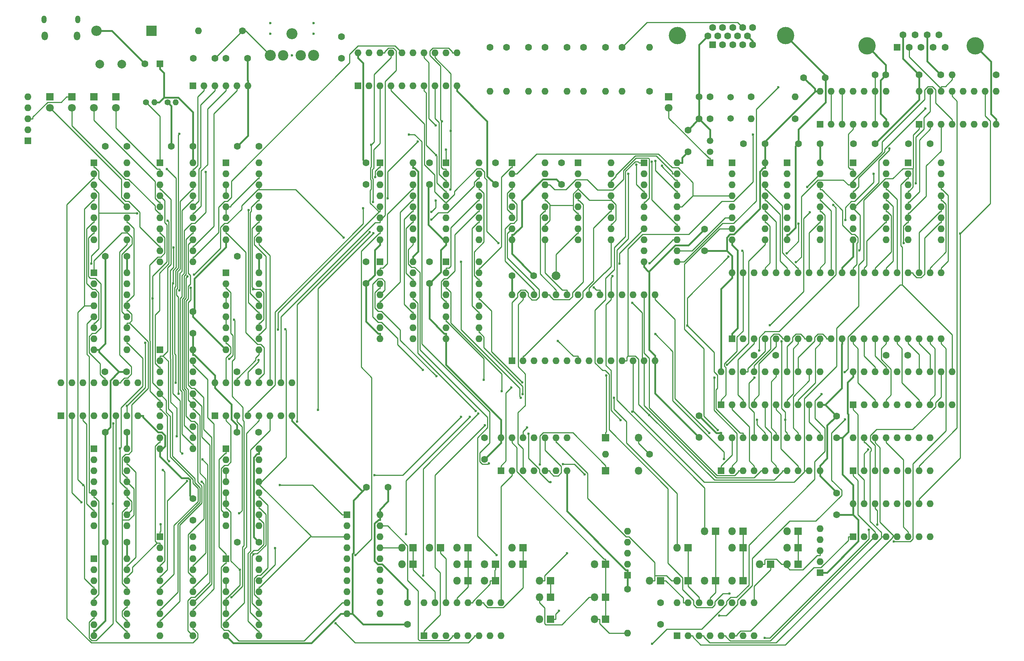
<source format=gbr>
%TF.GenerationSoftware,KiCad,Pcbnew,(5.1.6)-1*%
%TF.CreationDate,2020-07-16T21:59:03+01:00*%
%TF.ProjectId,Gigatron,47696761-7472-46f6-9e2e-6b696361645f,rev?*%
%TF.SameCoordinates,Original*%
%TF.FileFunction,Copper,L2,Bot*%
%TF.FilePolarity,Positive*%
%FSLAX46Y46*%
G04 Gerber Fmt 4.6, Leading zero omitted, Abs format (unit mm)*
G04 Created by KiCad (PCBNEW (5.1.6)-1) date 2020-07-16 21:59:03*
%MOMM*%
%LPD*%
G01*
G04 APERTURE LIST*
%TA.AperFunction,ComponentPad*%
%ADD10O,1.150000X1.800000*%
%TD*%
%TA.AperFunction,ComponentPad*%
%ADD11O,1.450000X2.000000*%
%TD*%
%TA.AperFunction,ComponentPad*%
%ADD12C,4.000000*%
%TD*%
%TA.AperFunction,ComponentPad*%
%ADD13C,1.600000*%
%TD*%
%TA.AperFunction,ComponentPad*%
%ADD14R,1.600000X1.600000*%
%TD*%
%TA.AperFunction,ComponentPad*%
%ADD15O,1.600000X1.600000*%
%TD*%
%TA.AperFunction,ComponentPad*%
%ADD16C,1.500000*%
%TD*%
%TA.AperFunction,ComponentPad*%
%ADD17R,1.500000X1.500000*%
%TD*%
%TA.AperFunction,ComponentPad*%
%ADD18C,2.000000*%
%TD*%
%TA.AperFunction,ComponentPad*%
%ADD19O,1.800000X1.800000*%
%TD*%
%TA.AperFunction,ComponentPad*%
%ADD20R,1.800000X1.800000*%
%TD*%
%TA.AperFunction,ComponentPad*%
%ADD21O,2.400000X2.400000*%
%TD*%
%TA.AperFunction,ComponentPad*%
%ADD22R,2.400000X2.400000*%
%TD*%
%TA.AperFunction,ComponentPad*%
%ADD23O,1.400000X1.400000*%
%TD*%
%TA.AperFunction,ComponentPad*%
%ADD24C,1.400000*%
%TD*%
%TA.AperFunction,ComponentPad*%
%ADD25C,2.550000*%
%TD*%
%TA.AperFunction,ComponentPad*%
%ADD26C,2.400000*%
%TD*%
%TA.AperFunction,ComponentPad*%
%ADD27C,0.600000*%
%TD*%
%TA.AperFunction,ComponentPad*%
%ADD28C,1.800000*%
%TD*%
%TA.AperFunction,ViaPad*%
%ADD29C,0.600000*%
%TD*%
%TA.AperFunction,Conductor*%
%ADD30C,0.250000*%
%TD*%
%TA.AperFunction,Conductor*%
%ADD31C,0.400000*%
%TD*%
G04 APERTURE END LIST*
D10*
%TO.P,J1,6*%
%TO.N,N/C*%
X29145000Y-25355000D03*
X36895000Y-25355000D03*
D11*
X29295000Y-29155000D03*
X36745000Y-29155000D03*
%TD*%
D12*
%TO.P,J3,0*%
%TO.N,GND*%
X175330000Y-29065000D03*
X200330000Y-29065000D03*
D13*
%TO.P,J3,15*%
%TO.N,N/C*%
X192675000Y-27155000D03*
%TO.P,J3,14*%
%TO.N,SER_LATCH*%
X190385000Y-27155000D03*
%TO.P,J3,13*%
%TO.N,SER_PULSE*%
X188095000Y-27155000D03*
%TO.P,J3,12*%
%TO.N,N/C*%
X185805000Y-27155000D03*
%TO.P,J3,11*%
X183515000Y-27155000D03*
%TO.P,J3,10*%
%TO.N,GND*%
X191530000Y-29135000D03*
%TO.P,J3,9*%
%TO.N,N/C*%
X189240000Y-29135000D03*
%TO.P,J3,8*%
%TO.N,GND*%
X186950000Y-29135000D03*
%TO.P,J3,7*%
X184660000Y-29135000D03*
%TO.P,J3,6*%
X182370000Y-29135000D03*
%TO.P,J3,5*%
X192675000Y-31115000D03*
%TO.P,J3,4*%
%TO.N,N/C*%
X190385000Y-31115000D03*
%TO.P,J3,3*%
%TO.N,/PER/BLUE*%
X188095000Y-31115000D03*
%TO.P,J3,2*%
%TO.N,/PER/GREEN*%
X185805000Y-31115000D03*
D14*
%TO.P,J3,1*%
%TO.N,/PER/RED*%
X183515000Y-31115000D03*
%TD*%
D12*
%TO.P,J4,0*%
%TO.N,GND*%
X219100000Y-31450000D03*
X244100000Y-31450000D03*
D13*
%TO.P,J4,9*%
%TO.N,N/C*%
X235755000Y-28910000D03*
%TO.P,J4,8*%
%TO.N,GND*%
X232985000Y-28910000D03*
%TO.P,J4,7*%
%TO.N,N/C*%
X230215000Y-28910000D03*
%TO.P,J4,6*%
%TO.N,VCC*%
X227445000Y-28910000D03*
%TO.P,J4,5*%
%TO.N,N/C*%
X237140000Y-31750000D03*
%TO.P,J4,4*%
%TO.N,SER_PULSE*%
X234370000Y-31750000D03*
%TO.P,J4,3*%
%TO.N,SER_LATCH*%
X231600000Y-31750000D03*
%TO.P,J4,2*%
%TO.N,SER_DATA*%
X228830000Y-31750000D03*
D14*
%TO.P,J4,1*%
%TO.N,N/C*%
X226060000Y-31750000D03*
%TD*%
D15*
%TO.P,R19,2*%
%TO.N,SER_DATA*%
X238760000Y-38100000D03*
D13*
%TO.P,R19,1*%
%TO.N,VCC*%
X248920000Y-38100000D03*
%TD*%
D15*
%TO.P,R10,2*%
%TO.N,GND*%
X64770000Y-27940000D03*
D13*
%TO.P,R10,1*%
%TO.N,Net-(C44-Pad1)*%
X74930000Y-27940000D03*
%TD*%
D15*
%TO.P,R7,2*%
%TO.N,VCC*%
X158750000Y-125730000D03*
D13*
%TO.P,R7,1*%
%TO.N,~PL*%
X168910000Y-125730000D03*
%TD*%
D15*
%TO.P,R6,2*%
%TO.N,Net-(D21-Pad2)*%
X163830000Y-167005000D03*
D13*
%TO.P,R6,1*%
%TO.N,VCC*%
X163830000Y-156845000D03*
%TD*%
D15*
%TO.P,R3,2*%
%TO.N,GND*%
X168910000Y-31750000D03*
D13*
%TO.P,R3,1*%
%TO.N,Net-(D2-Pad1)*%
X168910000Y-41910000D03*
%TD*%
%TO.P,C3,2*%
%TO.N,GND*%
X223480000Y-38100000D03*
%TO.P,C3,1*%
%TO.N,Net-(C3-Pad1)*%
X220980000Y-38100000D03*
%TD*%
%TO.P,C2,2*%
%TO.N,GND*%
X180380000Y-43180000D03*
%TO.P,C2,1*%
%TO.N,Net-(C2-Pad1)*%
X182880000Y-43180000D03*
%TD*%
%TO.P,C1,2*%
%TO.N,GND*%
X180380000Y-48260000D03*
%TO.P,C1,1*%
%TO.N,Net-(C1-Pad1)*%
X182880000Y-48260000D03*
%TD*%
D16*
%TO.P,Y1,2*%
%TO.N,Net-(C2-Pad1)*%
X187630000Y-43300000D03*
%TO.P,Y1,1*%
%TO.N,Net-(C1-Pad1)*%
X187630000Y-48180000D03*
%TD*%
D17*
%TO.P,U2,1*%
%TO.N,~RST*%
X182880000Y-58420000D03*
D16*
%TO.P,U2,3*%
%TO.N,GND*%
X182880000Y-53340000D03*
%TO.P,U2,2*%
%TO.N,VCC*%
X182880000Y-55880000D03*
%TD*%
D15*
%TO.P,R18,2*%
%TO.N,OUT7*%
X162560000Y-41910000D03*
D13*
%TO.P,R18,1*%
%TO.N,SER_LATCH*%
X162560000Y-31750000D03*
%TD*%
D15*
%TO.P,R17,2*%
%TO.N,OUT6*%
X158750000Y-41910000D03*
D13*
%TO.P,R17,1*%
%TO.N,SER_PULSE*%
X158750000Y-31750000D03*
%TD*%
D15*
%TO.P,R16,2*%
%TO.N,OUT5*%
X153670000Y-41910000D03*
D13*
%TO.P,R16,1*%
%TO.N,/PER/BLUE*%
X153670000Y-31750000D03*
%TD*%
D15*
%TO.P,R15,2*%
%TO.N,OUT4*%
X149860000Y-41910000D03*
D13*
%TO.P,R15,1*%
%TO.N,/PER/BLUE*%
X149860000Y-31750000D03*
%TD*%
D15*
%TO.P,R14,2*%
%TO.N,OUT3*%
X144780000Y-41910000D03*
D13*
%TO.P,R14,1*%
%TO.N,/PER/GREEN*%
X144780000Y-31750000D03*
%TD*%
D15*
%TO.P,R13,2*%
%TO.N,OUT2*%
X140970000Y-41910000D03*
D13*
%TO.P,R13,1*%
%TO.N,/PER/GREEN*%
X140970000Y-31750000D03*
%TD*%
D15*
%TO.P,R12,2*%
%TO.N,OUT1*%
X135890000Y-41910000D03*
D13*
%TO.P,R12,1*%
%TO.N,/PER/RED*%
X135890000Y-31750000D03*
%TD*%
D15*
%TO.P,R11,2*%
%TO.N,OUT0*%
X132080000Y-41910000D03*
D13*
%TO.P,R11,1*%
%TO.N,/PER/RED*%
X132080000Y-31750000D03*
%TD*%
D15*
%TO.P,R9,6*%
%TO.N,GND*%
X76200000Y-40640000D03*
%TO.P,R9,5*%
%TO.N,Net-(R9-Pad5)*%
X73660000Y-40640000D03*
%TO.P,R9,4*%
%TO.N,Net-(R9-Pad4)*%
X71120000Y-40640000D03*
%TO.P,R9,3*%
%TO.N,Net-(R9-Pad3)*%
X68580000Y-40640000D03*
%TO.P,R9,2*%
%TO.N,Net-(R9-Pad2)*%
X66040000Y-40640000D03*
D14*
%TO.P,R9,1*%
%TO.N,Net-(C43-Pad1)*%
X63500000Y-40640000D03*
%TD*%
D15*
%TO.P,R8,5*%
%TO.N,Net-(D8-Pad1)*%
X25400000Y-43180000D03*
%TO.P,R8,4*%
%TO.N,Net-(D5-Pad1)*%
X25400000Y-45720000D03*
%TO.P,R8,3*%
%TO.N,Net-(D6-Pad1)*%
X25400000Y-48260000D03*
%TO.P,R8,2*%
%TO.N,Net-(D7-Pad1)*%
X25400000Y-50800000D03*
D14*
%TO.P,R8,1*%
%TO.N,GND*%
X25400000Y-53340000D03*
%TD*%
D15*
%TO.P,R5,5*%
%TO.N,Net-(D23-Pad2)*%
X163830000Y-143510000D03*
%TO.P,R5,4*%
%TO.N,Net-(D22-Pad2)*%
X163830000Y-146050000D03*
%TO.P,R5,3*%
%TO.N,Net-(D25-Pad2)*%
X163830000Y-148590000D03*
%TO.P,R5,2*%
%TO.N,Net-(D32-Pad2)*%
X163830000Y-151130000D03*
D14*
%TO.P,R5,1*%
%TO.N,VCC*%
X163830000Y-153670000D03*
%TD*%
D15*
%TO.P,R4,5*%
%TO.N,EH*%
X208280000Y-142875000D03*
%TO.P,R4,4*%
%TO.N,EL*%
X208280000Y-145415000D03*
%TO.P,R4,3*%
%TO.N,Net-(D17-Pad2)*%
X208280000Y-147955000D03*
%TO.P,R4,2*%
%TO.N,Net-(D10-Pad2)*%
X208280000Y-150495000D03*
D14*
%TO.P,R4,1*%
%TO.N,VCC*%
X208280000Y-153035000D03*
%TD*%
D15*
%TO.P,R2,2*%
%TO.N,Net-(R1-Pad1)*%
X202565000Y-43180000D03*
D13*
%TO.P,R2,1*%
%TO.N,Net-(C2-Pad1)*%
X192405000Y-43180000D03*
%TD*%
D15*
%TO.P,R1,2*%
%TO.N,Net-(C1-Pad1)*%
X192405000Y-48260000D03*
D13*
%TO.P,R1,1*%
%TO.N,Net-(R1-Pad1)*%
X202565000Y-48260000D03*
%TD*%
D18*
%TO.P,F1,2*%
%TO.N,/PCR/+5V*%
X41960000Y-35630000D03*
%TO.P,F1,1*%
%TO.N,VCC*%
X47040000Y-35640000D03*
%TD*%
D19*
%TO.P,D36,2*%
%TO.N,Net-(D22-Pad2)*%
X156210000Y-151130000D03*
D20*
%TO.P,D36,1*%
%TO.N,/CU/~J*%
X158750000Y-151130000D03*
%TD*%
D19*
%TO.P,D35,2*%
%TO.N,Net-(D32-Pad2)*%
X156210000Y-158750000D03*
D20*
%TO.P,D35,1*%
%TO.N,/CU/~J*%
X158750000Y-158750000D03*
%TD*%
D19*
%TO.P,D34,2*%
%TO.N,Net-(D21-Pad2)*%
X156210000Y-163830000D03*
D20*
%TO.P,D34,1*%
%TO.N,/CU/~J*%
X158750000Y-163830000D03*
%TD*%
D19*
%TO.P,D33,2*%
%TO.N,Net-(D25-Pad2)*%
X143510000Y-154940000D03*
D20*
%TO.P,D33,1*%
%TO.N,Net-(D32-Pad1)*%
X146050000Y-154940000D03*
%TD*%
D19*
%TO.P,D32,2*%
%TO.N,Net-(D32-Pad2)*%
X143510000Y-158750000D03*
D20*
%TO.P,D32,1*%
%TO.N,Net-(D32-Pad1)*%
X146050000Y-158750000D03*
%TD*%
D19*
%TO.P,D31,2*%
%TO.N,Net-(D23-Pad2)*%
X137160000Y-147320000D03*
D20*
%TO.P,D31,1*%
%TO.N,Net-(D30-Pad1)*%
X139700000Y-147320000D03*
%TD*%
D19*
%TO.P,D30,2*%
%TO.N,Net-(D22-Pad2)*%
X137160000Y-151130000D03*
D20*
%TO.P,D30,1*%
%TO.N,Net-(D30-Pad1)*%
X139700000Y-151130000D03*
%TD*%
D19*
%TO.P,D29,2*%
%TO.N,Net-(D22-Pad2)*%
X130810000Y-151130000D03*
D20*
%TO.P,D29,1*%
%TO.N,Net-(D28-Pad1)*%
X133350000Y-151130000D03*
%TD*%
D19*
%TO.P,D28,2*%
%TO.N,Net-(D25-Pad2)*%
X130810000Y-154940000D03*
D20*
%TO.P,D28,1*%
%TO.N,Net-(D28-Pad1)*%
X133350000Y-154940000D03*
%TD*%
D19*
%TO.P,D27,2*%
%TO.N,Net-(D23-Pad2)*%
X124460000Y-147320000D03*
D20*
%TO.P,D27,1*%
%TO.N,Net-(D25-Pad1)*%
X127000000Y-147320000D03*
%TD*%
D19*
%TO.P,D26,2*%
%TO.N,Net-(D22-Pad2)*%
X124460000Y-151130000D03*
D20*
%TO.P,D26,1*%
%TO.N,Net-(D25-Pad1)*%
X127000000Y-151130000D03*
%TD*%
D19*
%TO.P,D25,2*%
%TO.N,Net-(D25-Pad2)*%
X124460000Y-154940000D03*
D20*
%TO.P,D25,1*%
%TO.N,Net-(D25-Pad1)*%
X127000000Y-154940000D03*
%TD*%
D19*
%TO.P,D24,2*%
%TO.N,Net-(D23-Pad2)*%
X118110000Y-147320000D03*
D20*
%TO.P,D24,1*%
%TO.N,Net-(D24-Pad1)*%
X120650000Y-147320000D03*
%TD*%
D19*
%TO.P,D23,2*%
%TO.N,Net-(D23-Pad2)*%
X111760000Y-147320000D03*
D20*
%TO.P,D23,1*%
%TO.N,Net-(D22-Pad1)*%
X114300000Y-147320000D03*
%TD*%
D19*
%TO.P,D22,2*%
%TO.N,Net-(D22-Pad2)*%
X111760000Y-151130000D03*
D20*
%TO.P,D22,1*%
%TO.N,Net-(D22-Pad1)*%
X114300000Y-151130000D03*
%TD*%
D19*
%TO.P,D21,2*%
%TO.N,Net-(D21-Pad2)*%
X143510000Y-163830000D03*
D20*
%TO.P,D21,1*%
%TO.N,IR7*%
X146050000Y-163830000D03*
%TD*%
D19*
%TO.P,D20,2*%
%TO.N,EH*%
X200660000Y-143510000D03*
D20*
%TO.P,D20,1*%
%TO.N,/CU/INV_A_IN*%
X203200000Y-143510000D03*
%TD*%
D19*
%TO.P,D19,2*%
%TO.N,EL*%
X200660000Y-147320000D03*
D20*
%TO.P,D19,1*%
%TO.N,/CU/INV_A_IN*%
X203200000Y-147320000D03*
%TD*%
D19*
%TO.P,D18,2*%
%TO.N,Net-(D17-Pad2)*%
X200660000Y-151130000D03*
D20*
%TO.P,D18,1*%
%TO.N,/CU/INV_A_IN*%
X203200000Y-151130000D03*
%TD*%
D19*
%TO.P,D17,2*%
%TO.N,Net-(D17-Pad2)*%
X194310000Y-151130000D03*
D20*
%TO.P,D17,1*%
%TO.N,Net-(D17-Pad1)*%
X196850000Y-151130000D03*
%TD*%
D19*
%TO.P,D16,2*%
%TO.N,EH*%
X187960000Y-143510000D03*
D20*
%TO.P,D16,1*%
%TO.N,Net-(D14-Pad1)*%
X190500000Y-143510000D03*
%TD*%
D19*
%TO.P,D15,2*%
%TO.N,EL*%
X187960000Y-147320000D03*
D20*
%TO.P,D15,1*%
%TO.N,Net-(D14-Pad1)*%
X190500000Y-147320000D03*
%TD*%
D19*
%TO.P,D14,2*%
%TO.N,Net-(D10-Pad2)*%
X187960000Y-154940000D03*
D20*
%TO.P,D14,1*%
%TO.N,Net-(D14-Pad1)*%
X190500000Y-154940000D03*
%TD*%
D19*
%TO.P,D13,2*%
%TO.N,EH*%
X181610000Y-143510000D03*
D20*
%TO.P,D13,1*%
%TO.N,Net-(D12-Pad1)*%
X184150000Y-143510000D03*
%TD*%
D19*
%TO.P,D12,2*%
%TO.N,Net-(D10-Pad2)*%
X181610000Y-154940000D03*
D20*
%TO.P,D12,1*%
%TO.N,Net-(D12-Pad1)*%
X184150000Y-154940000D03*
%TD*%
D19*
%TO.P,D11,2*%
%TO.N,EL*%
X175260000Y-147320000D03*
D20*
%TO.P,D11,1*%
%TO.N,Net-(D10-Pad1)*%
X177800000Y-147320000D03*
%TD*%
D19*
%TO.P,D10,2*%
%TO.N,Net-(D10-Pad2)*%
X175260000Y-154940000D03*
D20*
%TO.P,D10,1*%
%TO.N,Net-(D10-Pad1)*%
X177800000Y-154940000D03*
%TD*%
D19*
%TO.P,D9,2*%
%TO.N,Net-(D10-Pad2)*%
X168910000Y-154940000D03*
D20*
%TO.P,D9,1*%
%TO.N,Net-(D9-Pad1)*%
X171450000Y-154940000D03*
%TD*%
D19*
%TO.P,D4,2*%
%TO.N,~PL*%
X166370000Y-121920000D03*
D20*
%TO.P,D4,1*%
%TO.N,~PH*%
X158750000Y-121920000D03*
%TD*%
D19*
%TO.P,D3,2*%
%TO.N,~PL*%
X166370000Y-129540000D03*
D20*
%TO.P,D3,1*%
%TO.N,/CU/INV_C_OUT*%
X158750000Y-129540000D03*
%TD*%
D21*
%TO.P,D1,2*%
%TO.N,GND*%
X41275000Y-27940000D03*
D22*
%TO.P,D1,1*%
%TO.N,VCC*%
X53975000Y-27940000D03*
%TD*%
D13*
%TO.P,C44,2*%
%TO.N,Net-(C43-Pad1)*%
X63580000Y-34290000D03*
%TO.P,C44,1*%
%TO.N,Net-(C44-Pad1)*%
X68580000Y-34290000D03*
%TD*%
%TO.P,C43,2*%
%TO.N,GND*%
X76120000Y-34290000D03*
%TO.P,C43,1*%
%TO.N,Net-(C43-Pad1)*%
X71120000Y-34290000D03*
%TD*%
%TO.P,C42,2*%
%TO.N,GND*%
X97790000Y-29290000D03*
%TO.P,C42,1*%
%TO.N,VCC*%
X97790000Y-34290000D03*
%TD*%
%TO.P,C41,2*%
%TO.N,GND*%
X177800000Y-50880000D03*
%TO.P,C41,1*%
%TO.N,VCC*%
X177800000Y-55880000D03*
%TD*%
%TO.P,C40,2*%
%TO.N,GND*%
X148590000Y-63420000D03*
%TO.P,C40,1*%
%TO.N,VCC*%
X148590000Y-58420000D03*
%TD*%
%TO.P,C39,2*%
%TO.N,GND*%
X142160000Y-84455000D03*
%TO.P,C39,1*%
%TO.N,VCC*%
X137160000Y-84455000D03*
%TD*%
%TO.P,C38,2*%
%TO.N,GND*%
X133350000Y-63420000D03*
%TO.P,C38,1*%
%TO.N,VCC*%
X133350000Y-58420000D03*
%TD*%
%TO.P,C37,2*%
%TO.N,GND*%
X118110000Y-63420000D03*
%TO.P,C37,1*%
%TO.N,VCC*%
X118110000Y-58420000D03*
%TD*%
%TO.P,C36,2*%
%TO.N,GND*%
X118110000Y-86280000D03*
%TO.P,C36,1*%
%TO.N,VCC*%
X118110000Y-81280000D03*
%TD*%
%TO.P,C35,2*%
%TO.N,GND*%
X103505000Y-86280000D03*
%TO.P,C35,1*%
%TO.N,VCC*%
X103505000Y-81280000D03*
%TD*%
%TO.P,C34,2*%
%TO.N,GND*%
X103505000Y-63420000D03*
%TO.P,C34,1*%
%TO.N,VCC*%
X103505000Y-58420000D03*
%TD*%
%TO.P,C33,2*%
%TO.N,GND*%
X73740000Y-54610000D03*
%TO.P,C33,1*%
%TO.N,VCC*%
X78740000Y-54610000D03*
%TD*%
%TO.P,C32,2*%
%TO.N,GND*%
X58500000Y-54610000D03*
%TO.P,C32,1*%
%TO.N,VCC*%
X63500000Y-54610000D03*
%TD*%
%TO.P,C31,2*%
%TO.N,GND*%
X43260000Y-54610000D03*
%TO.P,C31,1*%
%TO.N,VCC*%
X48260000Y-54610000D03*
%TD*%
%TO.P,C30,2*%
%TO.N,GND*%
X73740000Y-80010000D03*
%TO.P,C30,1*%
%TO.N,VCC*%
X78740000Y-80010000D03*
%TD*%
%TO.P,C29,2*%
%TO.N,GND*%
X43260000Y-80010000D03*
%TO.P,C29,1*%
%TO.N,VCC*%
X48260000Y-80010000D03*
%TD*%
%TO.P,C28,2*%
%TO.N,GND*%
X48180000Y-106680000D03*
%TO.P,C28,1*%
%TO.N,VCC*%
X43180000Y-106680000D03*
%TD*%
%TO.P,C27,2*%
%TO.N,GND*%
X63500000Y-92790000D03*
%TO.P,C27,1*%
%TO.N,VCC*%
X63500000Y-97790000D03*
%TD*%
%TO.P,C26,2*%
%TO.N,GND*%
X78660000Y-106680000D03*
%TO.P,C26,1*%
%TO.N,VCC*%
X73660000Y-106680000D03*
%TD*%
%TO.P,C25,2*%
%TO.N,GND*%
X78660000Y-120650000D03*
%TO.P,C25,1*%
%TO.N,VCC*%
X73660000Y-120650000D03*
%TD*%
%TO.P,C24,2*%
%TO.N,GND*%
X43260000Y-120650000D03*
%TO.P,C24,1*%
%TO.N,VCC*%
X48260000Y-120650000D03*
%TD*%
%TO.P,C23,2*%
%TO.N,GND*%
X43260000Y-146050000D03*
%TO.P,C23,1*%
%TO.N,VCC*%
X48260000Y-146050000D03*
%TD*%
%TO.P,C22,2*%
%TO.N,GND*%
X63500000Y-135970000D03*
%TO.P,C22,1*%
%TO.N,VCC*%
X63500000Y-140970000D03*
%TD*%
%TO.P,C21,2*%
%TO.N,GND*%
X73740000Y-146050000D03*
%TO.P,C21,1*%
%TO.N,VCC*%
X78740000Y-146050000D03*
%TD*%
%TO.P,C20,2*%
%TO.N,GND*%
X103585000Y-133350000D03*
%TO.P,C20,1*%
%TO.N,VCC*%
X108585000Y-133350000D03*
%TD*%
%TO.P,C19,2*%
%TO.N,GND*%
X113030000Y-165020000D03*
%TO.P,C19,1*%
%TO.N,VCC*%
X113030000Y-160020000D03*
%TD*%
%TO.P,C18,2*%
%TO.N,GND*%
X130810000Y-126920000D03*
%TO.P,C18,1*%
%TO.N,VCC*%
X130810000Y-121920000D03*
%TD*%
%TO.P,C17,2*%
%TO.N,GND*%
X171450000Y-165020000D03*
%TO.P,C17,1*%
%TO.N,VCC*%
X171450000Y-160020000D03*
%TD*%
%TO.P,C16,2*%
%TO.N,GND*%
X212090000Y-134700000D03*
%TO.P,C16,1*%
%TO.N,VCC*%
X212090000Y-139700000D03*
%TD*%
%TO.P,C15,2*%
%TO.N,GND*%
X180340000Y-121840000D03*
%TO.P,C15,1*%
%TO.N,VCC*%
X180340000Y-116840000D03*
%TD*%
%TO.P,C14,2*%
%TO.N,GND*%
X212090000Y-116920000D03*
%TO.P,C14,1*%
%TO.N,VCC*%
X212090000Y-121920000D03*
%TD*%
%TO.P,C13,2*%
%TO.N,GND*%
X228520000Y-102870000D03*
%TO.P,C13,1*%
%TO.N,VCC*%
X223520000Y-102870000D03*
%TD*%
%TO.P,C12,2*%
%TO.N,GND*%
X198040000Y-102870000D03*
%TO.P,C12,1*%
%TO.N,VCC*%
X193040000Y-102870000D03*
%TD*%
%TO.P,C11,2*%
%TO.N,GND*%
X181610000Y-73740000D03*
%TO.P,C11,1*%
%TO.N,VCC*%
X181610000Y-78740000D03*
%TD*%
%TO.P,C10,2*%
%TO.N,GND*%
X190580000Y-53975000D03*
%TO.P,C10,1*%
%TO.N,VCC*%
X195580000Y-53975000D03*
%TD*%
%TO.P,C9,2*%
%TO.N,GND*%
X203280000Y-53975000D03*
%TO.P,C9,1*%
%TO.N,VCC*%
X208280000Y-53975000D03*
%TD*%
%TO.P,C8,2*%
%TO.N,GND*%
X215980000Y-53975000D03*
%TO.P,C8,1*%
%TO.N,VCC*%
X220980000Y-53975000D03*
%TD*%
%TO.P,C7,2*%
%TO.N,GND*%
X228680000Y-53975000D03*
%TO.P,C7,1*%
%TO.N,VCC*%
X233680000Y-53975000D03*
%TD*%
%TO.P,C6,2*%
%TO.N,GND*%
X236140000Y-38100000D03*
%TO.P,C6,1*%
%TO.N,VCC*%
X231140000Y-38100000D03*
%TD*%
%TO.P,C5,2*%
%TO.N,GND*%
X209470000Y-38735000D03*
%TO.P,C5,1*%
%TO.N,VCC*%
X204470000Y-38735000D03*
%TD*%
%TO.P,C4,2*%
%TO.N,GND*%
X52380000Y-35560000D03*
D14*
%TO.P,C4,1*%
%TO.N,VCC*%
X55880000Y-35560000D03*
%TD*%
D23*
%TO.P,R101,2*%
%TO.N,L*%
X59565000Y-44450000D03*
D24*
%TO.P,R101,1*%
%TO.N,GND*%
X57665000Y-44450000D03*
%TD*%
D23*
%TO.P,R100,2*%
%TO.N,VCC*%
X54605000Y-44450000D03*
D24*
%TO.P,R100,1*%
%TO.N,H*%
X52705000Y-44450000D03*
%TD*%
D14*
%TO.P,U16,1*%
%TO.N,CLK1*%
X134620000Y-129540000D03*
D15*
%TO.P,U16,8*%
%TO.N,~LD*%
X149860000Y-121920000D03*
%TO.P,U16,2*%
%TO.N,/CU/INV_B_IN*%
X137160000Y-129540000D03*
%TO.P,U16,9*%
%TO.N,Net-(D10-Pad2)*%
X147320000Y-121920000D03*
%TO.P,U16,3*%
%TO.N,~WE*%
X139700000Y-129540000D03*
%TO.P,U16,10*%
%TO.N,/CU/INV_B_OUT*%
X144780000Y-121920000D03*
%TO.P,U16,4*%
%TO.N,Net-(D17-Pad2)*%
X142240000Y-129540000D03*
%TO.P,U16,11*%
%TO.N,~PH*%
X142240000Y-121920000D03*
%TO.P,U16,5*%
%TO.N,/CU/INV_B_OUT*%
X144780000Y-129540000D03*
%TO.P,U16,12*%
%TO.N,/CU/~BF*%
X139700000Y-121920000D03*
%TO.P,U16,6*%
%TO.N,~OL*%
X147320000Y-129540000D03*
%TO.P,U16,13*%
%TO.N,/CU/~J*%
X137160000Y-121920000D03*
%TO.P,U16,7*%
%TO.N,VCC*%
X149860000Y-129540000D03*
%TO.P,U16,14*%
%TO.N,GND*%
X134620000Y-121920000D03*
%TD*%
D14*
%TO.P,U11,1*%
%TO.N,L*%
X215900000Y-129540000D03*
D15*
%TO.P,U11,9*%
%TO.N,N/C*%
X233680000Y-121920000D03*
%TO.P,U11,2*%
%TO.N,IR0*%
X218440000Y-129540000D03*
%TO.P,U11,10*%
%TO.N,N/C*%
X231140000Y-121920000D03*
%TO.P,U11,3*%
%TO.N,IR1*%
X220980000Y-129540000D03*
%TO.P,U11,11*%
%TO.N,N/C*%
X228600000Y-121920000D03*
%TO.P,U11,4*%
%TO.N,~DE*%
X223520000Y-129540000D03*
%TO.P,U11,12*%
%TO.N,/CU/~BF*%
X226060000Y-121920000D03*
%TO.P,U11,5*%
%TO.N,~OE*%
X226060000Y-129540000D03*
%TO.P,U11,13*%
%TO.N,IR2*%
X223520000Y-121920000D03*
%TO.P,U11,6*%
%TO.N,~AE*%
X228600000Y-129540000D03*
%TO.P,U11,14*%
%TO.N,IR3*%
X220980000Y-121920000D03*
%TO.P,U11,7*%
%TO.N,~IE*%
X231140000Y-129540000D03*
%TO.P,U11,15*%
%TO.N,IR4*%
X218440000Y-121920000D03*
%TO.P,U11,8*%
%TO.N,VCC*%
X233680000Y-129540000D03*
%TO.P,U11,16*%
%TO.N,GND*%
X215900000Y-121920000D03*
%TD*%
%TO.P,U7,40*%
%TO.N,VCC*%
X187960000Y-83820000D03*
%TO.P,U7,20*%
%TO.N,L*%
X236220000Y-99060000D03*
%TO.P,U7,39*%
%TO.N,H*%
X190500000Y-83820000D03*
%TO.P,U7,19*%
%TO.N,Net-(U7-Pad19)*%
X233680000Y-99060000D03*
%TO.P,U7,38*%
%TO.N,N/C*%
X193040000Y-83820000D03*
%TO.P,U7,18*%
%TO.N,Net-(U7-Pad18)*%
X231140000Y-99060000D03*
%TO.P,U7,37*%
%TO.N,/PRG/PC15*%
X195580000Y-83820000D03*
%TO.P,U7,17*%
%TO.N,Net-(U7-Pad17)*%
X228600000Y-99060000D03*
%TO.P,U7,36*%
%TO.N,/PRG/PC14*%
X198120000Y-83820000D03*
%TO.P,U7,16*%
%TO.N,Net-(U7-Pad16)*%
X226060000Y-99060000D03*
%TO.P,U7,35*%
%TO.N,/PRG/PC13*%
X200660000Y-83820000D03*
%TO.P,U7,15*%
%TO.N,Net-(U7-Pad15)*%
X223520000Y-99060000D03*
%TO.P,U7,34*%
%TO.N,/PRG/PC12*%
X203200000Y-83820000D03*
%TO.P,U7,14*%
%TO.N,Net-(U7-Pad14)*%
X220980000Y-99060000D03*
%TO.P,U7,33*%
%TO.N,/PRG/PC11*%
X205740000Y-83820000D03*
%TO.P,U7,13*%
%TO.N,Net-(U7-Pad13)*%
X218440000Y-99060000D03*
%TO.P,U7,32*%
%TO.N,/PRG/PC10*%
X208280000Y-83820000D03*
%TO.P,U7,12*%
%TO.N,Net-(U7-Pad12)*%
X215900000Y-99060000D03*
%TO.P,U7,31*%
%TO.N,/PRG/PC9*%
X210820000Y-83820000D03*
%TO.P,U7,11*%
%TO.N,GND*%
X213360000Y-99060000D03*
%TO.P,U7,30*%
X213360000Y-83820000D03*
%TO.P,U7,10*%
%TO.N,Net-(U7-Pad10)*%
X210820000Y-99060000D03*
%TO.P,U7,29*%
%TO.N,/PRG/PC8*%
X215900000Y-83820000D03*
%TO.P,U7,9*%
%TO.N,Net-(U7-Pad9)*%
X208280000Y-99060000D03*
%TO.P,U7,28*%
%TO.N,/PRG/PC7*%
X218440000Y-83820000D03*
%TO.P,U7,8*%
%TO.N,Net-(U7-Pad8)*%
X205740000Y-99060000D03*
%TO.P,U7,27*%
%TO.N,/PRG/PC6*%
X220980000Y-83820000D03*
%TO.P,U7,7*%
%TO.N,Net-(U7-Pad7)*%
X203200000Y-99060000D03*
%TO.P,U7,26*%
%TO.N,/PRG/PC5*%
X223520000Y-83820000D03*
%TO.P,U7,6*%
%TO.N,Net-(U7-Pad6)*%
X200660000Y-99060000D03*
%TO.P,U7,25*%
%TO.N,/PRG/PC4*%
X226060000Y-83820000D03*
%TO.P,U7,5*%
%TO.N,Net-(U7-Pad5)*%
X198120000Y-99060000D03*
%TO.P,U7,24*%
%TO.N,/PRG/PC3*%
X228600000Y-83820000D03*
%TO.P,U7,4*%
%TO.N,Net-(U7-Pad4)*%
X195580000Y-99060000D03*
%TO.P,U7,23*%
%TO.N,/PRG/PC2*%
X231140000Y-83820000D03*
%TO.P,U7,3*%
%TO.N,Net-(U7-Pad3)*%
X193040000Y-99060000D03*
%TO.P,U7,22*%
%TO.N,/PRG/PC1*%
X233680000Y-83820000D03*
%TO.P,U7,2*%
%TO.N,L*%
X190500000Y-99060000D03*
%TO.P,U7,21*%
%TO.N,/PRG/PC0*%
X236220000Y-83820000D03*
D14*
%TO.P,U7,1*%
%TO.N,GND*%
X187960000Y-99060000D03*
%TD*%
D15*
%TO.P,U39,16*%
%TO.N,VCC*%
X231140000Y-41910000D03*
%TO.P,U39,8*%
%TO.N,GND*%
X248920000Y-49530000D03*
%TO.P,U39,15*%
%TO.N,BUS0*%
X233680000Y-41910000D03*
%TO.P,U39,7*%
%TO.N,BUS7*%
X246380000Y-49530000D03*
%TO.P,U39,14*%
%TO.N,SER_DATA*%
X236220000Y-41910000D03*
%TO.P,U39,6*%
%TO.N,BUS6*%
X243840000Y-49530000D03*
%TO.P,U39,13*%
%TO.N,~IE*%
X238760000Y-41910000D03*
%TO.P,U39,5*%
%TO.N,BUS5*%
X241300000Y-49530000D03*
%TO.P,U39,12*%
%TO.N,OUT6*%
X241300000Y-41910000D03*
%TO.P,U39,4*%
%TO.N,BUS4*%
X238760000Y-49530000D03*
%TO.P,U39,11*%
%TO.N,OUT6*%
X243840000Y-41910000D03*
%TO.P,U39,3*%
%TO.N,BUS3*%
X236220000Y-49530000D03*
%TO.P,U39,10*%
%TO.N,H*%
X246380000Y-41910000D03*
%TO.P,U39,2*%
%TO.N,BUS2*%
X233680000Y-49530000D03*
%TO.P,U39,9*%
%TO.N,N/C*%
X248920000Y-41910000D03*
D14*
%TO.P,U39,1*%
%TO.N,BUS1*%
X231140000Y-49530000D03*
%TD*%
D15*
%TO.P,U38,20*%
%TO.N,VCC*%
X63500000Y-58420000D03*
%TO.P,U38,10*%
%TO.N,GND*%
X55880000Y-81280000D03*
%TO.P,U38,19*%
%TO.N,Net-(R9-Pad2)*%
X63500000Y-60960000D03*
%TO.P,U38,9*%
%TO.N,Net-(D5-Pad2)*%
X55880000Y-78740000D03*
%TO.P,U38,18*%
%TO.N,AC7*%
X63500000Y-63500000D03*
%TO.P,U38,8*%
%TO.N,AC0*%
X55880000Y-76200000D03*
%TO.P,U38,17*%
%TO.N,AC6*%
X63500000Y-66040000D03*
%TO.P,U38,7*%
%TO.N,AC1*%
X55880000Y-73660000D03*
%TO.P,U38,16*%
%TO.N,Net-(R9-Pad3)*%
X63500000Y-68580000D03*
%TO.P,U38,6*%
%TO.N,Net-(D6-Pad2)*%
X55880000Y-71120000D03*
%TO.P,U38,15*%
%TO.N,Net-(R9-Pad4)*%
X63500000Y-71120000D03*
%TO.P,U38,5*%
%TO.N,Net-(D7-Pad2)*%
X55880000Y-68580000D03*
%TO.P,U38,14*%
%TO.N,AC5*%
X63500000Y-73660000D03*
%TO.P,U38,4*%
%TO.N,AC2*%
X55880000Y-66040000D03*
%TO.P,U38,13*%
%TO.N,AC4*%
X63500000Y-76200000D03*
%TO.P,U38,3*%
%TO.N,AC3*%
X55880000Y-63500000D03*
%TO.P,U38,12*%
%TO.N,Net-(R9-Pad5)*%
X63500000Y-78740000D03*
%TO.P,U38,2*%
%TO.N,Net-(D8-Pad2)*%
X55880000Y-60960000D03*
%TO.P,U38,11*%
%TO.N,OUT6*%
X63500000Y-81280000D03*
D14*
%TO.P,U38,1*%
%TO.N,H*%
X55880000Y-58420000D03*
%TD*%
D15*
%TO.P,U37,20*%
%TO.N,VCC*%
X101600000Y-33020000D03*
%TO.P,U37,10*%
%TO.N,GND*%
X124460000Y-40640000D03*
%TO.P,U37,19*%
%TO.N,OUT7*%
X104140000Y-33020000D03*
%TO.P,U37,9*%
%TO.N,OUT0*%
X121920000Y-40640000D03*
%TO.P,U37,18*%
%TO.N,ALU7*%
X106680000Y-33020000D03*
%TO.P,U37,8*%
%TO.N,ALU0*%
X119380000Y-40640000D03*
%TO.P,U37,17*%
%TO.N,ALU6*%
X109220000Y-33020000D03*
%TO.P,U37,7*%
%TO.N,ALU1*%
X116840000Y-40640000D03*
%TO.P,U37,16*%
%TO.N,OUT6*%
X111760000Y-33020000D03*
%TO.P,U37,6*%
%TO.N,OUT1*%
X114300000Y-40640000D03*
%TO.P,U37,15*%
%TO.N,OUT5*%
X114300000Y-33020000D03*
%TO.P,U37,5*%
%TO.N,OUT2*%
X111760000Y-40640000D03*
%TO.P,U37,14*%
%TO.N,ALU5*%
X116840000Y-33020000D03*
%TO.P,U37,4*%
%TO.N,ALU2*%
X109220000Y-40640000D03*
%TO.P,U37,13*%
%TO.N,ALU4*%
X119380000Y-33020000D03*
%TO.P,U37,3*%
%TO.N,ALU3*%
X106680000Y-40640000D03*
%TO.P,U37,12*%
%TO.N,OUT4*%
X121920000Y-33020000D03*
%TO.P,U37,2*%
%TO.N,OUT3*%
X104140000Y-40640000D03*
%TO.P,U37,11*%
%TO.N,CLK2*%
X124460000Y-33020000D03*
D14*
%TO.P,U37,1*%
%TO.N,~OL*%
X101600000Y-40640000D03*
%TD*%
D15*
%TO.P,U36,28*%
%TO.N,VCC*%
X137160000Y-88900000D03*
%TO.P,U36,14*%
%TO.N,GND*%
X170180000Y-104140000D03*
%TO.P,U36,27*%
%TO.N,~WE*%
X139700000Y-88900000D03*
%TO.P,U36,13*%
%TO.N,BUS2*%
X167640000Y-104140000D03*
%TO.P,U36,26*%
%TO.N,/RAM/A13*%
X142240000Y-88900000D03*
%TO.P,U36,12*%
%TO.N,BUS1*%
X165100000Y-104140000D03*
%TO.P,U36,25*%
%TO.N,/RAM/A8*%
X144780000Y-88900000D03*
%TO.P,U36,11*%
%TO.N,BUS0*%
X162560000Y-104140000D03*
%TO.P,U36,24*%
%TO.N,/RAM/A9*%
X147320000Y-88900000D03*
%TO.P,U36,10*%
%TO.N,/RAM/A0*%
X160020000Y-104140000D03*
%TO.P,U36,23*%
%TO.N,/RAM/A11*%
X149860000Y-88900000D03*
%TO.P,U36,9*%
%TO.N,/RAM/A1*%
X157480000Y-104140000D03*
%TO.P,U36,22*%
%TO.N,~OE*%
X152400000Y-88900000D03*
%TO.P,U36,8*%
%TO.N,/RAM/A2*%
X154940000Y-104140000D03*
%TO.P,U36,21*%
%TO.N,/RAM/A10*%
X154940000Y-88900000D03*
%TO.P,U36,7*%
%TO.N,/RAM/A3*%
X152400000Y-104140000D03*
%TO.P,U36,20*%
%TO.N,L*%
X157480000Y-88900000D03*
%TO.P,U36,6*%
%TO.N,/RAM/A4*%
X149860000Y-104140000D03*
%TO.P,U36,19*%
%TO.N,BUS7*%
X160020000Y-88900000D03*
%TO.P,U36,5*%
%TO.N,/RAM/A5*%
X147320000Y-104140000D03*
%TO.P,U36,18*%
%TO.N,BUS6*%
X162560000Y-88900000D03*
%TO.P,U36,4*%
%TO.N,/RAM/A6*%
X144780000Y-104140000D03*
%TO.P,U36,17*%
%TO.N,BUS5*%
X165100000Y-88900000D03*
%TO.P,U36,3*%
%TO.N,/RAM/A7*%
X142240000Y-104140000D03*
%TO.P,U36,16*%
%TO.N,BUS4*%
X167640000Y-88900000D03*
%TO.P,U36,2*%
%TO.N,/RAM/A12*%
X139700000Y-104140000D03*
%TO.P,U36,15*%
%TO.N,BUS3*%
X170180000Y-88900000D03*
D14*
%TO.P,U36,1*%
%TO.N,/RAM/A14*%
X137160000Y-104140000D03*
%TD*%
D15*
%TO.P,U35,16*%
%TO.N,VCC*%
X114300000Y-81280000D03*
%TO.P,U35,8*%
%TO.N,GND*%
X106680000Y-99060000D03*
%TO.P,U35,15*%
%TO.N,L*%
X114300000Y-83820000D03*
%TO.P,U35,7*%
%TO.N,/RAM/A5*%
X106680000Y-96520000D03*
%TO.P,U35,14*%
%TO.N,X7*%
X114300000Y-86360000D03*
%TO.P,U35,6*%
%TO.N,D5*%
X106680000Y-93980000D03*
%TO.P,U35,13*%
%TO.N,D7*%
X114300000Y-88900000D03*
%TO.P,U35,5*%
%TO.N,X5*%
X106680000Y-91440000D03*
%TO.P,U35,12*%
%TO.N,/RAM/A7*%
X114300000Y-91440000D03*
%TO.P,U35,4*%
%TO.N,/RAM/A4*%
X106680000Y-88900000D03*
%TO.P,U35,11*%
%TO.N,X6*%
X114300000Y-93980000D03*
%TO.P,U35,3*%
%TO.N,D4*%
X106680000Y-86360000D03*
%TO.P,U35,10*%
%TO.N,D6*%
X114300000Y-96520000D03*
%TO.P,U35,2*%
%TO.N,X4*%
X106680000Y-83820000D03*
%TO.P,U35,9*%
%TO.N,/RAM/A6*%
X114300000Y-99060000D03*
D14*
%TO.P,U35,1*%
%TO.N,EL*%
X106680000Y-81280000D03*
%TD*%
D15*
%TO.P,U34,16*%
%TO.N,VCC*%
X129540000Y-81280000D03*
%TO.P,U34,8*%
%TO.N,GND*%
X121920000Y-99060000D03*
%TO.P,U34,15*%
%TO.N,L*%
X129540000Y-83820000D03*
%TO.P,U34,7*%
%TO.N,/RAM/A2*%
X121920000Y-96520000D03*
%TO.P,U34,14*%
%TO.N,X0*%
X129540000Y-86360000D03*
%TO.P,U34,6*%
%TO.N,D2*%
X121920000Y-93980000D03*
%TO.P,U34,13*%
%TO.N,D0*%
X129540000Y-88900000D03*
%TO.P,U34,5*%
%TO.N,X2*%
X121920000Y-91440000D03*
%TO.P,U34,12*%
%TO.N,/RAM/A0*%
X129540000Y-91440000D03*
%TO.P,U34,4*%
%TO.N,/RAM/A1*%
X121920000Y-88900000D03*
%TO.P,U34,11*%
%TO.N,X3*%
X129540000Y-93980000D03*
%TO.P,U34,3*%
%TO.N,D1*%
X121920000Y-86360000D03*
%TO.P,U34,10*%
%TO.N,D3*%
X129540000Y-96520000D03*
%TO.P,U34,2*%
%TO.N,X1*%
X121920000Y-83820000D03*
%TO.P,U34,9*%
%TO.N,/RAM/A3*%
X129540000Y-99060000D03*
D14*
%TO.P,U34,1*%
%TO.N,EL*%
X121920000Y-81280000D03*
%TD*%
D15*
%TO.P,U33,16*%
%TO.N,VCC*%
X144780000Y-58420000D03*
%TO.P,U33,8*%
%TO.N,GND*%
X137160000Y-76200000D03*
%TO.P,U33,15*%
%TO.N,EH*%
X144780000Y-60960000D03*
%TO.P,U33,7*%
%TO.N,/RAM/A14*%
X137160000Y-73660000D03*
%TO.P,U33,14*%
%TO.N,Y1*%
X144780000Y-63500000D03*
%TO.P,U33,6*%
%TO.N,H*%
X137160000Y-71120000D03*
%TO.P,U33,13*%
X144780000Y-66040000D03*
%TO.P,U33,5*%
%TO.N,Y6*%
X137160000Y-68580000D03*
%TO.P,U33,12*%
%TO.N,/RAM/A9*%
X144780000Y-68580000D03*
%TO.P,U33,4*%
%TO.N,/RAM/A13*%
X137160000Y-66040000D03*
%TO.P,U33,11*%
%TO.N,Y3*%
X144780000Y-71120000D03*
%TO.P,U33,3*%
%TO.N,H*%
X137160000Y-63500000D03*
%TO.P,U33,10*%
X144780000Y-73660000D03*
%TO.P,U33,2*%
%TO.N,Y5*%
X137160000Y-60960000D03*
%TO.P,U33,9*%
%TO.N,/RAM/A11*%
X144780000Y-76200000D03*
D14*
%TO.P,U33,1*%
%TO.N,L*%
X137160000Y-58420000D03*
%TD*%
D15*
%TO.P,U32,16*%
%TO.N,VCC*%
X160020000Y-58420000D03*
%TO.P,U32,8*%
%TO.N,GND*%
X152400000Y-76200000D03*
%TO.P,U32,15*%
%TO.N,EH*%
X160020000Y-60960000D03*
%TO.P,U32,7*%
%TO.N,Net-(A15-Pad1)*%
X152400000Y-73660000D03*
%TO.P,U32,14*%
%TO.N,Y4*%
X160020000Y-63500000D03*
%TO.P,U32,6*%
%TO.N,H*%
X152400000Y-71120000D03*
%TO.P,U32,13*%
X160020000Y-66040000D03*
%TO.P,U32,5*%
%TO.N,Y7*%
X152400000Y-68580000D03*
%TO.P,U32,12*%
%TO.N,/RAM/A12*%
X160020000Y-68580000D03*
%TO.P,U32,4*%
%TO.N,/RAM/A8*%
X152400000Y-66040000D03*
%TO.P,U32,11*%
%TO.N,Y2*%
X160020000Y-71120000D03*
%TO.P,U32,3*%
%TO.N,H*%
X152400000Y-63500000D03*
%TO.P,U32,10*%
X160020000Y-73660000D03*
%TO.P,U32,2*%
%TO.N,Y0*%
X152400000Y-60960000D03*
%TO.P,U32,9*%
%TO.N,/RAM/A10*%
X160020000Y-76200000D03*
D14*
%TO.P,U32,1*%
%TO.N,L*%
X152400000Y-58420000D03*
%TD*%
D15*
%TO.P,U31,20*%
%TO.N,VCC*%
X175260000Y-58420000D03*
%TO.P,U31,10*%
%TO.N,GND*%
X167640000Y-81280000D03*
%TO.P,U31,19*%
%TO.N,Y4*%
X175260000Y-60960000D03*
%TO.P,U31,9*%
%TO.N,Y3*%
X167640000Y-78740000D03*
%TO.P,U31,18*%
%TO.N,ALU4*%
X175260000Y-63500000D03*
%TO.P,U31,8*%
%TO.N,ALU3*%
X167640000Y-76200000D03*
%TO.P,U31,17*%
%TO.N,ALU5*%
X175260000Y-66040000D03*
%TO.P,U31,7*%
%TO.N,ALU2*%
X167640000Y-73660000D03*
%TO.P,U31,16*%
%TO.N,Y5*%
X175260000Y-68580000D03*
%TO.P,U31,6*%
%TO.N,Y2*%
X167640000Y-71120000D03*
%TO.P,U31,15*%
%TO.N,Y6*%
X175260000Y-71120000D03*
%TO.P,U31,5*%
%TO.N,Y1*%
X167640000Y-68580000D03*
%TO.P,U31,14*%
%TO.N,ALU6*%
X175260000Y-73660000D03*
%TO.P,U31,4*%
%TO.N,ALU1*%
X167640000Y-66040000D03*
%TO.P,U31,13*%
%TO.N,ALU7*%
X175260000Y-76200000D03*
%TO.P,U31,3*%
%TO.N,ALU0*%
X167640000Y-63500000D03*
%TO.P,U31,12*%
%TO.N,Y7*%
X175260000Y-78740000D03*
%TO.P,U31,2*%
%TO.N,Y0*%
X167640000Y-60960000D03*
%TO.P,U31,11*%
%TO.N,CLK2*%
X175260000Y-81280000D03*
D14*
%TO.P,U31,1*%
%TO.N,~YL*%
X167640000Y-58420000D03*
%TD*%
D15*
%TO.P,U30,16*%
%TO.N,VCC*%
X114300000Y-58420000D03*
%TO.P,U30,8*%
%TO.N,GND*%
X106680000Y-76200000D03*
%TO.P,U30,15*%
%TO.N,N/C*%
X114300000Y-60960000D03*
%TO.P,U30,7*%
%TO.N,IX*%
X106680000Y-73660000D03*
%TO.P,U30,14*%
%TO.N,X4*%
X114300000Y-63500000D03*
%TO.P,U30,6*%
%TO.N,ALU7*%
X106680000Y-71120000D03*
%TO.P,U30,13*%
%TO.N,X5*%
X114300000Y-66040000D03*
%TO.P,U30,5*%
%TO.N,ALU6*%
X106680000Y-68580000D03*
%TO.P,U30,12*%
%TO.N,X6*%
X114300000Y-68580000D03*
%TO.P,U30,4*%
%TO.N,ALU5*%
X106680000Y-66040000D03*
%TO.P,U30,11*%
%TO.N,X7*%
X114300000Y-71120000D03*
%TO.P,U30,3*%
%TO.N,ALU4*%
X106680000Y-63500000D03*
%TO.P,U30,10*%
%TO.N,Net-(U29-Pad15)*%
X114300000Y-73660000D03*
%TO.P,U30,2*%
%TO.N,CLK2*%
X106680000Y-60960000D03*
%TO.P,U30,9*%
%TO.N,~XL*%
X114300000Y-76200000D03*
D14*
%TO.P,U30,1*%
%TO.N,H*%
X106680000Y-58420000D03*
%TD*%
D15*
%TO.P,U29,16*%
%TO.N,VCC*%
X129540000Y-58420000D03*
%TO.P,U29,8*%
%TO.N,GND*%
X121920000Y-76200000D03*
%TO.P,U29,15*%
%TO.N,Net-(U29-Pad15)*%
X129540000Y-60960000D03*
%TO.P,U29,7*%
%TO.N,IX*%
X121920000Y-73660000D03*
%TO.P,U29,14*%
%TO.N,X0*%
X129540000Y-63500000D03*
%TO.P,U29,6*%
%TO.N,ALU3*%
X121920000Y-71120000D03*
%TO.P,U29,13*%
%TO.N,X1*%
X129540000Y-66040000D03*
%TO.P,U29,5*%
%TO.N,ALU2*%
X121920000Y-68580000D03*
%TO.P,U29,12*%
%TO.N,X2*%
X129540000Y-68580000D03*
%TO.P,U29,4*%
%TO.N,ALU1*%
X121920000Y-66040000D03*
%TO.P,U29,11*%
%TO.N,X3*%
X129540000Y-71120000D03*
%TO.P,U29,3*%
%TO.N,ALU0*%
X121920000Y-63500000D03*
%TO.P,U29,10*%
%TO.N,H*%
X129540000Y-73660000D03*
%TO.P,U29,2*%
%TO.N,CLK2*%
X121920000Y-60960000D03*
%TO.P,U29,9*%
%TO.N,~XL*%
X129540000Y-76200000D03*
D14*
%TO.P,U29,1*%
%TO.N,H*%
X121920000Y-58420000D03*
%TD*%
D15*
%TO.P,U28,20*%
%TO.N,VCC*%
X63500000Y-144780000D03*
%TO.P,U28,10*%
%TO.N,GND*%
X55880000Y-167640000D03*
%TO.P,U28,19*%
%TO.N,~AE*%
X63500000Y-147320000D03*
%TO.P,U28,9*%
%TO.N,BUS7*%
X55880000Y-165100000D03*
%TO.P,U28,18*%
%TO.N,BUS0*%
X63500000Y-149860000D03*
%TO.P,U28,8*%
%TO.N,AC3*%
X55880000Y-162560000D03*
%TO.P,U28,17*%
%TO.N,AC4*%
X63500000Y-152400000D03*
%TO.P,U28,7*%
%TO.N,BUS6*%
X55880000Y-160020000D03*
%TO.P,U28,16*%
%TO.N,BUS1*%
X63500000Y-154940000D03*
%TO.P,U28,6*%
%TO.N,AC2*%
X55880000Y-157480000D03*
%TO.P,U28,15*%
%TO.N,AC5*%
X63500000Y-157480000D03*
%TO.P,U28,5*%
%TO.N,BUS5*%
X55880000Y-154940000D03*
%TO.P,U28,14*%
%TO.N,BUS2*%
X63500000Y-160020000D03*
%TO.P,U28,4*%
%TO.N,AC1*%
X55880000Y-152400000D03*
%TO.P,U28,13*%
%TO.N,AC6*%
X63500000Y-162560000D03*
%TO.P,U28,3*%
%TO.N,BUS4*%
X55880000Y-149860000D03*
%TO.P,U28,12*%
%TO.N,BUS3*%
X63500000Y-165100000D03*
%TO.P,U28,2*%
%TO.N,AC0*%
X55880000Y-147320000D03*
%TO.P,U28,11*%
%TO.N,AC7*%
X63500000Y-167640000D03*
D14*
%TO.P,U28,1*%
%TO.N,~AE*%
X55880000Y-144780000D03*
%TD*%
D15*
%TO.P,U27,20*%
%TO.N,VCC*%
X63500000Y-101600000D03*
%TO.P,U27,10*%
%TO.N,GND*%
X55880000Y-124460000D03*
%TO.P,U27,19*%
%TO.N,AC6*%
X63500000Y-104140000D03*
%TO.P,U27,9*%
%TO.N,AC0*%
X55880000Y-121920000D03*
%TO.P,U27,18*%
%TO.N,ALU6*%
X63500000Y-106680000D03*
%TO.P,U27,8*%
%TO.N,ALU0*%
X55880000Y-119380000D03*
%TO.P,U27,17*%
%TO.N,ALU7*%
X63500000Y-109220000D03*
%TO.P,U27,7*%
%TO.N,ALU1*%
X55880000Y-116840000D03*
%TO.P,U27,16*%
%TO.N,AC7*%
X63500000Y-111760000D03*
%TO.P,U27,6*%
%TO.N,AC1*%
X55880000Y-114300000D03*
%TO.P,U27,15*%
%TO.N,AC4*%
X63500000Y-114300000D03*
%TO.P,U27,5*%
%TO.N,AC2*%
X55880000Y-111760000D03*
%TO.P,U27,14*%
%TO.N,ALU4*%
X63500000Y-116840000D03*
%TO.P,U27,4*%
%TO.N,ALU2*%
X55880000Y-109220000D03*
%TO.P,U27,13*%
%TO.N,ALU5*%
X63500000Y-119380000D03*
%TO.P,U27,3*%
%TO.N,ALU3*%
X55880000Y-106680000D03*
%TO.P,U27,12*%
%TO.N,AC5*%
X63500000Y-121920000D03*
%TO.P,U27,2*%
%TO.N,AC3*%
X55880000Y-104140000D03*
%TO.P,U27,11*%
%TO.N,CLK2*%
X63500000Y-124460000D03*
D14*
%TO.P,U27,1*%
%TO.N,~LD*%
X55880000Y-101600000D03*
%TD*%
D15*
%TO.P,U26,16*%
%TO.N,VCC*%
X33020000Y-109220000D03*
%TO.P,U26,8*%
%TO.N,GND*%
X50800000Y-116840000D03*
%TO.P,U26,15*%
%TO.N,Net-(U23-Pad9)*%
X35560000Y-109220000D03*
%TO.P,U26,7*%
%TO.N,AR0*%
X48260000Y-116840000D03*
%TO.P,U26,14*%
%TO.N,Net-(U23-Pad7)*%
X38100000Y-109220000D03*
%TO.P,U26,6*%
%TO.N,Net-(U21-Pad9)*%
X45720000Y-116840000D03*
%TO.P,U26,13*%
%TO.N,ALU2*%
X40640000Y-109220000D03*
%TO.P,U26,5*%
%TO.N,Net-(U21-Pad7)*%
X43180000Y-116840000D03*
%TO.P,U26,12*%
%TO.N,Net-(U24-Pad7)*%
X43180000Y-109220000D03*
%TO.P,U26,4*%
%TO.N,ALU0*%
X40640000Y-116840000D03*
%TO.P,U26,11*%
%TO.N,Net-(U24-Pad9)*%
X45720000Y-109220000D03*
%TO.P,U26,3*%
%TO.N,Net-(U22-Pad7)*%
X38100000Y-116840000D03*
%TO.P,U26,10*%
%TO.N,ALU3*%
X48260000Y-109220000D03*
%TO.P,U26,2*%
%TO.N,Net-(U22-Pad9)*%
X35560000Y-116840000D03*
%TO.P,U26,9*%
%TO.N,Net-(U25-Pad7)*%
X50800000Y-109220000D03*
D14*
%TO.P,U26,1*%
%TO.N,ALU1*%
X33020000Y-116840000D03*
%TD*%
D15*
%TO.P,U25,16*%
%TO.N,VCC*%
X68580000Y-109220000D03*
%TO.P,U25,8*%
%TO.N,GND*%
X86360000Y-116840000D03*
%TO.P,U25,15*%
%TO.N,Net-(U19-Pad7)*%
X71120000Y-109220000D03*
%TO.P,U25,7*%
%TO.N,Net-(U25-Pad7)*%
X83820000Y-116840000D03*
%TO.P,U25,14*%
%TO.N,Net-(U19-Pad9)*%
X73660000Y-109220000D03*
%TO.P,U25,6*%
%TO.N,Net-(U17-Pad9)*%
X81280000Y-116840000D03*
%TO.P,U25,13*%
%TO.N,ALU6*%
X76200000Y-109220000D03*
%TO.P,U25,5*%
%TO.N,Net-(U17-Pad7)*%
X78740000Y-116840000D03*
%TO.P,U25,12*%
%TO.N,Net-(U20-Pad7)*%
X78740000Y-109220000D03*
%TO.P,U25,4*%
%TO.N,ALU4*%
X76200000Y-116840000D03*
%TO.P,U25,11*%
%TO.N,Net-(U20-Pad9)*%
X81280000Y-109220000D03*
%TO.P,U25,3*%
%TO.N,Net-(U18-Pad9)*%
X73660000Y-116840000D03*
%TO.P,U25,10*%
%TO.N,ALU7*%
X83820000Y-109220000D03*
%TO.P,U25,2*%
%TO.N,Net-(U18-Pad7)*%
X71120000Y-116840000D03*
%TO.P,U25,9*%
%TO.N,CO*%
X86360000Y-109220000D03*
D14*
%TO.P,U25,1*%
%TO.N,ALU5*%
X68580000Y-116840000D03*
%TD*%
D15*
%TO.P,U24,16*%
%TO.N,VCC*%
X48260000Y-58420000D03*
%TO.P,U24,8*%
%TO.N,GND*%
X40640000Y-76200000D03*
%TO.P,U24,15*%
%TO.N,AL*%
X48260000Y-60960000D03*
%TO.P,U24,7*%
%TO.N,Net-(U24-Pad7)*%
X40640000Y-73660000D03*
%TO.P,U24,14*%
%TO.N,AC3*%
X48260000Y-63500000D03*
%TO.P,U24,6*%
%TO.N,AR0*%
X40640000Y-71120000D03*
%TO.P,U24,13*%
%TO.N,H*%
X48260000Y-66040000D03*
%TO.P,U24,5*%
%TO.N,AR1*%
X40640000Y-68580000D03*
%TO.P,U24,12*%
%TO.N,L*%
X48260000Y-68580000D03*
%TO.P,U24,4*%
%TO.N,AR2*%
X40640000Y-66040000D03*
%TO.P,U24,11*%
%TO.N,H*%
X48260000Y-71120000D03*
%TO.P,U24,3*%
%TO.N,AR3*%
X40640000Y-63500000D03*
%TO.P,U24,10*%
%TO.N,L*%
X48260000Y-73660000D03*
%TO.P,U24,2*%
%TO.N,BUS3*%
X40640000Y-60960000D03*
%TO.P,U24,9*%
%TO.N,Net-(U24-Pad9)*%
X48260000Y-76200000D03*
D14*
%TO.P,U24,1*%
%TO.N,L*%
X40640000Y-58420000D03*
%TD*%
D15*
%TO.P,U23,16*%
%TO.N,VCC*%
X48260000Y-83820000D03*
%TO.P,U23,8*%
%TO.N,GND*%
X40640000Y-101600000D03*
%TO.P,U23,15*%
%TO.N,AL*%
X48260000Y-86360000D03*
%TO.P,U23,7*%
%TO.N,Net-(U23-Pad7)*%
X40640000Y-99060000D03*
%TO.P,U23,14*%
%TO.N,AC2*%
X48260000Y-88900000D03*
%TO.P,U23,6*%
%TO.N,AR0*%
X40640000Y-96520000D03*
%TO.P,U23,13*%
%TO.N,H*%
X48260000Y-91440000D03*
%TO.P,U23,5*%
%TO.N,AR1*%
X40640000Y-93980000D03*
%TO.P,U23,12*%
%TO.N,L*%
X48260000Y-93980000D03*
%TO.P,U23,4*%
%TO.N,AR2*%
X40640000Y-91440000D03*
%TO.P,U23,11*%
%TO.N,H*%
X48260000Y-96520000D03*
%TO.P,U23,3*%
%TO.N,AR3*%
X40640000Y-88900000D03*
%TO.P,U23,10*%
%TO.N,L*%
X48260000Y-99060000D03*
%TO.P,U23,2*%
%TO.N,BUS2*%
X40640000Y-86360000D03*
%TO.P,U23,9*%
%TO.N,Net-(U23-Pad9)*%
X48260000Y-101600000D03*
D14*
%TO.P,U23,1*%
%TO.N,L*%
X40640000Y-83820000D03*
%TD*%
D15*
%TO.P,U22,16*%
%TO.N,VCC*%
X48260000Y-124460000D03*
%TO.P,U22,8*%
%TO.N,GND*%
X40640000Y-142240000D03*
%TO.P,U22,15*%
%TO.N,AL*%
X48260000Y-127000000D03*
%TO.P,U22,7*%
%TO.N,Net-(U22-Pad7)*%
X40640000Y-139700000D03*
%TO.P,U22,14*%
%TO.N,AC1*%
X48260000Y-129540000D03*
%TO.P,U22,6*%
%TO.N,AR0*%
X40640000Y-137160000D03*
%TO.P,U22,13*%
%TO.N,H*%
X48260000Y-132080000D03*
%TO.P,U22,5*%
%TO.N,AR1*%
X40640000Y-134620000D03*
%TO.P,U22,12*%
%TO.N,L*%
X48260000Y-134620000D03*
%TO.P,U22,4*%
%TO.N,AR2*%
X40640000Y-132080000D03*
%TO.P,U22,11*%
%TO.N,H*%
X48260000Y-137160000D03*
%TO.P,U22,3*%
%TO.N,AR3*%
X40640000Y-129540000D03*
%TO.P,U22,10*%
%TO.N,L*%
X48260000Y-139700000D03*
%TO.P,U22,2*%
%TO.N,BUS1*%
X40640000Y-127000000D03*
%TO.P,U22,9*%
%TO.N,Net-(U22-Pad9)*%
X48260000Y-142240000D03*
D14*
%TO.P,U22,1*%
%TO.N,L*%
X40640000Y-124460000D03*
%TD*%
D15*
%TO.P,U21,16*%
%TO.N,VCC*%
X48260000Y-149860000D03*
%TO.P,U21,8*%
%TO.N,GND*%
X40640000Y-167640000D03*
%TO.P,U21,15*%
%TO.N,AL*%
X48260000Y-152400000D03*
%TO.P,U21,7*%
%TO.N,Net-(U21-Pad7)*%
X40640000Y-165100000D03*
%TO.P,U21,14*%
%TO.N,AC0*%
X48260000Y-154940000D03*
%TO.P,U21,6*%
%TO.N,AR0*%
X40640000Y-162560000D03*
%TO.P,U21,13*%
%TO.N,H*%
X48260000Y-157480000D03*
%TO.P,U21,5*%
%TO.N,AR1*%
X40640000Y-160020000D03*
%TO.P,U21,12*%
%TO.N,L*%
X48260000Y-160020000D03*
%TO.P,U21,4*%
%TO.N,AR2*%
X40640000Y-157480000D03*
%TO.P,U21,11*%
%TO.N,H*%
X48260000Y-162560000D03*
%TO.P,U21,3*%
%TO.N,AR3*%
X40640000Y-154940000D03*
%TO.P,U21,10*%
%TO.N,L*%
X48260000Y-165100000D03*
%TO.P,U21,2*%
%TO.N,BUS0*%
X40640000Y-152400000D03*
%TO.P,U21,9*%
%TO.N,Net-(U21-Pad9)*%
X48260000Y-167640000D03*
D14*
%TO.P,U21,1*%
%TO.N,L*%
X40640000Y-149860000D03*
%TD*%
D15*
%TO.P,U20,16*%
%TO.N,VCC*%
X78740000Y-58420000D03*
%TO.P,U20,8*%
%TO.N,GND*%
X71120000Y-76200000D03*
%TO.P,U20,15*%
%TO.N,L*%
X78740000Y-60960000D03*
%TO.P,U20,7*%
%TO.N,Net-(U20-Pad7)*%
X71120000Y-73660000D03*
%TO.P,U20,14*%
%TO.N,BUS7*%
X78740000Y-63500000D03*
%TO.P,U20,6*%
%TO.N,L*%
X71120000Y-71120000D03*
%TO.P,U20,13*%
%TO.N,AR3*%
X78740000Y-66040000D03*
%TO.P,U20,5*%
%TO.N,L*%
X71120000Y-68580000D03*
%TO.P,U20,12*%
%TO.N,AR1*%
X78740000Y-68580000D03*
%TO.P,U20,4*%
%TO.N,H*%
X71120000Y-66040000D03*
%TO.P,U20,11*%
%TO.N,AR2*%
X78740000Y-71120000D03*
%TO.P,U20,3*%
%TO.N,H*%
X71120000Y-63500000D03*
%TO.P,U20,10*%
%TO.N,AR0*%
X78740000Y-73660000D03*
%TO.P,U20,2*%
%TO.N,AC7*%
X71120000Y-60960000D03*
%TO.P,U20,9*%
%TO.N,Net-(U20-Pad9)*%
X78740000Y-76200000D03*
D14*
%TO.P,U20,1*%
%TO.N,AL*%
X71120000Y-58420000D03*
%TD*%
D15*
%TO.P,U19,16*%
%TO.N,VCC*%
X78740000Y-83820000D03*
%TO.P,U19,8*%
%TO.N,GND*%
X71120000Y-101600000D03*
%TO.P,U19,15*%
%TO.N,L*%
X78740000Y-86360000D03*
%TO.P,U19,7*%
%TO.N,Net-(U19-Pad7)*%
X71120000Y-99060000D03*
%TO.P,U19,14*%
%TO.N,BUS6*%
X78740000Y-88900000D03*
%TO.P,U19,6*%
%TO.N,L*%
X71120000Y-96520000D03*
%TO.P,U19,13*%
%TO.N,AR3*%
X78740000Y-91440000D03*
%TO.P,U19,5*%
%TO.N,L*%
X71120000Y-93980000D03*
%TO.P,U19,12*%
%TO.N,AR1*%
X78740000Y-93980000D03*
%TO.P,U19,4*%
%TO.N,H*%
X71120000Y-91440000D03*
%TO.P,U19,11*%
%TO.N,AR2*%
X78740000Y-96520000D03*
%TO.P,U19,3*%
%TO.N,H*%
X71120000Y-88900000D03*
%TO.P,U19,10*%
%TO.N,AR0*%
X78740000Y-99060000D03*
%TO.P,U19,2*%
%TO.N,AC6*%
X71120000Y-86360000D03*
%TO.P,U19,9*%
%TO.N,Net-(U19-Pad9)*%
X78740000Y-101600000D03*
D14*
%TO.P,U19,1*%
%TO.N,AL*%
X71120000Y-83820000D03*
%TD*%
D15*
%TO.P,U18,16*%
%TO.N,VCC*%
X78740000Y-124460000D03*
%TO.P,U18,8*%
%TO.N,GND*%
X71120000Y-142240000D03*
%TO.P,U18,15*%
%TO.N,L*%
X78740000Y-127000000D03*
%TO.P,U18,7*%
%TO.N,Net-(U18-Pad7)*%
X71120000Y-139700000D03*
%TO.P,U18,14*%
%TO.N,BUS5*%
X78740000Y-129540000D03*
%TO.P,U18,6*%
%TO.N,L*%
X71120000Y-137160000D03*
%TO.P,U18,13*%
%TO.N,AR3*%
X78740000Y-132080000D03*
%TO.P,U18,5*%
%TO.N,L*%
X71120000Y-134620000D03*
%TO.P,U18,12*%
%TO.N,AR1*%
X78740000Y-134620000D03*
%TO.P,U18,4*%
%TO.N,H*%
X71120000Y-132080000D03*
%TO.P,U18,11*%
%TO.N,AR2*%
X78740000Y-137160000D03*
%TO.P,U18,3*%
%TO.N,H*%
X71120000Y-129540000D03*
%TO.P,U18,10*%
%TO.N,AR0*%
X78740000Y-139700000D03*
%TO.P,U18,2*%
%TO.N,AC5*%
X71120000Y-127000000D03*
%TO.P,U18,9*%
%TO.N,Net-(U18-Pad9)*%
X78740000Y-142240000D03*
D14*
%TO.P,U18,1*%
%TO.N,AL*%
X71120000Y-124460000D03*
%TD*%
D15*
%TO.P,U17,16*%
%TO.N,VCC*%
X78740000Y-149860000D03*
%TO.P,U17,8*%
%TO.N,GND*%
X71120000Y-167640000D03*
%TO.P,U17,15*%
%TO.N,L*%
X78740000Y-152400000D03*
%TO.P,U17,7*%
%TO.N,Net-(U17-Pad7)*%
X71120000Y-165100000D03*
%TO.P,U17,14*%
%TO.N,BUS4*%
X78740000Y-154940000D03*
%TO.P,U17,6*%
%TO.N,L*%
X71120000Y-162560000D03*
%TO.P,U17,13*%
%TO.N,AR3*%
X78740000Y-157480000D03*
%TO.P,U17,5*%
%TO.N,L*%
X71120000Y-160020000D03*
%TO.P,U17,12*%
%TO.N,AR1*%
X78740000Y-160020000D03*
%TO.P,U17,4*%
%TO.N,H*%
X71120000Y-157480000D03*
%TO.P,U17,11*%
%TO.N,AR2*%
X78740000Y-162560000D03*
%TO.P,U17,3*%
%TO.N,H*%
X71120000Y-154940000D03*
%TO.P,U17,10*%
%TO.N,AR0*%
X78740000Y-165100000D03*
%TO.P,U17,2*%
%TO.N,AC4*%
X71120000Y-152400000D03*
%TO.P,U17,9*%
%TO.N,Net-(U17-Pad9)*%
X78740000Y-167640000D03*
D14*
%TO.P,U17,1*%
%TO.N,AL*%
X71120000Y-149860000D03*
%TD*%
D15*
%TO.P,U15,20*%
%TO.N,VCC*%
X106680000Y-139700000D03*
%TO.P,U15,10*%
%TO.N,GND*%
X99060000Y-162560000D03*
%TO.P,U15,19*%
%TO.N,L*%
X106680000Y-142240000D03*
%TO.P,U15,9*%
%TO.N,AL*%
X99060000Y-160020000D03*
%TO.P,U15,18*%
%TO.N,/CU/INV_C_OUT*%
X106680000Y-144780000D03*
%TO.P,U15,8*%
%TO.N,Net-(D32-Pad2)*%
X99060000Y-157480000D03*
%TO.P,U15,17*%
%TO.N,Net-(D23-Pad2)*%
X106680000Y-147320000D03*
%TO.P,U15,7*%
%TO.N,AR1*%
X99060000Y-154940000D03*
%TO.P,U15,16*%
%TO.N,/CU/INV_B_OUT*%
X106680000Y-149860000D03*
%TO.P,U15,6*%
%TO.N,Net-(D22-Pad2)*%
X99060000Y-152400000D03*
%TO.P,U15,15*%
%TO.N,/CU/INV_A_IN*%
X106680000Y-152400000D03*
%TO.P,U15,5*%
%TO.N,IX*%
X99060000Y-149860000D03*
%TO.P,U15,14*%
%TO.N,AR2*%
X106680000Y-154940000D03*
%TO.P,U15,4*%
%TO.N,/CU/INV_B_IN*%
X99060000Y-147320000D03*
%TO.P,U15,13*%
%TO.N,Net-(D25-Pad2)*%
X106680000Y-157480000D03*
%TO.P,U15,3*%
%TO.N,AR3*%
X99060000Y-144780000D03*
%TO.P,U15,12*%
%TO.N,AR0*%
X106680000Y-160020000D03*
%TO.P,U15,2*%
%TO.N,/CU/INV_C_IN*%
X99060000Y-142240000D03*
%TO.P,U15,11*%
%TO.N,Net-(D21-Pad2)*%
X106680000Y-162560000D03*
D14*
%TO.P,U15,1*%
%TO.N,L*%
X99060000Y-139700000D03*
%TD*%
D15*
%TO.P,U14,16*%
%TO.N,VCC*%
X116840000Y-160020000D03*
%TO.P,U14,8*%
%TO.N,GND*%
X134620000Y-167640000D03*
%TO.P,U14,15*%
%TO.N,Net-(D22-Pad1)*%
X119380000Y-160020000D03*
%TO.P,U14,7*%
%TO.N,/CU/~J*%
X132080000Y-167640000D03*
%TO.P,U14,14*%
%TO.N,Net-(D24-Pad1)*%
X121920000Y-160020000D03*
%TO.P,U14,6*%
%TO.N,H*%
X129540000Y-167640000D03*
%TO.P,U14,13*%
%TO.N,Net-(D25-Pad1)*%
X124460000Y-160020000D03*
%TO.P,U14,5*%
%TO.N,L*%
X127000000Y-167640000D03*
%TO.P,U14,12*%
%TO.N,Net-(D28-Pad1)*%
X127000000Y-160020000D03*
%TO.P,U14,4*%
%TO.N,L*%
X124460000Y-167640000D03*
%TO.P,U14,11*%
%TO.N,Net-(D30-Pad1)*%
X129540000Y-160020000D03*
%TO.P,U14,3*%
%TO.N,IR7*%
X121920000Y-167640000D03*
%TO.P,U14,10*%
%TO.N,Net-(D32-Pad1)*%
X132080000Y-160020000D03*
%TO.P,U14,2*%
%TO.N,IR6*%
X119380000Y-167640000D03*
%TO.P,U14,9*%
%TO.N,/CU/INV_B_IN*%
X134620000Y-160020000D03*
D14*
%TO.P,U14,1*%
%TO.N,IR5*%
X116840000Y-167640000D03*
%TD*%
D15*
%TO.P,U13,16*%
%TO.N,VCC*%
X175260000Y-160020000D03*
%TO.P,U13,8*%
%TO.N,GND*%
X193040000Y-167640000D03*
%TO.P,U13,15*%
%TO.N,Net-(D9-Pad1)*%
X177800000Y-160020000D03*
%TO.P,U13,7*%
%TO.N,/CU/INV_A_IN*%
X190500000Y-167640000D03*
%TO.P,U13,14*%
%TO.N,Net-(D10-Pad1)*%
X180340000Y-160020000D03*
%TO.P,U13,6*%
%TO.N,/CU/~J*%
X187960000Y-167640000D03*
%TO.P,U13,13*%
%TO.N,Net-(D12-Pad1)*%
X182880000Y-160020000D03*
%TO.P,U13,5*%
%TO.N,L*%
X185420000Y-167640000D03*
%TO.P,U13,12*%
%TO.N,Net-(D14-Pad1)*%
X185420000Y-160020000D03*
%TO.P,U13,4*%
%TO.N,L*%
X182880000Y-167640000D03*
%TO.P,U13,11*%
%TO.N,~XL*%
X187960000Y-160020000D03*
%TO.P,U13,3*%
%TO.N,IR4*%
X180340000Y-167640000D03*
%TO.P,U13,10*%
%TO.N,~YL*%
X190500000Y-160020000D03*
%TO.P,U13,2*%
%TO.N,IR3*%
X177800000Y-167640000D03*
%TO.P,U13,9*%
%TO.N,Net-(D17-Pad1)*%
X193040000Y-160020000D03*
D14*
%TO.P,U13,1*%
%TO.N,IR2*%
X175260000Y-167640000D03*
%TD*%
D15*
%TO.P,U12,16*%
%TO.N,VCC*%
X215900000Y-137160000D03*
%TO.P,U12,8*%
%TO.N,GND*%
X233680000Y-144780000D03*
%TO.P,U12,15*%
%TO.N,H*%
X218440000Y-137160000D03*
%TO.P,U12,7*%
%TO.N,/CU/INV_C_IN*%
X231140000Y-144780000D03*
%TO.P,U12,14*%
%TO.N,AC7*%
X220980000Y-137160000D03*
%TO.P,U12,6*%
%TO.N,IR2*%
X228600000Y-144780000D03*
%TO.P,U12,13*%
%TO.N,H*%
X223520000Y-137160000D03*
%TO.P,U12,5*%
%TO.N,IR3*%
X226060000Y-144780000D03*
%TO.P,U12,12*%
%TO.N,H*%
X226060000Y-137160000D03*
%TO.P,U12,4*%
%TO.N,IR4*%
X223520000Y-144780000D03*
%TO.P,U12,11*%
%TO.N,H*%
X228600000Y-137160000D03*
%TO.P,U12,3*%
%TO.N,L*%
X220980000Y-144780000D03*
%TO.P,U12,10*%
%TO.N,H*%
X231140000Y-137160000D03*
%TO.P,U12,2*%
%TO.N,CO*%
X218440000Y-144780000D03*
%TO.P,U12,9*%
%TO.N,N/C*%
X233680000Y-137160000D03*
D14*
%TO.P,U12,1*%
%TO.N,/CU/~J*%
X215900000Y-144780000D03*
%TD*%
D15*
%TO.P,U10,20*%
%TO.N,VCC*%
X185420000Y-121920000D03*
%TO.P,U10,10*%
%TO.N,GND*%
X208280000Y-129540000D03*
%TO.P,U10,19*%
%TO.N,~DE*%
X187960000Y-121920000D03*
%TO.P,U10,9*%
%TO.N,BUS1*%
X205740000Y-129540000D03*
%TO.P,U10,18*%
%TO.N,BUS6*%
X190500000Y-121920000D03*
%TO.P,U10,8*%
%TO.N,D3*%
X203200000Y-129540000D03*
%TO.P,U10,17*%
%TO.N,D4*%
X193040000Y-121920000D03*
%TO.P,U10,7*%
%TO.N,BUS0*%
X200660000Y-129540000D03*
%TO.P,U10,16*%
%TO.N,BUS7*%
X195580000Y-121920000D03*
%TO.P,U10,6*%
%TO.N,D5*%
X198120000Y-129540000D03*
%TO.P,U10,15*%
%TO.N,D2*%
X198120000Y-121920000D03*
%TO.P,U10,5*%
%TO.N,BUS2*%
X195580000Y-129540000D03*
%TO.P,U10,14*%
%TO.N,BUS5*%
X200660000Y-121920000D03*
%TO.P,U10,4*%
%TO.N,D7*%
X193040000Y-129540000D03*
%TO.P,U10,13*%
%TO.N,D0*%
X203200000Y-121920000D03*
%TO.P,U10,3*%
%TO.N,BUS4*%
X190500000Y-129540000D03*
%TO.P,U10,12*%
%TO.N,BUS3*%
X205740000Y-121920000D03*
%TO.P,U10,2*%
%TO.N,D6*%
X187960000Y-129540000D03*
%TO.P,U10,11*%
%TO.N,D1*%
X208280000Y-121920000D03*
D14*
%TO.P,U10,1*%
%TO.N,~DE*%
X185420000Y-129540000D03*
%TD*%
%TO.P,U9,1*%
%TO.N,H*%
X185420000Y-114300000D03*
D15*
%TO.P,U9,11*%
%TO.N,CLK1*%
X208280000Y-106680000D03*
%TO.P,U9,2*%
%TO.N,D7*%
X187960000Y-114300000D03*
%TO.P,U9,12*%
%TO.N,D0*%
X205740000Y-106680000D03*
%TO.P,U9,3*%
%TO.N,Net-(U7-Pad3)*%
X190500000Y-114300000D03*
%TO.P,U9,13*%
%TO.N,Net-(U7-Pad10)*%
X203200000Y-106680000D03*
%TO.P,U9,4*%
%TO.N,Net-(U7-Pad5)*%
X193040000Y-114300000D03*
%TO.P,U9,14*%
%TO.N,Net-(U7-Pad8)*%
X200660000Y-106680000D03*
%TO.P,U9,5*%
%TO.N,D5*%
X195580000Y-114300000D03*
%TO.P,U9,15*%
%TO.N,D2*%
X198120000Y-106680000D03*
%TO.P,U9,6*%
%TO.N,D3*%
X198120000Y-114300000D03*
%TO.P,U9,16*%
%TO.N,D4*%
X195580000Y-106680000D03*
%TO.P,U9,7*%
%TO.N,Net-(U7-Pad7)*%
X200660000Y-114300000D03*
%TO.P,U9,17*%
%TO.N,Net-(U7-Pad6)*%
X193040000Y-106680000D03*
%TO.P,U9,8*%
%TO.N,Net-(U7-Pad9)*%
X203200000Y-114300000D03*
%TO.P,U9,18*%
%TO.N,Net-(U7-Pad4)*%
X190500000Y-106680000D03*
%TO.P,U9,9*%
%TO.N,D1*%
X205740000Y-114300000D03*
%TO.P,U9,19*%
%TO.N,D6*%
X187960000Y-106680000D03*
%TO.P,U9,10*%
%TO.N,GND*%
X208280000Y-114300000D03*
%TO.P,U9,20*%
%TO.N,VCC*%
X185420000Y-106680000D03*
%TD*%
D14*
%TO.P,U8,1*%
%TO.N,H*%
X215900000Y-114300000D03*
D15*
%TO.P,U8,11*%
%TO.N,CLK1*%
X238760000Y-106680000D03*
%TO.P,U8,2*%
%TO.N,IR7*%
X218440000Y-114300000D03*
%TO.P,U8,12*%
%TO.N,IR1*%
X236220000Y-106680000D03*
%TO.P,U8,3*%
%TO.N,Net-(U7-Pad12)*%
X220980000Y-114300000D03*
%TO.P,U8,13*%
%TO.N,Net-(U7-Pad18)*%
X233680000Y-106680000D03*
%TO.P,U8,4*%
%TO.N,Net-(U7-Pad15)*%
X223520000Y-114300000D03*
%TO.P,U8,14*%
%TO.N,Net-(U7-Pad17)*%
X231140000Y-106680000D03*
%TO.P,U8,5*%
%TO.N,IR4*%
X226060000Y-114300000D03*
%TO.P,U8,15*%
%TO.N,IR2*%
X228600000Y-106680000D03*
%TO.P,U8,6*%
%TO.N,IR3*%
X228600000Y-114300000D03*
%TO.P,U8,16*%
%TO.N,IR5*%
X226060000Y-106680000D03*
%TO.P,U8,7*%
%TO.N,Net-(U7-Pad16)*%
X231140000Y-114300000D03*
%TO.P,U8,17*%
%TO.N,Net-(U7-Pad14)*%
X223520000Y-106680000D03*
%TO.P,U8,8*%
%TO.N,Net-(U7-Pad19)*%
X233680000Y-114300000D03*
%TO.P,U8,18*%
%TO.N,Net-(U7-Pad13)*%
X220980000Y-106680000D03*
%TO.P,U8,9*%
%TO.N,IR0*%
X236220000Y-114300000D03*
%TO.P,U8,19*%
%TO.N,IR6*%
X218440000Y-106680000D03*
%TO.P,U8,10*%
%TO.N,GND*%
X238760000Y-114300000D03*
%TO.P,U8,20*%
%TO.N,VCC*%
X215900000Y-106680000D03*
%TD*%
%TO.P,U6,16*%
%TO.N,VCC*%
X195580000Y-58420000D03*
%TO.P,U6,8*%
%TO.N,GND*%
X187960000Y-76200000D03*
%TO.P,U6,15*%
%TO.N,N/C*%
X195580000Y-60960000D03*
%TO.P,U6,7*%
%TO.N,~PL*%
X187960000Y-73660000D03*
%TO.P,U6,14*%
%TO.N,/PRG/PC12*%
X195580000Y-63500000D03*
%TO.P,U6,6*%
%TO.N,Y7*%
X187960000Y-71120000D03*
%TO.P,U6,13*%
%TO.N,/PRG/PC13*%
X195580000Y-66040000D03*
%TO.P,U6,5*%
%TO.N,Y6*%
X187960000Y-68580000D03*
%TO.P,U6,12*%
%TO.N,/PRG/PC14*%
X195580000Y-68580000D03*
%TO.P,U6,4*%
%TO.N,Y5*%
X187960000Y-66040000D03*
%TO.P,U6,11*%
%TO.N,/PRG/PC15*%
X195580000Y-71120000D03*
%TO.P,U6,3*%
%TO.N,Y4*%
X187960000Y-63500000D03*
%TO.P,U6,10*%
%TO.N,Net-(U5-Pad15)*%
X195580000Y-73660000D03*
%TO.P,U6,2*%
%TO.N,CLK1*%
X187960000Y-60960000D03*
%TO.P,U6,9*%
%TO.N,~PH*%
X195580000Y-76200000D03*
D14*
%TO.P,U6,1*%
%TO.N,~RST*%
X187960000Y-58420000D03*
%TD*%
D15*
%TO.P,U5,16*%
%TO.N,VCC*%
X208280000Y-58420000D03*
%TO.P,U5,8*%
%TO.N,GND*%
X200660000Y-76200000D03*
%TO.P,U5,15*%
%TO.N,Net-(U5-Pad15)*%
X208280000Y-60960000D03*
%TO.P,U5,7*%
%TO.N,~PL*%
X200660000Y-73660000D03*
%TO.P,U5,14*%
%TO.N,/PRG/PC8*%
X208280000Y-63500000D03*
%TO.P,U5,6*%
%TO.N,Y3*%
X200660000Y-71120000D03*
%TO.P,U5,13*%
%TO.N,/PRG/PC9*%
X208280000Y-66040000D03*
%TO.P,U5,5*%
%TO.N,Y2*%
X200660000Y-68580000D03*
%TO.P,U5,12*%
%TO.N,/PRG/PC10*%
X208280000Y-68580000D03*
%TO.P,U5,4*%
%TO.N,Y1*%
X200660000Y-66040000D03*
%TO.P,U5,11*%
%TO.N,/PRG/PC11*%
X208280000Y-71120000D03*
%TO.P,U5,3*%
%TO.N,Y0*%
X200660000Y-63500000D03*
%TO.P,U5,10*%
%TO.N,Net-(U4-Pad15)*%
X208280000Y-73660000D03*
%TO.P,U5,2*%
%TO.N,CLK1*%
X200660000Y-60960000D03*
%TO.P,U5,9*%
%TO.N,~PH*%
X208280000Y-76200000D03*
D14*
%TO.P,U5,1*%
%TO.N,~RST*%
X200660000Y-58420000D03*
%TD*%
D15*
%TO.P,U4,16*%
%TO.N,VCC*%
X223520000Y-58420000D03*
%TO.P,U4,8*%
%TO.N,GND*%
X215900000Y-76200000D03*
%TO.P,U4,15*%
%TO.N,Net-(U4-Pad15)*%
X223520000Y-60960000D03*
%TO.P,U4,7*%
%TO.N,H*%
X215900000Y-73660000D03*
%TO.P,U4,14*%
%TO.N,/PRG/PC4*%
X223520000Y-63500000D03*
%TO.P,U4,6*%
%TO.N,BUS7*%
X215900000Y-71120000D03*
%TO.P,U4,13*%
%TO.N,/PRG/PC5*%
X223520000Y-66040000D03*
%TO.P,U4,5*%
%TO.N,BUS6*%
X215900000Y-68580000D03*
%TO.P,U4,12*%
%TO.N,/PRG/PC6*%
X223520000Y-68580000D03*
%TO.P,U4,4*%
%TO.N,BUS5*%
X215900000Y-66040000D03*
%TO.P,U4,11*%
%TO.N,/PRG/PC7*%
X223520000Y-71120000D03*
%TO.P,U4,3*%
%TO.N,BUS4*%
X215900000Y-63500000D03*
%TO.P,U4,10*%
%TO.N,Net-(U3-Pad15)*%
X223520000Y-73660000D03*
%TO.P,U4,2*%
%TO.N,CLK1*%
X215900000Y-60960000D03*
%TO.P,U4,9*%
%TO.N,~PL*%
X223520000Y-76200000D03*
D14*
%TO.P,U4,1*%
%TO.N,~RST*%
X215900000Y-58420000D03*
%TD*%
D15*
%TO.P,U3,16*%
%TO.N,VCC*%
X236220000Y-58420000D03*
%TO.P,U3,8*%
%TO.N,GND*%
X228600000Y-76200000D03*
%TO.P,U3,15*%
%TO.N,Net-(U3-Pad15)*%
X236220000Y-60960000D03*
%TO.P,U3,7*%
%TO.N,H*%
X228600000Y-73660000D03*
%TO.P,U3,14*%
%TO.N,/PRG/PC0*%
X236220000Y-63500000D03*
%TO.P,U3,6*%
%TO.N,BUS3*%
X228600000Y-71120000D03*
%TO.P,U3,13*%
%TO.N,/PRG/PC1*%
X236220000Y-66040000D03*
%TO.P,U3,5*%
%TO.N,BUS2*%
X228600000Y-68580000D03*
%TO.P,U3,12*%
%TO.N,/PRG/PC2*%
X236220000Y-68580000D03*
%TO.P,U3,4*%
%TO.N,BUS1*%
X228600000Y-66040000D03*
%TO.P,U3,11*%
%TO.N,/PRG/PC3*%
X236220000Y-71120000D03*
%TO.P,U3,3*%
%TO.N,BUS0*%
X228600000Y-63500000D03*
%TO.P,U3,10*%
%TO.N,H*%
X236220000Y-73660000D03*
%TO.P,U3,2*%
%TO.N,CLK1*%
X228600000Y-60960000D03*
%TO.P,U3,9*%
%TO.N,~PL*%
X236220000Y-76200000D03*
D14*
%TO.P,U3,1*%
%TO.N,~RST*%
X228600000Y-58420000D03*
%TD*%
%TO.P,U1,1*%
%TO.N,Net-(C1-Pad1)*%
X208280000Y-49530000D03*
D15*
%TO.P,U1,8*%
%TO.N,CLK2*%
X223520000Y-41910000D03*
%TO.P,U1,2*%
%TO.N,Net-(R1-Pad1)*%
X210820000Y-49530000D03*
%TO.P,U1,9*%
%TO.N,Net-(C3-Pad1)*%
X220980000Y-41910000D03*
%TO.P,U1,3*%
%TO.N,Net-(U1-Pad11)*%
X213360000Y-49530000D03*
%TO.P,U1,10*%
%TO.N,N/C*%
X218440000Y-41910000D03*
%TO.P,U1,4*%
%TO.N,CLK1*%
X215900000Y-49530000D03*
%TO.P,U1,11*%
%TO.N,Net-(U1-Pad11)*%
X215900000Y-41910000D03*
%TO.P,U1,5*%
%TO.N,CLK1*%
X218440000Y-49530000D03*
%TO.P,U1,12*%
%TO.N,Net-(U1-Pad11)*%
X213360000Y-41910000D03*
%TO.P,U1,6*%
%TO.N,Net-(C3-Pad1)*%
X220980000Y-49530000D03*
%TO.P,U1,13*%
%TO.N,Net-(R1-Pad1)*%
X210820000Y-41910000D03*
%TO.P,U1,7*%
%TO.N,GND*%
X223520000Y-49530000D03*
%TO.P,U1,14*%
%TO.N,VCC*%
X208280000Y-41910000D03*
%TD*%
D25*
%TO.P,J2,1*%
%TO.N,GND*%
X86360000Y-28630000D03*
%TO.P,J2,2*%
%TO.N,Net-(C44-Pad1)*%
X81360000Y-33630000D03*
%TO.P,J2,3*%
X91360000Y-33630000D03*
D26*
%TO.P,J2,10*%
%TO.N,N/C*%
X84360000Y-33630000D03*
%TO.P,J2,11*%
X88360000Y-33630000D03*
D27*
%TO.P,J2,MH1*%
X91360000Y-26130000D03*
%TO.P,J2,MH2*%
X91360000Y-28630000D03*
%TO.P,J2,MH3*%
X86360000Y-33630000D03*
%TO.P,J2,MH4*%
X81360000Y-26130000D03*
%TO.P,J2,MH5*%
X81360000Y-28630000D03*
%TD*%
D28*
%TO.P,D8,2*%
%TO.N,Net-(D8-Pad2)*%
X45720000Y-45720000D03*
D20*
%TO.P,D8,1*%
%TO.N,Net-(D8-Pad1)*%
X45720000Y-43180000D03*
%TD*%
D28*
%TO.P,D7,2*%
%TO.N,Net-(D7-Pad2)*%
X40640000Y-45720000D03*
D20*
%TO.P,D7,1*%
%TO.N,Net-(D7-Pad1)*%
X40640000Y-43180000D03*
%TD*%
D28*
%TO.P,D6,2*%
%TO.N,Net-(D6-Pad2)*%
X35560000Y-45720000D03*
D20*
%TO.P,D6,1*%
%TO.N,Net-(D6-Pad1)*%
X35560000Y-43180000D03*
%TD*%
D28*
%TO.P,D5,2*%
%TO.N,Net-(D5-Pad2)*%
X30480000Y-45720000D03*
D20*
%TO.P,D5,1*%
%TO.N,Net-(D5-Pad1)*%
X30480000Y-43180000D03*
%TD*%
D28*
%TO.P,D2,2*%
%TO.N,~RST*%
X173355000Y-45720000D03*
D20*
%TO.P,D2,1*%
%TO.N,Net-(D2-Pad1)*%
X173355000Y-43180000D03*
%TD*%
D18*
%TO.P,A15,1*%
%TO.N,Net-(A15-Pad1)*%
X147320000Y-84455000D03*
%TD*%
D29*
%TO.N,CLK1*%
X137019100Y-110320300D03*
X213956300Y-106727400D03*
%TO.N,CLK2*%
X66433700Y-60509600D03*
X121000200Y-48885000D03*
X198641500Y-40938000D03*
%TO.N,BUS0*%
X230397500Y-63142500D03*
X192816600Y-51884100D03*
X112663700Y-144160800D03*
X127411400Y-117103200D03*
X168843300Y-116650800D03*
%TO.N,BUS1*%
X65552600Y-132106500D03*
X116653600Y-153768500D03*
X129409700Y-116349000D03*
X164906900Y-115899500D03*
%TO.N,BUS2*%
X63021100Y-87258600D03*
X164924400Y-90760700D03*
X211341600Y-68180000D03*
X194195800Y-101744600D03*
%TO.N,BUS3*%
X227551900Y-76998600D03*
X182703300Y-120794700D03*
%TO.N,BUS4*%
X82499900Y-147410400D03*
X202730100Y-81388500D03*
%TO.N,BUS5*%
X105393600Y-130549400D03*
X125430600Y-117066100D03*
X200264000Y-117733600D03*
X205925600Y-69850000D03*
X196692700Y-95885600D03*
X199437200Y-99690900D03*
X62128000Y-131896400D03*
X232592600Y-45885900D03*
%TO.N,BUS6*%
X187117100Y-80125300D03*
X217383800Y-78633300D03*
X177603500Y-95982800D03*
X72356300Y-158786700D03*
X72999700Y-94640300D03*
X224317100Y-55100400D03*
%TO.N,BUS7*%
X98268500Y-75680600D03*
X203318700Y-72456600D03*
X200571300Y-79304300D03*
X62247000Y-84660700D03*
X63723500Y-84280500D03*
X160395800Y-84614500D03*
X193695000Y-117792100D03*
X162258600Y-117829300D03*
%TO.N,AC0*%
X59012500Y-77970600D03*
X59745600Y-121606500D03*
%TO.N,AC1*%
X58035800Y-127370000D03*
X56552600Y-129353300D03*
%TO.N,AC2*%
X54171000Y-89781300D03*
%TO.N,AC5*%
X65701000Y-126920300D03*
%TO.N,AC6*%
X71906200Y-103692500D03*
X60349600Y-87907700D03*
%TO.N,AC7*%
X221454200Y-141965200D03*
X219565400Y-143166900D03*
X195461100Y-168175300D03*
X60191000Y-111760000D03*
%TO.N,ALU3*%
X57705600Y-71761300D03*
X105104500Y-67454700D03*
%TO.N,ALU2*%
X134058400Y-76980500D03*
X161984200Y-81723700D03*
X60371100Y-51769100D03*
X59496500Y-109220000D03*
%TO.N,ALU1*%
X119678000Y-56673400D03*
X165840700Y-58820500D03*
%TO.N,ALU0*%
X119514500Y-67178200D03*
X118523100Y-69724700D03*
X105182800Y-74700700D03*
X92386200Y-115515000D03*
%TO.N,~AE*%
X153946800Y-130412500D03*
X148900300Y-128024100D03*
X56092300Y-141857100D03*
%TO.N,/RAM/A4*%
X116603500Y-106227100D03*
%TO.N,/RAM/A3*%
X147786600Y-99526600D03*
%TO.N,D0*%
X139564800Y-109139200D03*
%TO.N,D1*%
X134800400Y-111159900D03*
%TO.N,D2*%
X130656600Y-108503700D03*
%TO.N,D3*%
X139587000Y-111807700D03*
%TO.N,D4*%
X119707000Y-107732700D03*
X193134100Y-108049600D03*
%TO.N,D6*%
X183914200Y-108013000D03*
%TO.N,D7*%
X128820100Y-115759400D03*
%TO.N,ALU4*%
X102784800Y-68915900D03*
X171762200Y-59071700D03*
X123045400Y-51071800D03*
X122905500Y-64625300D03*
%TO.N,ALU5*%
X119564000Y-49769100D03*
X115387100Y-53528000D03*
X108475400Y-66602600D03*
X170229600Y-58027700D03*
X104346800Y-74383000D03*
X87542400Y-118211500D03*
%TO.N,ALU6*%
X83151000Y-96969200D03*
X78651600Y-103983100D03*
X169429100Y-58149000D03*
X104654100Y-54302800D03*
%TO.N,ALU7*%
X168946000Y-81593900D03*
%TO.N,Net-(U18-Pad9)*%
X74213200Y-139388500D03*
%TO.N,~OE*%
X186071500Y-126819500D03*
X170264400Y-97989800D03*
%TO.N,IR0*%
X219403300Y-124664100D03*
%TO.N,L*%
X83581900Y-132859800D03*
X225339100Y-145905300D03*
X46616300Y-124410900D03*
X156033600Y-87174600D03*
X74306700Y-152400000D03*
%TO.N,H*%
X96430100Y-164740800D03*
X105568000Y-61708700D03*
X190363800Y-78761100D03*
X121920100Y-55370700D03*
X240592900Y-74785300D03*
%TO.N,~PL*%
X184648800Y-120102900D03*
%TO.N,~PH*%
X158948600Y-107539300D03*
X186789800Y-105095200D03*
%TO.N,IR6*%
X169540500Y-169459000D03*
X208599100Y-111866100D03*
%TO.N,IR7*%
X147986900Y-161893100D03*
X184981400Y-163020700D03*
X214068900Y-117662200D03*
%TO.N,IR5*%
X130859700Y-119046200D03*
%TO.N,/CU/INV_C_OUT*%
X143579000Y-128118200D03*
%TO.N,EL*%
X160670300Y-112672800D03*
X139180500Y-112672800D03*
X125377000Y-81280000D03*
%TO.N,EH*%
X163974600Y-60960000D03*
%TO.N,AR3*%
X84812000Y-96870600D03*
X50618000Y-70100000D03*
X40030500Y-81697800D03*
%TO.N,AR2*%
X77478400Y-148881200D03*
X77380100Y-87633900D03*
X38197200Y-132859800D03*
%TO.N,AR1*%
X76364700Y-69345900D03*
%TO.N,AR0*%
X52532000Y-99970200D03*
X48260000Y-114548500D03*
X45122500Y-118649900D03*
X45054600Y-137160000D03*
%TO.N,AL*%
X61025900Y-125593600D03*
X57480400Y-59834700D03*
X58908500Y-86295000D03*
%TO.N,CO*%
X140986800Y-120953000D03*
X146018300Y-132140000D03*
%TO.N,IX*%
X101013500Y-149034900D03*
%TO.N,~XL*%
X133595400Y-149012600D03*
%TO.N,~YL*%
X187339300Y-157887400D03*
%TO.N,~OL*%
X131799000Y-127864900D03*
X113347900Y-51884100D03*
%TO.N,/CU/~BF*%
X140601200Y-119561200D03*
%TO.N,Net-(U4-Pad15)*%
X214093700Y-71649000D03*
X220650100Y-60960000D03*
%TO.N,Net-(U5-Pad15)*%
X205309300Y-63967900D03*
%TO.N,Net-(U22-Pad9)*%
X37782700Y-136813400D03*
%TO.N,Net-(U29-Pad15)*%
X118528900Y-71518900D03*
%TO.N,Net-(D25-Pad2)*%
X149860000Y-148590000D03*
%TD*%
D30*
%TO.N,Net-(C3-Pad1)*%
X220980000Y-41910000D02*
X220980000Y-38100000D01*
X220980000Y-49530000D02*
X220980000Y-41910000D01*
%TO.N,CLK1*%
X228600000Y-62085300D02*
X228318700Y-62085300D01*
X228318700Y-62085300D02*
X226926600Y-63477400D01*
X226926600Y-63477400D02*
X226926600Y-77534800D01*
X226926600Y-77534800D02*
X227241000Y-77849200D01*
X227241000Y-77849200D02*
X227241000Y-86576400D01*
X134620000Y-128414700D02*
X135745300Y-127289400D01*
X135745300Y-127289400D02*
X135745300Y-111594100D01*
X135745300Y-111594100D02*
X137019100Y-110320300D01*
X227241000Y-86576400D02*
X226770100Y-86576400D01*
X226770100Y-86576400D02*
X214703900Y-98642600D01*
X214703900Y-98642600D02*
X214703900Y-105979800D01*
X214703900Y-105979800D02*
X213956300Y-106727400D01*
X238760000Y-106680000D02*
X238760000Y-98095400D01*
X238760000Y-98095400D02*
X227241000Y-86576400D01*
X134620000Y-129540000D02*
X134620000Y-128414700D01*
X228600000Y-60960000D02*
X228600000Y-62085300D01*
X215900000Y-49530000D02*
X215900000Y-50655300D01*
X215900000Y-60960000D02*
X215900000Y-59834700D01*
X215900000Y-59834700D02*
X215196700Y-59834700D01*
X215196700Y-59834700D02*
X214774700Y-59412700D01*
X214774700Y-59412700D02*
X214774700Y-51780600D01*
X214774700Y-51780600D02*
X215900000Y-50655300D01*
%TO.N,CLK2*%
X66433700Y-60509600D02*
X66433700Y-69849300D01*
X66433700Y-69849300D02*
X63893000Y-72390000D01*
X63893000Y-72390000D02*
X63149600Y-72390000D01*
X63149600Y-72390000D02*
X61439000Y-74100600D01*
X61439000Y-74100600D02*
X61439000Y-83947200D01*
X61439000Y-83947200D02*
X60985000Y-84401200D01*
X60985000Y-84401200D02*
X60985000Y-89333100D01*
X60985000Y-89333100D02*
X60573300Y-89744800D01*
X60573300Y-89744800D02*
X60573300Y-110866700D01*
X60573300Y-110866700D02*
X60985000Y-111278400D01*
X60985000Y-111278400D02*
X60985000Y-121101000D01*
X60985000Y-121101000D02*
X63218700Y-123334700D01*
X63218700Y-123334700D02*
X63500000Y-123334700D01*
X198641500Y-40938000D02*
X193530400Y-46049100D01*
X193530400Y-46049100D02*
X193530400Y-67204000D01*
X193530400Y-67204000D02*
X188344400Y-72390000D01*
X188344400Y-72390000D02*
X185731600Y-72390000D01*
X185731600Y-72390000D02*
X176841600Y-81280000D01*
X176841600Y-81280000D02*
X175260000Y-81280000D01*
X121920000Y-59834700D02*
X121216600Y-59834700D01*
X121216600Y-59834700D02*
X120794700Y-59412800D01*
X120794700Y-59412800D02*
X120794700Y-49090500D01*
X120794700Y-49090500D02*
X121000200Y-48885000D01*
X121000200Y-48885000D02*
X120650000Y-48534800D01*
X120650000Y-48534800D02*
X120650000Y-36090200D01*
X120650000Y-36090200D02*
X118205400Y-33645600D01*
X118205400Y-33645600D02*
X118205400Y-32562800D01*
X118205400Y-32562800D02*
X118873500Y-31894700D01*
X118873500Y-31894700D02*
X122490800Y-31894700D01*
X122490800Y-31894700D02*
X123334700Y-32738600D01*
X123334700Y-32738600D02*
X123334700Y-33020000D01*
X124460000Y-33020000D02*
X123334700Y-33020000D01*
X63500000Y-124460000D02*
X63500000Y-123334700D01*
X121920000Y-60960000D02*
X121920000Y-59834700D01*
%TO.N,BUS0*%
X112663700Y-144160800D02*
X112663700Y-131850900D01*
X112663700Y-131850900D02*
X127411400Y-117103200D01*
X233680000Y-41910000D02*
X233680000Y-46593400D01*
X233680000Y-46593400D02*
X232265400Y-48008000D01*
X232265400Y-48008000D02*
X232265400Y-50655400D01*
X232265400Y-50655400D02*
X230397500Y-52523300D01*
X230397500Y-52523300D02*
X230397500Y-63142500D01*
X199534700Y-129540000D02*
X199534700Y-129821400D01*
X199534700Y-129821400D02*
X197682800Y-131673300D01*
X197682800Y-131673300D02*
X183865800Y-131673300D01*
X183865800Y-131673300D02*
X168843300Y-116650800D01*
X163942600Y-103014700D02*
X163942600Y-78294700D01*
X163942600Y-78294700D02*
X167307300Y-74930000D01*
X167307300Y-74930000D02*
X177979800Y-74930000D01*
X177979800Y-74930000D02*
X185599800Y-67310000D01*
X185599800Y-67310000D02*
X188322900Y-67310000D01*
X188322900Y-67310000D02*
X192816600Y-62816300D01*
X192816600Y-62816300D02*
X192816600Y-51884100D01*
X163685300Y-104140000D02*
X163685300Y-103272000D01*
X163685300Y-103272000D02*
X163942600Y-103014700D01*
X168843300Y-116650800D02*
X166370000Y-114177500D01*
X166370000Y-114177500D02*
X166370000Y-103778300D01*
X166370000Y-103778300D02*
X165606400Y-103014700D01*
X165606400Y-103014700D02*
X163942600Y-103014700D01*
X162560000Y-104140000D02*
X163685300Y-104140000D01*
X200660000Y-129540000D02*
X199534700Y-129540000D01*
%TO.N,BUS1*%
X116653600Y-153768500D02*
X116653600Y-129105100D01*
X116653600Y-129105100D02*
X129409700Y-116349000D01*
X63500000Y-154940000D02*
X63500000Y-153814700D01*
X63500000Y-153814700D02*
X63218700Y-153814700D01*
X63218700Y-153814700D02*
X62364100Y-152960100D01*
X62364100Y-152960100D02*
X62364100Y-144304300D01*
X62364100Y-144304300D02*
X66018000Y-140650400D01*
X66018000Y-140650400D02*
X66018000Y-132571900D01*
X66018000Y-132571900D02*
X65552600Y-132106500D01*
X229746300Y-59764900D02*
X227409500Y-59764900D01*
X227409500Y-59764900D02*
X225089000Y-62085400D01*
X225089000Y-62085400D02*
X223328600Y-62085400D01*
X223328600Y-62085400D02*
X218383900Y-67030100D01*
X218383900Y-67030100D02*
X218383900Y-80847700D01*
X218383900Y-80847700D02*
X217170000Y-82061600D01*
X217170000Y-82061600D02*
X217170000Y-91520200D01*
X217170000Y-91520200D02*
X212109300Y-96580900D01*
X212109300Y-96580900D02*
X212109300Y-105395400D01*
X212109300Y-105395400D02*
X204614700Y-112890000D01*
X204614700Y-112890000D02*
X204614700Y-129540000D01*
X231140000Y-50655300D02*
X229805400Y-51989900D01*
X229805400Y-51989900D02*
X229805400Y-59705800D01*
X229805400Y-59705800D02*
X229746300Y-59764900D01*
X228600000Y-64914700D02*
X228860600Y-64914700D01*
X228860600Y-64914700D02*
X229746300Y-64029000D01*
X229746300Y-64029000D02*
X229746300Y-59764900D01*
X231140000Y-49530000D02*
X231140000Y-50655300D01*
X228600000Y-66040000D02*
X228600000Y-64914700D01*
X165100000Y-115706400D02*
X164906900Y-115899500D01*
X165100000Y-104140000D02*
X165100000Y-115706400D01*
X204614700Y-129540000D02*
X204614700Y-129821300D01*
X204614700Y-129821300D02*
X202293000Y-132143000D01*
X202293000Y-132143000D02*
X181536600Y-132143000D01*
X181536600Y-132143000D02*
X165100000Y-115706400D01*
X205740000Y-129540000D02*
X204614700Y-129540000D01*
%TO.N,BUS2*%
X63500000Y-160020000D02*
X67844600Y-155675400D01*
X67844600Y-155675400D02*
X67844600Y-121869900D01*
X67844600Y-121869900D02*
X65976500Y-120001800D01*
X65976500Y-120001800D02*
X65976500Y-112623700D01*
X65976500Y-112623700D02*
X63842800Y-110490000D01*
X63842800Y-110490000D02*
X63172200Y-110490000D01*
X63172200Y-110490000D02*
X62374500Y-109692300D01*
X62374500Y-109692300D02*
X62374500Y-90716200D01*
X62374500Y-90716200D02*
X63021100Y-90069600D01*
X63021100Y-90069600D02*
X63021100Y-87258600D01*
X167640000Y-104702600D02*
X167189600Y-104252200D01*
X167189600Y-104252200D02*
X167189600Y-93025900D01*
X167189600Y-93025900D02*
X164924400Y-90760700D01*
X167640000Y-104702600D02*
X167640000Y-105265300D01*
X167640000Y-104140000D02*
X167640000Y-104702600D01*
X228600000Y-67454700D02*
X228881300Y-67454700D01*
X228881300Y-67454700D02*
X231208300Y-65127700D01*
X231208300Y-65127700D02*
X231208300Y-53127000D01*
X231208300Y-53127000D02*
X233680000Y-50655300D01*
X167640000Y-105265300D02*
X167640000Y-114460900D01*
X167640000Y-114460900D02*
X184354600Y-131175500D01*
X184354600Y-131175500D02*
X193016100Y-131175500D01*
X193016100Y-131175500D02*
X194567200Y-129624400D01*
X194567200Y-129624400D02*
X194567200Y-129540000D01*
X194567200Y-129540000D02*
X194567300Y-129540000D01*
X211341600Y-68180000D02*
X211963600Y-68802000D01*
X211963600Y-68802000D02*
X211963600Y-84269000D01*
X211963600Y-84269000D02*
X198828300Y-97404300D01*
X198828300Y-97404300D02*
X195613000Y-97404300D01*
X195613000Y-97404300D02*
X194195800Y-98821500D01*
X194195800Y-98821500D02*
X194195800Y-101744600D01*
X228600000Y-68580000D02*
X228600000Y-67454700D01*
X233680000Y-49530000D02*
X233680000Y-50655300D01*
X195580000Y-129540000D02*
X194567300Y-129540000D01*
%TO.N,BUS3*%
X40640000Y-62085300D02*
X40358700Y-62085300D01*
X40358700Y-62085300D02*
X34402600Y-68041400D01*
X34402600Y-68041400D02*
X34402600Y-163635300D01*
X34402600Y-163635300D02*
X40047600Y-169280300D01*
X40047600Y-169280300D02*
X63482000Y-169280300D01*
X63482000Y-169280300D02*
X64645300Y-168117000D01*
X64645300Y-168117000D02*
X64645300Y-167089300D01*
X64645300Y-167089300D02*
X63781300Y-166225300D01*
X63781300Y-166225300D02*
X63500000Y-166225300D01*
X228600000Y-71120000D02*
X228600000Y-72245300D01*
X227551900Y-76998600D02*
X227474700Y-76921400D01*
X227474700Y-76921400D02*
X227474700Y-73089200D01*
X227474700Y-73089200D02*
X228318600Y-72245300D01*
X228318600Y-72245300D02*
X228600000Y-72245300D01*
X170180000Y-88900000D02*
X170180000Y-90025300D01*
X170180000Y-90025300D02*
X174766000Y-94611300D01*
X174766000Y-94611300D02*
X174766000Y-112857400D01*
X174766000Y-112857400D02*
X182703300Y-120794700D01*
X63500000Y-165100000D02*
X63500000Y-166225300D01*
X40640000Y-60960000D02*
X40640000Y-62085300D01*
X228600000Y-71120000D02*
X228600000Y-69994700D01*
X236220000Y-49530000D02*
X236220000Y-55671400D01*
X236220000Y-55671400D02*
X232779900Y-59111500D01*
X232779900Y-59111500D02*
X232779900Y-66096100D01*
X232779900Y-66096100D02*
X228881300Y-69994700D01*
X228881300Y-69994700D02*
X228600000Y-69994700D01*
%TO.N,BUS4*%
X82499900Y-147410400D02*
X82499900Y-151180100D01*
X82499900Y-151180100D02*
X78740000Y-154940000D01*
X190500000Y-129540000D02*
X189374700Y-129540000D01*
X167640000Y-88900000D02*
X167640000Y-102369200D01*
X167640000Y-102369200D02*
X168792700Y-103521900D01*
X168792700Y-103521900D02*
X168792700Y-114976700D01*
X168792700Y-114976700D02*
X184481300Y-130665300D01*
X184481300Y-130665300D02*
X188530800Y-130665300D01*
X188530800Y-130665300D02*
X189374700Y-129821400D01*
X189374700Y-129821400D02*
X189374700Y-129540000D01*
X214774700Y-63500000D02*
X213649400Y-62374700D01*
X213649400Y-62374700D02*
X207787000Y-62374700D01*
X207787000Y-62374700D02*
X203944000Y-66217700D01*
X203944000Y-66217700D02*
X203944000Y-80174600D01*
X203944000Y-80174600D02*
X202730100Y-81388500D01*
X238760000Y-49530000D02*
X238760000Y-48404700D01*
X215337400Y-63500000D02*
X215337400Y-63141100D01*
X215337400Y-63141100D02*
X222594000Y-55884500D01*
X222594000Y-55884500D02*
X222594000Y-53604100D01*
X222594000Y-53604100D02*
X232410000Y-43788100D01*
X232410000Y-43788100D02*
X232410000Y-41541100D01*
X232410000Y-41541100D02*
X233169700Y-40781400D01*
X233169700Y-40781400D02*
X234173200Y-40781400D01*
X234173200Y-40781400D02*
X234950000Y-41558200D01*
X234950000Y-41558200D02*
X234950000Y-44594700D01*
X234950000Y-44594700D02*
X238760000Y-48404700D01*
X215337400Y-63500000D02*
X214774700Y-63500000D01*
X215900000Y-63500000D02*
X215337400Y-63500000D01*
%TO.N,BUS5*%
X200660000Y-121920000D02*
X200660000Y-120794700D01*
X200264000Y-117733600D02*
X200264000Y-120398700D01*
X200264000Y-120398700D02*
X200660000Y-120794700D01*
X199437200Y-99690900D02*
X199437200Y-115166900D01*
X199437200Y-115166900D02*
X200264000Y-115993700D01*
X200264000Y-115993700D02*
X200264000Y-117733600D01*
X125430600Y-117066100D02*
X111947300Y-130549400D01*
X111947300Y-130549400D02*
X105393600Y-130549400D01*
X205925600Y-69850000D02*
X204470000Y-71305600D01*
X204470000Y-71305600D02*
X204470000Y-88108300D01*
X204470000Y-88108300D02*
X196692700Y-95885600D01*
X55880000Y-153814700D02*
X56161300Y-153814700D01*
X56161300Y-153814700D02*
X57575300Y-152400700D01*
X57575300Y-152400700D02*
X57575300Y-136449100D01*
X57575300Y-136449100D02*
X62128000Y-131896400D01*
X55880000Y-154940000D02*
X55880000Y-153814700D01*
X215900000Y-64914700D02*
X216181400Y-64914700D01*
X216181400Y-64914700D02*
X217211900Y-63884200D01*
X217211900Y-63884200D02*
X217211900Y-61903500D01*
X217211900Y-61903500D02*
X223203600Y-55911800D01*
X223203600Y-55911800D02*
X223203600Y-55274900D01*
X223203600Y-55274900D02*
X232592600Y-45885900D01*
X215900000Y-66040000D02*
X215900000Y-64914700D01*
%TO.N,BUS6*%
X177603500Y-95982800D02*
X177603500Y-89638900D01*
X177603500Y-89638900D02*
X187117100Y-80125300D01*
X224317100Y-55100400D02*
X224317100Y-55435200D01*
X224317100Y-55435200D02*
X221800500Y-57951800D01*
X221800500Y-57951800D02*
X221800500Y-62976600D01*
X221800500Y-62976600D02*
X215900000Y-68877100D01*
X215900000Y-68877100D02*
X217550700Y-70527800D01*
X217550700Y-70527800D02*
X217550700Y-78466400D01*
X217550700Y-78466400D02*
X217383800Y-78633300D01*
X177603500Y-95982800D02*
X183812600Y-102191900D01*
X183812600Y-102191900D02*
X183812600Y-106664200D01*
X183812600Y-106664200D02*
X184558700Y-107410300D01*
X184558700Y-107410300D02*
X184558700Y-110511900D01*
X184558700Y-110511900D02*
X184268900Y-110801700D01*
X184268900Y-110801700D02*
X184268900Y-115266900D01*
X184268900Y-115266900D02*
X189796700Y-120794700D01*
X189796700Y-120794700D02*
X190500000Y-120794700D01*
X190500000Y-121920000D02*
X190500000Y-120794700D01*
X72356300Y-158786700D02*
X74937100Y-156205900D01*
X74937100Y-156205900D02*
X74937100Y-147175400D01*
X74937100Y-147175400D02*
X75297600Y-146814900D01*
X75297600Y-146814900D02*
X75297600Y-118100600D01*
X75297600Y-118100600D02*
X75028000Y-117831000D01*
X75028000Y-117831000D02*
X75028000Y-114878500D01*
X75028000Y-114878500D02*
X72526100Y-112376600D01*
X72526100Y-112376600D02*
X72526100Y-104251700D01*
X72526100Y-104251700D02*
X73185300Y-103592500D01*
X73185300Y-103592500D02*
X73185300Y-94825900D01*
X73185300Y-94825900D02*
X72999700Y-94640300D01*
X215900000Y-68580000D02*
X215900000Y-68877100D01*
%TO.N,BUS7*%
X98268500Y-75680600D02*
X87213200Y-64625300D01*
X87213200Y-64625300D02*
X78740000Y-64625300D01*
X62247000Y-84660700D02*
X61900700Y-85007000D01*
X61900700Y-85007000D02*
X61900700Y-89691200D01*
X61900700Y-89691200D02*
X61473900Y-90118000D01*
X61473900Y-90118000D02*
X61473900Y-110493500D01*
X61473900Y-110493500D02*
X61900700Y-110920300D01*
X61900700Y-110920300D02*
X61900700Y-116895900D01*
X61900700Y-116895900D02*
X63114800Y-118110000D01*
X63114800Y-118110000D02*
X63837800Y-118110000D01*
X63837800Y-118110000D02*
X64625300Y-118897500D01*
X64625300Y-118897500D02*
X64625300Y-132119600D01*
X64625300Y-132119600D02*
X65567600Y-133061900D01*
X65567600Y-133061900D02*
X65567600Y-136994800D01*
X65567600Y-136994800D02*
X60486700Y-142075700D01*
X60486700Y-142075700D02*
X60486700Y-159649300D01*
X60486700Y-159649300D02*
X56161300Y-163974700D01*
X56161300Y-163974700D02*
X55880000Y-163974700D01*
X200571300Y-79304300D02*
X203318700Y-76556900D01*
X203318700Y-76556900D02*
X203318700Y-72456600D01*
X162258600Y-117829300D02*
X160024200Y-115594900D01*
X160024200Y-115594900D02*
X160024200Y-106352700D01*
X160024200Y-106352700D02*
X158877700Y-105206200D01*
X158877700Y-105206200D02*
X158877700Y-91167600D01*
X158877700Y-91167600D02*
X160020000Y-90025300D01*
X78740000Y-64625300D02*
X78458600Y-64625300D01*
X78458600Y-64625300D02*
X74757000Y-68326900D01*
X74757000Y-68326900D02*
X74757000Y-69136100D01*
X74757000Y-69136100D02*
X71503100Y-72390000D01*
X71503100Y-72390000D02*
X70786800Y-72390000D01*
X70786800Y-72390000D02*
X69844600Y-73332200D01*
X69844600Y-73332200D02*
X69844600Y-78159400D01*
X69844600Y-78159400D02*
X63723500Y-84280500D01*
X160020000Y-88900000D02*
X160020000Y-84990300D01*
X160020000Y-84990300D02*
X160395800Y-84614500D01*
X55880000Y-165100000D02*
X55880000Y-163974700D01*
X160020000Y-89462600D02*
X160020000Y-88900000D01*
X160020000Y-89462600D02*
X160020000Y-90025300D01*
X195580000Y-120794700D02*
X193695000Y-118909700D01*
X193695000Y-118909700D02*
X193695000Y-117792100D01*
X78740000Y-63500000D02*
X78740000Y-64625300D01*
X195580000Y-121920000D02*
X195580000Y-120794700D01*
%TO.N,AC0*%
X59745600Y-121606500D02*
X59745600Y-115090900D01*
X59745600Y-115090900D02*
X58365600Y-113710900D01*
X58365600Y-113710900D02*
X58365600Y-103754000D01*
X58365600Y-103754000D02*
X58241300Y-103629700D01*
X58241300Y-103629700D02*
X58241300Y-83323500D01*
X58241300Y-83323500D02*
X59012500Y-82552300D01*
X59012500Y-82552300D02*
X59012500Y-77970600D01*
X48260000Y-153814700D02*
X48541400Y-153814700D01*
X48541400Y-153814700D02*
X49571900Y-152784200D01*
X49571900Y-152784200D02*
X49571900Y-151799400D01*
X49571900Y-151799400D02*
X55176600Y-146194700D01*
X55176600Y-146194700D02*
X55880000Y-146194700D01*
X55880000Y-123045300D02*
X55598700Y-123045300D01*
X55598700Y-123045300D02*
X54754700Y-123889300D01*
X54754700Y-123889300D02*
X54754700Y-145772800D01*
X54754700Y-145772800D02*
X55176600Y-146194700D01*
X48260000Y-154940000D02*
X48260000Y-153814700D01*
X55880000Y-147320000D02*
X55880000Y-146194700D01*
X55880000Y-121920000D02*
X55880000Y-123045300D01*
%TO.N,AC1*%
X55880000Y-115425300D02*
X56105200Y-115425300D01*
X56105200Y-115425300D02*
X57605700Y-116925800D01*
X57605700Y-116925800D02*
X57605700Y-126939900D01*
X57605700Y-126939900D02*
X58035800Y-127370000D01*
X55880000Y-113174700D02*
X55598700Y-113174700D01*
X55598700Y-113174700D02*
X53607600Y-111183600D01*
X53607600Y-111183600D02*
X53607600Y-99524500D01*
X53607600Y-99524500D02*
X53545700Y-99462600D01*
X53545700Y-99462600D02*
X53545700Y-82022800D01*
X53545700Y-82022800D02*
X55413800Y-80154700D01*
X55413800Y-80154700D02*
X56113200Y-80154700D01*
X56113200Y-80154700D02*
X57005300Y-79262600D01*
X57005300Y-79262600D02*
X57005300Y-75704500D01*
X57005300Y-75704500D02*
X56086100Y-74785300D01*
X56086100Y-74785300D02*
X55880000Y-74785300D01*
X55880000Y-114300000D02*
X55880000Y-115425300D01*
X55880000Y-113737300D02*
X55880000Y-114300000D01*
X55880000Y-113737300D02*
X55880000Y-113174700D01*
X55880000Y-152400000D02*
X55880000Y-151274700D01*
X55880000Y-151274700D02*
X56072800Y-151274700D01*
X56072800Y-151274700D02*
X57005300Y-150342200D01*
X57005300Y-150342200D02*
X57005300Y-129806000D01*
X57005300Y-129806000D02*
X56552600Y-129353300D01*
X55880000Y-73660000D02*
X55880000Y-74785300D01*
%TO.N,AC2*%
X55880000Y-111760000D02*
X57361100Y-113241100D01*
X57361100Y-113241100D02*
X57361100Y-116044300D01*
X57361100Y-116044300D02*
X58281200Y-116964400D01*
X58281200Y-116964400D02*
X58281200Y-126316300D01*
X58281200Y-126316300D02*
X63499700Y-131534800D01*
X63499700Y-131534800D02*
X63499700Y-132424900D01*
X63499700Y-132424900D02*
X64667000Y-133592200D01*
X64667000Y-133592200D02*
X64667000Y-136621600D01*
X64667000Y-136621600D02*
X59135800Y-142152800D01*
X59135800Y-142152800D02*
X59135800Y-153380200D01*
X59135800Y-153380200D02*
X56161300Y-156354700D01*
X56161300Y-156354700D02*
X55880000Y-156354700D01*
X55880000Y-66040000D02*
X57005300Y-67165300D01*
X57005300Y-67165300D02*
X57005300Y-72242400D01*
X57005300Y-72242400D02*
X57486600Y-72723700D01*
X57486600Y-72723700D02*
X57486600Y-81277600D01*
X57486600Y-81277600D02*
X54171000Y-84593200D01*
X54171000Y-84593200D02*
X54171000Y-89781300D01*
X55880000Y-157480000D02*
X55880000Y-156354700D01*
X55880000Y-111760000D02*
X55880000Y-110634700D01*
X55880000Y-110634700D02*
X55598700Y-110634700D01*
X55598700Y-110634700D02*
X54171000Y-109207000D01*
X54171000Y-109207000D02*
X54171000Y-89781300D01*
%TO.N,AC3*%
X56583400Y-103014700D02*
X57811400Y-104242700D01*
X57811400Y-104242700D02*
X57811400Y-115220700D01*
X57811400Y-115220700D02*
X58770100Y-116179400D01*
X58770100Y-116179400D02*
X58770100Y-126168300D01*
X58770100Y-126168300D02*
X63950000Y-131348200D01*
X63950000Y-131348200D02*
X63950000Y-132238300D01*
X63950000Y-132238300D02*
X65117300Y-133405600D01*
X65117300Y-133405600D02*
X65117300Y-136808200D01*
X65117300Y-136808200D02*
X60036400Y-141889100D01*
X60036400Y-141889100D02*
X60036400Y-157559700D01*
X60036400Y-157559700D02*
X56161400Y-161434700D01*
X56161400Y-161434700D02*
X55880000Y-161434700D01*
X55880000Y-64625300D02*
X56104500Y-64625300D01*
X56104500Y-64625300D02*
X58387200Y-66908000D01*
X58387200Y-66908000D02*
X58387200Y-81903800D01*
X58387200Y-81903800D02*
X57666600Y-82624400D01*
X57666600Y-82624400D02*
X57666600Y-101931500D01*
X57666600Y-101931500D02*
X56583400Y-103014700D01*
X56583400Y-103014700D02*
X55880000Y-103014700D01*
X55880000Y-162560000D02*
X55880000Y-161434700D01*
X55880000Y-104140000D02*
X55880000Y-103014700D01*
X55880000Y-63500000D02*
X55880000Y-64625300D01*
%TO.N,AC4*%
X63500000Y-151274700D02*
X63716600Y-151274700D01*
X63716600Y-151274700D02*
X66483300Y-148508000D01*
X66483300Y-148508000D02*
X66483300Y-131467000D01*
X66483300Y-131467000D02*
X65075700Y-130059400D01*
X65075700Y-130059400D02*
X65075700Y-116736100D01*
X65075700Y-116736100D02*
X63764900Y-115425300D01*
X63764900Y-115425300D02*
X63500000Y-115425300D01*
X63500000Y-76200000D02*
X62371600Y-77328400D01*
X62371600Y-77328400D02*
X62371600Y-83900900D01*
X62371600Y-83900900D02*
X62872300Y-84401600D01*
X62872300Y-84401600D02*
X62872300Y-86470300D01*
X62872300Y-86470300D02*
X62374500Y-86968100D01*
X62374500Y-86968100D02*
X62374500Y-89854300D01*
X62374500Y-89854300D02*
X61924200Y-90304600D01*
X61924200Y-90304600D02*
X61924200Y-110306900D01*
X61924200Y-110306900D02*
X62374500Y-110757200D01*
X62374500Y-110757200D02*
X62374500Y-113174500D01*
X62374500Y-113174500D02*
X63500000Y-114300000D01*
X63500000Y-152400000D02*
X63500000Y-151274700D01*
X63500000Y-114300000D02*
X63500000Y-115425300D01*
%TO.N,AC5*%
X63500000Y-156354700D02*
X63781400Y-156354700D01*
X63781400Y-156354700D02*
X66933600Y-153202500D01*
X66933600Y-153202500D02*
X66933600Y-128152900D01*
X66933600Y-128152900D02*
X65701000Y-126920300D01*
X63500000Y-74785300D02*
X63218700Y-74785300D01*
X63218700Y-74785300D02*
X61889300Y-76114700D01*
X61889300Y-76114700D02*
X61889300Y-84133800D01*
X61889300Y-84133800D02*
X61435400Y-84587700D01*
X61435400Y-84587700D02*
X61435400Y-89519600D01*
X61435400Y-89519600D02*
X61023600Y-89931400D01*
X61023600Y-89931400D02*
X61023600Y-110680100D01*
X61023600Y-110680100D02*
X61435400Y-111091900D01*
X61435400Y-111091900D02*
X61435400Y-119011400D01*
X61435400Y-119011400D02*
X63218700Y-120794700D01*
X63218700Y-120794700D02*
X63500000Y-120794700D01*
X63500000Y-157480000D02*
X63500000Y-156354700D01*
X63500000Y-121920000D02*
X63500000Y-120794700D01*
X63500000Y-73660000D02*
X63500000Y-74785300D01*
%TO.N,AC6*%
X71120000Y-86360000D02*
X71120000Y-87485300D01*
X71906200Y-103692500D02*
X72695700Y-102903000D01*
X72695700Y-102903000D02*
X72695700Y-98257100D01*
X72695700Y-98257100D02*
X72245300Y-97806700D01*
X72245300Y-97806700D02*
X72245300Y-88417800D01*
X72245300Y-88417800D02*
X71312800Y-87485300D01*
X71312800Y-87485300D02*
X71120000Y-87485300D01*
X63500000Y-161434700D02*
X63724900Y-161434700D01*
X63724900Y-161434700D02*
X68328400Y-156831200D01*
X68328400Y-156831200D02*
X68328400Y-118674700D01*
X68328400Y-118674700D02*
X66876800Y-117223100D01*
X66876800Y-117223100D02*
X66876800Y-108437600D01*
X66876800Y-108437600D02*
X63704500Y-105265300D01*
X63704500Y-105265300D02*
X63500000Y-105265300D01*
X63500000Y-67165300D02*
X63218700Y-67165300D01*
X63218700Y-67165300D02*
X60988700Y-69395300D01*
X60988700Y-69395300D02*
X60988700Y-83392500D01*
X60988700Y-83392500D02*
X60434500Y-83946700D01*
X60434500Y-83946700D02*
X60434500Y-87822800D01*
X60434500Y-87822800D02*
X60349600Y-87907700D01*
X63500000Y-66040000D02*
X63500000Y-67165300D01*
X63500000Y-104140000D02*
X63500000Y-105265300D01*
X63500000Y-162560000D02*
X63500000Y-161434700D01*
%TO.N,AC7*%
X63500000Y-167640000D02*
X62338600Y-166478600D01*
X62338600Y-166478600D02*
X62338600Y-159509500D01*
X62338600Y-159509500D02*
X63098100Y-158750000D01*
X63098100Y-158750000D02*
X63904700Y-158750000D01*
X63904700Y-158750000D02*
X67383900Y-155270800D01*
X67383900Y-155270800D02*
X67383900Y-123632300D01*
X67383900Y-123632300D02*
X65526100Y-121774500D01*
X65526100Y-121774500D02*
X65526100Y-114630100D01*
X65526100Y-114630100D02*
X63781300Y-112885300D01*
X63781300Y-112885300D02*
X63500000Y-112885300D01*
X63500000Y-64625300D02*
X63218700Y-64625300D01*
X63218700Y-64625300D02*
X60538400Y-67305600D01*
X60538400Y-67305600D02*
X60538400Y-82937100D01*
X60538400Y-82937100D02*
X59984200Y-83491300D01*
X59984200Y-83491300D02*
X59984200Y-87342400D01*
X59984200Y-87342400D02*
X59721600Y-87605000D01*
X59721600Y-87605000D02*
X59721600Y-89020800D01*
X59721600Y-89020800D02*
X60123000Y-89422200D01*
X60123000Y-89422200D02*
X60123000Y-111692000D01*
X60123000Y-111692000D02*
X60191000Y-111760000D01*
X220980000Y-137160000D02*
X220980000Y-138285300D01*
X219565400Y-143166900D02*
X219565400Y-145300300D01*
X219565400Y-145300300D02*
X196690400Y-168175300D01*
X196690400Y-168175300D02*
X195461100Y-168175300D01*
X221454200Y-141965200D02*
X221454200Y-138759500D01*
X221454200Y-138759500D02*
X220980000Y-138285300D01*
X63500000Y-111760000D02*
X63500000Y-112885300D01*
X63500000Y-63500000D02*
X63500000Y-64625300D01*
%TO.N,ALU3*%
X105104500Y-67454700D02*
X105104500Y-62129500D01*
X105104500Y-62129500D02*
X104942700Y-61967700D01*
X104942700Y-61967700D02*
X104942700Y-59957200D01*
X104942700Y-59957200D02*
X105248800Y-59651100D01*
X105248800Y-59651100D02*
X105248800Y-55361100D01*
X105248800Y-55361100D02*
X106680000Y-53929900D01*
X106680000Y-53929900D02*
X106680000Y-41765300D01*
X57705600Y-71761300D02*
X57936900Y-71992600D01*
X57936900Y-71992600D02*
X57936900Y-81717200D01*
X57936900Y-81717200D02*
X55759600Y-83894500D01*
X55759600Y-83894500D02*
X55759600Y-92526400D01*
X55759600Y-92526400D02*
X54744900Y-93541100D01*
X54744900Y-93541100D02*
X54744900Y-104700900D01*
X54744900Y-104700900D02*
X55598700Y-105554700D01*
X55598700Y-105554700D02*
X55880000Y-105554700D01*
X55880000Y-106680000D02*
X55880000Y-105554700D01*
X106680000Y-40640000D02*
X106680000Y-41765300D01*
%TO.N,ALU2*%
X59496500Y-109220000D02*
X59496500Y-102754500D01*
X59496500Y-102754500D02*
X59237800Y-102495800D01*
X59237800Y-102495800D02*
X59237800Y-87235100D01*
X59237800Y-87235100D02*
X59533900Y-86939000D01*
X59533900Y-86939000D02*
X59533900Y-83304700D01*
X59533900Y-83304700D02*
X60088100Y-82750500D01*
X60088100Y-82750500D02*
X60088100Y-52052100D01*
X60088100Y-52052100D02*
X60371100Y-51769100D01*
X121920000Y-67454700D02*
X122125300Y-67454700D01*
X122125300Y-67454700D02*
X123850600Y-65729400D01*
X123850600Y-65729400D02*
X123850600Y-65009300D01*
X123850600Y-65009300D02*
X129057300Y-59802600D01*
X129057300Y-59802600D02*
X130035300Y-59802600D01*
X130035300Y-59802600D02*
X130775000Y-60542300D01*
X130775000Y-60542300D02*
X130775000Y-61799200D01*
X130775000Y-61799200D02*
X131331500Y-62355700D01*
X131331500Y-62355700D02*
X131331500Y-74253600D01*
X131331500Y-74253600D02*
X134058400Y-76980500D01*
X167640000Y-73660000D02*
X161984200Y-79315800D01*
X161984200Y-79315800D02*
X161984200Y-81723700D01*
X121920000Y-68580000D02*
X121920000Y-67454700D01*
X109220000Y-40640000D02*
X109220000Y-41765300D01*
X109220000Y-41765300D02*
X116913200Y-49458500D01*
X116913200Y-49458500D02*
X116913200Y-58823000D01*
X116913200Y-58823000D02*
X119324700Y-61234500D01*
X119324700Y-61234500D02*
X119324700Y-65140700D01*
X119324700Y-65140700D02*
X121638700Y-67454700D01*
X121638700Y-67454700D02*
X121920000Y-67454700D01*
%TO.N,ALU1*%
X167640000Y-64914700D02*
X167358700Y-64914700D01*
X167358700Y-64914700D02*
X165840700Y-63396700D01*
X165840700Y-63396700D02*
X165840700Y-58820500D01*
X119678000Y-56673400D02*
X117383600Y-54379000D01*
X117383600Y-54379000D02*
X117383600Y-42308900D01*
X117383600Y-42308900D02*
X116840000Y-41765300D01*
X121920000Y-64914700D02*
X121638700Y-64914700D01*
X121638700Y-64914700D02*
X119775100Y-63051100D01*
X119775100Y-63051100D02*
X119775100Y-56770500D01*
X119775100Y-56770500D02*
X119678000Y-56673400D01*
X167640000Y-66040000D02*
X167640000Y-64914700D01*
X121920000Y-66040000D02*
X121920000Y-64914700D01*
X116840000Y-40640000D02*
X116840000Y-41765300D01*
%TO.N,ALU0*%
X121920000Y-62374700D02*
X121638600Y-62374700D01*
X121638600Y-62374700D02*
X120314900Y-61051000D01*
X120314900Y-61051000D02*
X120314900Y-49092100D01*
X120314900Y-49092100D02*
X119380000Y-48157200D01*
X119380000Y-48157200D02*
X119380000Y-41765300D01*
X119514500Y-67178200D02*
X119514500Y-68733300D01*
X119514500Y-68733300D02*
X118523100Y-69724700D01*
X92386200Y-115515000D02*
X92386200Y-87497300D01*
X92386200Y-87497300D02*
X105182800Y-74700700D01*
X121920000Y-63500000D02*
X121920000Y-62374700D01*
X119380000Y-40640000D02*
X119380000Y-41765300D01*
%TO.N,~AE*%
X55880000Y-144780000D02*
X55880000Y-143654700D01*
X148900300Y-128024100D02*
X151558400Y-128024100D01*
X151558400Y-128024100D02*
X153946800Y-130412500D01*
X55880000Y-143654700D02*
X56092300Y-143442400D01*
X56092300Y-143442400D02*
X56092300Y-141857100D01*
%TO.N,Y1*%
X167640000Y-67454700D02*
X167921300Y-67454700D01*
X167921300Y-67454700D02*
X168803800Y-66572200D01*
X168803800Y-66572200D02*
X168803800Y-57514800D01*
X168803800Y-57514800D02*
X168583500Y-57294500D01*
X168583500Y-57294500D02*
X165784200Y-57294500D01*
X165784200Y-57294500D02*
X162899000Y-60179700D01*
X162899000Y-60179700D02*
X162899000Y-62248800D01*
X162899000Y-62248800D02*
X160486300Y-64661500D01*
X160486300Y-64661500D02*
X156891000Y-64661500D01*
X156891000Y-64661500D02*
X154556500Y-62327000D01*
X154556500Y-62327000D02*
X151861200Y-62327000D01*
X151861200Y-62327000D02*
X149627400Y-64560800D01*
X149627400Y-64560800D02*
X146966100Y-64560800D01*
X146966100Y-64560800D02*
X145905300Y-63500000D01*
X144780000Y-63500000D02*
X145905300Y-63500000D01*
X167640000Y-68580000D02*
X167640000Y-67454700D01*
%TO.N,Y4*%
X174134700Y-60960000D02*
X174134700Y-60548600D01*
X174134700Y-60548600D02*
X170430200Y-56844100D01*
X170430200Y-56844100D02*
X165587000Y-56844100D01*
X165587000Y-56844100D02*
X161145300Y-61285800D01*
X161145300Y-61285800D02*
X161145300Y-61530800D01*
X161145300Y-61530800D02*
X160301400Y-62374700D01*
X160301400Y-62374700D02*
X160020000Y-62374700D01*
X160020000Y-63500000D02*
X160020000Y-62374700D01*
X175260000Y-60960000D02*
X174134700Y-60960000D01*
%TO.N,Y5*%
X178925300Y-66040000D02*
X178925300Y-62972800D01*
X178925300Y-62972800D02*
X175508200Y-59555700D01*
X175508200Y-59555700D02*
X174134600Y-59555700D01*
X174134600Y-59555700D02*
X170959400Y-56380500D01*
X170959400Y-56380500D02*
X142864800Y-56380500D01*
X142864800Y-56380500D02*
X138285300Y-60960000D01*
X178925300Y-66040000D02*
X187960000Y-66040000D01*
X176385300Y-68580000D02*
X178925300Y-66040000D01*
X137160000Y-60960000D02*
X138285300Y-60960000D01*
X175260000Y-68580000D02*
X176385300Y-68580000D01*
%TO.N,/RAM/A14*%
X137160000Y-104140000D02*
X137160000Y-90700200D01*
X137160000Y-90700200D02*
X138430000Y-89430200D01*
X138430000Y-89430200D02*
X138430000Y-88526100D01*
X138430000Y-88526100D02*
X139186500Y-87769600D01*
X139186500Y-87769600D02*
X140198600Y-87769600D01*
X140198600Y-87769600D02*
X140896100Y-88467100D01*
X140896100Y-88467100D02*
X140896100Y-89188400D01*
X140896100Y-89188400D02*
X141758300Y-90050600D01*
X141758300Y-90050600D02*
X142719500Y-90050600D01*
X142719500Y-90050600D02*
X143400600Y-89369500D01*
X143400600Y-89369500D02*
X143400600Y-87740100D01*
X143400600Y-87740100D02*
X136034700Y-80374200D01*
X136034700Y-80374200D02*
X136034700Y-74785300D01*
X136034700Y-74785300D02*
X137160000Y-73660000D01*
%TO.N,/RAM/A12*%
X160020000Y-69705300D02*
X159738600Y-69705300D01*
X159738600Y-69705300D02*
X155978800Y-73465100D01*
X155978800Y-73465100D02*
X155978800Y-85708200D01*
X155978800Y-85708200D02*
X153525400Y-88161600D01*
X153525400Y-88161600D02*
X153525400Y-89470600D01*
X153525400Y-89470600D02*
X139981300Y-103014700D01*
X139981300Y-103014700D02*
X139700000Y-103014700D01*
X160020000Y-68580000D02*
X160020000Y-69705300D01*
X139700000Y-104140000D02*
X139700000Y-103014700D01*
%TO.N,/RAM/A4*%
X106680000Y-88900000D02*
X107806300Y-87773700D01*
X107806300Y-87773700D02*
X107806300Y-85812800D01*
X107806300Y-85812800D02*
X107172100Y-85178600D01*
X107172100Y-85178600D02*
X106263900Y-85178600D01*
X106263900Y-85178600D02*
X105011500Y-86431000D01*
X105011500Y-86431000D02*
X105011500Y-93974400D01*
X105011500Y-93974400D02*
X106287100Y-95250000D01*
X106287100Y-95250000D02*
X107007500Y-95250000D01*
X107007500Y-95250000D02*
X110747700Y-98990200D01*
X110747700Y-98990200D02*
X110747700Y-100371300D01*
X110747700Y-100371300D02*
X116603500Y-106227100D01*
%TO.N,/RAM/A3*%
X152400000Y-104140000D02*
X152400000Y-103014700D01*
X152400000Y-103014700D02*
X151274700Y-103014700D01*
X151274700Y-103014700D02*
X147786600Y-99526600D01*
%TO.N,/RAM/A10*%
X160020000Y-77325300D02*
X160020000Y-82384900D01*
X160020000Y-82384900D02*
X158597300Y-83807600D01*
X158597300Y-83807600D02*
X158516300Y-83807600D01*
X158516300Y-83807600D02*
X154940000Y-87383900D01*
X154940000Y-87383900D02*
X154940000Y-87774700D01*
X160020000Y-76200000D02*
X160020000Y-77325300D01*
X154940000Y-88900000D02*
X154940000Y-87774700D01*
%TO.N,/RAM/A11*%
X149860000Y-88900000D02*
X149860000Y-87774700D01*
X149860000Y-87774700D02*
X148734700Y-87774700D01*
X148734700Y-87774700D02*
X144780000Y-83820000D01*
X144780000Y-83820000D02*
X144780000Y-76200000D01*
%TO.N,/RAM/A9*%
X144780000Y-68580000D02*
X144780000Y-69705300D01*
X147320000Y-88900000D02*
X147320000Y-87774700D01*
X147320000Y-87774700D02*
X143654700Y-84109400D01*
X143654700Y-84109400D02*
X143654700Y-70549200D01*
X143654700Y-70549200D02*
X144498600Y-69705300D01*
X144498600Y-69705300D02*
X144780000Y-69705300D01*
%TO.N,/RAM/A8*%
X144780000Y-88900000D02*
X145905300Y-88900000D01*
X152400000Y-66040000D02*
X152400000Y-67165300D01*
X152400000Y-67165300D02*
X152681300Y-67165300D01*
X152681300Y-67165300D02*
X153575400Y-68059400D01*
X153575400Y-68059400D02*
X153575400Y-85924400D01*
X153575400Y-85924400D02*
X151130000Y-88369800D01*
X151130000Y-88369800D02*
X151130000Y-89291900D01*
X151130000Y-89291900D02*
X150396600Y-90025300D01*
X150396600Y-90025300D02*
X146749200Y-90025300D01*
X146749200Y-90025300D02*
X145905300Y-89181400D01*
X145905300Y-89181400D02*
X145905300Y-88900000D01*
%TO.N,/RAM/A13*%
X142240000Y-88900000D02*
X142240000Y-87774700D01*
X137160000Y-67165300D02*
X137441400Y-67165300D01*
X137441400Y-67165300D02*
X138285300Y-68009200D01*
X138285300Y-68009200D02*
X138285300Y-71652400D01*
X138285300Y-71652400D02*
X137547700Y-72390000D01*
X137547700Y-72390000D02*
X136809800Y-72390000D01*
X136809800Y-72390000D02*
X135584400Y-73615400D01*
X135584400Y-73615400D02*
X135584400Y-81119100D01*
X135584400Y-81119100D02*
X142240000Y-87774700D01*
X137160000Y-66040000D02*
X137160000Y-67165300D01*
%TO.N,D0*%
X129540000Y-90025300D02*
X129821300Y-90025300D01*
X129821300Y-90025300D02*
X132455100Y-92659100D01*
X132455100Y-92659100D02*
X132455100Y-102029500D01*
X132455100Y-102029500D02*
X139564800Y-109139200D01*
X129540000Y-88900000D02*
X129540000Y-90025300D01*
X203200000Y-121920000D02*
X203200000Y-120794700D01*
X205740000Y-106680000D02*
X205740000Y-108731600D01*
X205740000Y-108731600D02*
X202074700Y-112396900D01*
X202074700Y-112396900D02*
X202074700Y-119669400D01*
X202074700Y-119669400D02*
X203200000Y-120794700D01*
%TO.N,D1*%
X208280000Y-121920000D02*
X208280000Y-120794700D01*
X205740000Y-114300000D02*
X205740000Y-118254700D01*
X205740000Y-118254700D02*
X208280000Y-120794700D01*
X121920000Y-86360000D02*
X121920000Y-87485300D01*
X121920000Y-87485300D02*
X122201400Y-87485300D01*
X122201400Y-87485300D02*
X123045300Y-88329200D01*
X123045300Y-88329200D02*
X123045300Y-95389200D01*
X123045300Y-95389200D02*
X134800400Y-107144300D01*
X134800400Y-107144300D02*
X134800400Y-111159900D01*
%TO.N,D2*%
X121920000Y-95105300D02*
X122124500Y-95105300D01*
X122124500Y-95105300D02*
X130656600Y-103637400D01*
X130656600Y-103637400D02*
X130656600Y-108503700D01*
X121920000Y-93980000D02*
X121920000Y-95105300D01*
X198120000Y-121920000D02*
X198120000Y-120794700D01*
X198120000Y-106680000D02*
X198120000Y-107805300D01*
X198120000Y-107805300D02*
X196994700Y-108930600D01*
X196994700Y-108930600D02*
X196994700Y-119669400D01*
X196994700Y-119669400D02*
X198120000Y-120794700D01*
%TO.N,D3*%
X129540000Y-97645300D02*
X129716800Y-97645300D01*
X129716800Y-97645300D02*
X130665300Y-98593800D01*
X130665300Y-98593800D02*
X130665300Y-101124000D01*
X130665300Y-101124000D02*
X139587000Y-110045700D01*
X139587000Y-110045700D02*
X139587000Y-111807700D01*
X203200000Y-129540000D02*
X203200000Y-128414700D01*
X198120000Y-114300000D02*
X198120000Y-115425300D01*
X198120000Y-115425300D02*
X199245300Y-116550600D01*
X199245300Y-116550600D02*
X199245300Y-124460000D01*
X199245300Y-124460000D02*
X203200000Y-128414700D01*
X129540000Y-96520000D02*
X129540000Y-97645300D01*
%TO.N,X3*%
X129540000Y-72245300D02*
X129258700Y-72245300D01*
X129258700Y-72245300D02*
X127950200Y-73553800D01*
X127950200Y-73553800D02*
X127950200Y-91447500D01*
X127950200Y-91447500D02*
X129357400Y-92854700D01*
X129357400Y-92854700D02*
X129540000Y-92854700D01*
X129540000Y-93980000D02*
X129540000Y-92854700D01*
X129540000Y-71120000D02*
X129540000Y-72245300D01*
%TO.N,X2*%
X121920000Y-91440000D02*
X121920000Y-90314700D01*
X129540000Y-68580000D02*
X129540000Y-69705300D01*
X129540000Y-69705300D02*
X129258700Y-69705300D01*
X129258700Y-69705300D02*
X123964400Y-74999600D01*
X123964400Y-74999600D02*
X123964400Y-83395600D01*
X123964400Y-83395600D02*
X122173000Y-85187000D01*
X122173000Y-85187000D02*
X121483700Y-85187000D01*
X121483700Y-85187000D02*
X120794700Y-85876000D01*
X120794700Y-85876000D02*
X120794700Y-89470800D01*
X120794700Y-89470800D02*
X121638600Y-90314700D01*
X121638600Y-90314700D02*
X121920000Y-90314700D01*
%TO.N,X1*%
X121920000Y-83820000D02*
X121920000Y-82694700D01*
X129540000Y-66040000D02*
X129540000Y-67165300D01*
X129540000Y-67165300D02*
X129258700Y-67165300D01*
X129258700Y-67165300D02*
X123045300Y-73378700D01*
X123045300Y-73378700D02*
X123045300Y-82272800D01*
X123045300Y-82272800D02*
X122623400Y-82694700D01*
X122623400Y-82694700D02*
X121920000Y-82694700D01*
%TO.N,X0*%
X129540000Y-86360000D02*
X129540000Y-85234700D01*
X129540000Y-63500000D02*
X129540000Y-64625300D01*
X129540000Y-64625300D02*
X129821300Y-64625300D01*
X129821300Y-64625300D02*
X130680000Y-65484000D01*
X130680000Y-65484000D02*
X130680000Y-76699900D01*
X130680000Y-76699900D02*
X128414700Y-78965200D01*
X128414700Y-78965200D02*
X128414700Y-84390800D01*
X128414700Y-84390800D02*
X129258600Y-85234700D01*
X129258600Y-85234700D02*
X129540000Y-85234700D01*
%TO.N,D4*%
X106680000Y-87485300D02*
X106398700Y-87485300D01*
X106398700Y-87485300D02*
X105513100Y-88370900D01*
X105513100Y-88370900D02*
X105513100Y-91942100D01*
X105513100Y-91942100D02*
X106281000Y-92710000D01*
X106281000Y-92710000D02*
X107007500Y-92710000D01*
X107007500Y-92710000D02*
X111357300Y-97059800D01*
X111357300Y-97059800D02*
X111357300Y-99383000D01*
X111357300Y-99383000D02*
X119707000Y-107732700D01*
X106680000Y-86360000D02*
X106680000Y-87485300D01*
X193134100Y-108049600D02*
X191852500Y-109331200D01*
X191852500Y-109331200D02*
X191852500Y-114912800D01*
X191852500Y-114912800D02*
X193040000Y-116100300D01*
X193040000Y-116100300D02*
X193040000Y-121920000D01*
%TO.N,D5*%
X198120000Y-129540000D02*
X198120000Y-128414700D01*
X195580000Y-114300000D02*
X195580000Y-119384700D01*
X195580000Y-119384700D02*
X196994700Y-120799400D01*
X196994700Y-120799400D02*
X196994700Y-127289400D01*
X196994700Y-127289400D02*
X198120000Y-128414700D01*
%TO.N,D6*%
X187960000Y-129540000D02*
X187960000Y-128414700D01*
X183914200Y-108013000D02*
X183809700Y-108117500D01*
X183809700Y-108117500D02*
X183809700Y-115586000D01*
X183809700Y-115586000D02*
X189085300Y-120861600D01*
X189085300Y-120861600D02*
X189085300Y-127289400D01*
X189085300Y-127289400D02*
X187960000Y-128414700D01*
%TO.N,D7*%
X114300000Y-90025300D02*
X114581400Y-90025300D01*
X114581400Y-90025300D02*
X115425300Y-90869200D01*
X115425300Y-90869200D02*
X115425300Y-102364600D01*
X115425300Y-102364600D02*
X128820100Y-115759400D01*
X114300000Y-88900000D02*
X114300000Y-90025300D01*
X193040000Y-129540000D02*
X193040000Y-128414700D01*
X187960000Y-114300000D02*
X187960000Y-115425300D01*
X187960000Y-115425300D02*
X191914700Y-119380000D01*
X191914700Y-119380000D02*
X191914700Y-127289400D01*
X191914700Y-127289400D02*
X193040000Y-128414700D01*
%TO.N,X7*%
X114300000Y-72245300D02*
X114018700Y-72245300D01*
X114018700Y-72245300D02*
X112724400Y-73539600D01*
X112724400Y-73539600D02*
X112724400Y-83940400D01*
X112724400Y-83940400D02*
X114018700Y-85234700D01*
X114018700Y-85234700D02*
X114300000Y-85234700D01*
X114300000Y-86360000D02*
X114300000Y-85234700D01*
X114300000Y-71120000D02*
X114300000Y-72245300D01*
%TO.N,X6*%
X114300000Y-69705300D02*
X114018700Y-69705300D01*
X114018700Y-69705300D02*
X112235300Y-71488700D01*
X112235300Y-71488700D02*
X112235300Y-91071300D01*
X112235300Y-91071300D02*
X114018700Y-92854700D01*
X114018700Y-92854700D02*
X114300000Y-92854700D01*
X114300000Y-93980000D02*
X114300000Y-92854700D01*
X114300000Y-68580000D02*
X114300000Y-69705300D01*
%TO.N,X5*%
X114300000Y-67165300D02*
X114018700Y-67165300D01*
X114018700Y-67165300D02*
X111373500Y-69810500D01*
X111373500Y-69810500D02*
X111373500Y-85902500D01*
X111373500Y-85902500D02*
X106961300Y-90314700D01*
X106961300Y-90314700D02*
X106680000Y-90314700D01*
X114300000Y-66040000D02*
X114300000Y-67165300D01*
X106680000Y-91440000D02*
X106680000Y-90314700D01*
%TO.N,X4*%
X106680000Y-82694700D02*
X107383400Y-82694700D01*
X107383400Y-82694700D02*
X108400400Y-81677700D01*
X108400400Y-81677700D02*
X108400400Y-70243600D01*
X108400400Y-70243600D02*
X114018700Y-64625300D01*
X114018700Y-64625300D02*
X114300000Y-64625300D01*
X106680000Y-83820000D02*
X106680000Y-82694700D01*
X114300000Y-63500000D02*
X114300000Y-64625300D01*
%TO.N,/PRG/PC3*%
X228600000Y-83820000D02*
X229725300Y-83820000D01*
X236220000Y-71120000D02*
X236220000Y-72245300D01*
X236220000Y-72245300D02*
X235938700Y-72245300D01*
X235938700Y-72245300D02*
X232410000Y-75774000D01*
X232410000Y-75774000D02*
X232410000Y-84141800D01*
X232410000Y-84141800D02*
X231606500Y-84945300D01*
X231606500Y-84945300D02*
X230569200Y-84945300D01*
X230569200Y-84945300D02*
X229725300Y-84101400D01*
X229725300Y-84101400D02*
X229725300Y-83820000D01*
%TO.N,/PRG/PC2*%
X236220000Y-68580000D02*
X236220000Y-69705300D01*
X236220000Y-69705300D02*
X235938700Y-69705300D01*
X235938700Y-69705300D02*
X231140000Y-74504000D01*
X231140000Y-74504000D02*
X231140000Y-83820000D01*
%TO.N,/PRG/PC1*%
X233680000Y-83820000D02*
X233680000Y-82694700D01*
X236220000Y-66040000D02*
X236220000Y-67165300D01*
X236220000Y-67165300D02*
X236501300Y-67165300D01*
X236501300Y-67165300D02*
X237360900Y-68024900D01*
X237360900Y-68024900D02*
X237360900Y-79013800D01*
X237360900Y-79013800D02*
X233680000Y-82694700D01*
%TO.N,/PRG/PC0*%
X236220000Y-83820000D02*
X236220000Y-82694700D01*
X236220000Y-63500000D02*
X236220000Y-64625300D01*
X236220000Y-64625300D02*
X236501300Y-64625300D01*
X236501300Y-64625300D02*
X237817700Y-65941700D01*
X237817700Y-65941700D02*
X237817700Y-81097000D01*
X237817700Y-81097000D02*
X236220000Y-82694700D01*
%TO.N,/PRG/PC7*%
X218440000Y-83820000D02*
X218440000Y-82694700D01*
X218440000Y-82694700D02*
X219009800Y-82124900D01*
X219009800Y-82124900D02*
X219009800Y-76474200D01*
X219009800Y-76474200D02*
X223238700Y-72245300D01*
X223238700Y-72245300D02*
X223520000Y-72245300D01*
X223520000Y-71120000D02*
X223520000Y-72245300D01*
%TO.N,/PRG/PC6*%
X220980000Y-83820000D02*
X220980000Y-82694700D01*
X223520000Y-68580000D02*
X223520000Y-69705300D01*
X223520000Y-69705300D02*
X223801300Y-69705300D01*
X223801300Y-69705300D02*
X224682000Y-70586000D01*
X224682000Y-70586000D02*
X224682000Y-78992700D01*
X224682000Y-78992700D02*
X220980000Y-82694700D01*
%TO.N,/PRG/PC5*%
X223520000Y-82694700D02*
X225132500Y-81082200D01*
X225132500Y-81082200D02*
X225132500Y-68496400D01*
X225132500Y-68496400D02*
X223801400Y-67165300D01*
X223801400Y-67165300D02*
X223520000Y-67165300D01*
X223520000Y-83820000D02*
X223520000Y-82694700D01*
X223520000Y-66040000D02*
X223520000Y-67165300D01*
%TO.N,/PRG/PC4*%
X223520000Y-63500000D02*
X223520000Y-64625300D01*
X223520000Y-64625300D02*
X223801300Y-64625300D01*
X223801300Y-64625300D02*
X226060000Y-66884000D01*
X226060000Y-66884000D02*
X226060000Y-83820000D01*
%TO.N,ALU4*%
X76200000Y-116840000D02*
X76200000Y-115714700D01*
X76200000Y-115714700D02*
X76481300Y-115714700D01*
X76481300Y-115714700D02*
X82450100Y-109745900D01*
X82450100Y-109745900D02*
X82450100Y-92848400D01*
X82450100Y-92848400D02*
X102784800Y-72513700D01*
X102784800Y-72513700D02*
X102784800Y-68915900D01*
X175260000Y-62374700D02*
X174877900Y-62374700D01*
X174877900Y-62374700D02*
X171762200Y-59259000D01*
X171762200Y-59259000D02*
X171762200Y-59071700D01*
X123045400Y-51071800D02*
X123045400Y-64485400D01*
X123045400Y-64485400D02*
X122905500Y-64625300D01*
X119380000Y-34145300D02*
X123045400Y-37810700D01*
X123045400Y-37810700D02*
X123045400Y-51071800D01*
X175260000Y-63500000D02*
X175260000Y-62374700D01*
X119380000Y-33020000D02*
X119380000Y-34145300D01*
%TO.N,ALU5*%
X87542400Y-118211500D02*
X87542400Y-91187400D01*
X87542400Y-91187400D02*
X104346800Y-74383000D01*
X175260000Y-64914700D02*
X174978700Y-64914700D01*
X174978700Y-64914700D02*
X170229600Y-60165600D01*
X170229600Y-60165600D02*
X170229600Y-58027700D01*
X116840000Y-34145300D02*
X117965300Y-35270600D01*
X117965300Y-35270600D02*
X117965300Y-48170400D01*
X117965300Y-48170400D02*
X119564000Y-49769100D01*
X115387100Y-53528000D02*
X108475400Y-60439700D01*
X108475400Y-60439700D02*
X108475400Y-66602600D01*
X116840000Y-33020000D02*
X116840000Y-34145300D01*
X175260000Y-66040000D02*
X175260000Y-64914700D01*
%TO.N,ALU6*%
X104654100Y-54302800D02*
X104654100Y-59383600D01*
X104654100Y-59383600D02*
X104483200Y-59554500D01*
X104483200Y-59554500D02*
X104483200Y-62250500D01*
X104483200Y-62250500D02*
X104630400Y-62397700D01*
X104630400Y-62397700D02*
X104630400Y-64545400D01*
X104630400Y-64545400D02*
X104439100Y-64736700D01*
X104439100Y-64736700D02*
X104439100Y-67709800D01*
X104439100Y-67709800D02*
X106427400Y-69698100D01*
X106427400Y-69698100D02*
X106496000Y-69698100D01*
X106496000Y-69698100D02*
X106503100Y-69705200D01*
X106503100Y-69705200D02*
X106503100Y-69705300D01*
X109220000Y-34145300D02*
X105329600Y-38035700D01*
X105329600Y-38035700D02*
X105329600Y-53627300D01*
X105329600Y-53627300D02*
X104654100Y-54302800D01*
X106503100Y-69705300D02*
X106680000Y-69705300D01*
X83151000Y-96969200D02*
X83151000Y-93057400D01*
X83151000Y-93057400D02*
X106503100Y-69705300D01*
X106680000Y-68580000D02*
X106680000Y-69705300D01*
X76200000Y-109220000D02*
X76200000Y-106785400D01*
X76200000Y-106785400D02*
X78651600Y-104333800D01*
X78651600Y-104333800D02*
X78651600Y-103983100D01*
X175260000Y-72534700D02*
X174978700Y-72534700D01*
X174978700Y-72534700D02*
X169429100Y-66985100D01*
X169429100Y-66985100D02*
X169429100Y-58149000D01*
X175260000Y-73660000D02*
X175260000Y-72534700D01*
X109220000Y-33020000D02*
X109220000Y-34145300D01*
%TO.N,ALU7*%
X106680000Y-33020000D02*
X107805300Y-33020000D01*
X106680000Y-71682600D02*
X107846500Y-70516100D01*
X107846500Y-70516100D02*
X107846500Y-39618100D01*
X107846500Y-39618100D02*
X110384300Y-37080300D01*
X110384300Y-37080300D02*
X110384300Y-32545200D01*
X110384300Y-32545200D02*
X109733800Y-31894700D01*
X109733800Y-31894700D02*
X108649200Y-31894700D01*
X108649200Y-31894700D02*
X107805300Y-32738600D01*
X107805300Y-32738600D02*
X107805300Y-33020000D01*
X106680000Y-71682600D02*
X106680000Y-72245300D01*
X106680000Y-71120000D02*
X106680000Y-71682600D01*
X83820000Y-108094700D02*
X83820000Y-93980000D01*
X83820000Y-93980000D02*
X105554700Y-72245300D01*
X105554700Y-72245300D02*
X106680000Y-72245300D01*
X83820000Y-109220000D02*
X83820000Y-108094700D01*
X175260000Y-76200000D02*
X174134700Y-76200000D01*
X174134700Y-76200000D02*
X174134700Y-76405200D01*
X174134700Y-76405200D02*
X168946000Y-81593900D01*
%TO.N,Net-(U17-Pad7)*%
X71120000Y-163974700D02*
X71401300Y-163974700D01*
X71401300Y-163974700D02*
X75387500Y-159988500D01*
X75387500Y-159988500D02*
X75387500Y-147587200D01*
X75387500Y-147587200D02*
X75837800Y-147136900D01*
X75837800Y-147136900D02*
X75837800Y-120867500D01*
X75837800Y-120867500D02*
X78740000Y-117965300D01*
X78740000Y-116840000D02*
X78740000Y-117965300D01*
X71120000Y-165100000D02*
X71120000Y-163974700D01*
%TO.N,Net-(U17-Pad9)*%
X78740000Y-167640000D02*
X78740000Y-166514700D01*
X78740000Y-166514700D02*
X78458700Y-166514700D01*
X78458700Y-166514700D02*
X76184500Y-164240500D01*
X76184500Y-164240500D02*
X76184500Y-148648000D01*
X76184500Y-148648000D02*
X76838500Y-147994000D01*
X76838500Y-147994000D02*
X76838500Y-124683300D01*
X76838500Y-124683300D02*
X81280000Y-120241800D01*
X81280000Y-120241800D02*
X81280000Y-116840000D01*
%TO.N,Net-(U18-Pad9)*%
X74213200Y-139388500D02*
X74847200Y-138754500D01*
X74847200Y-138754500D02*
X74847200Y-119384700D01*
X74847200Y-119384700D02*
X73660000Y-118197500D01*
X73660000Y-118197500D02*
X73660000Y-116840000D01*
%TO.N,~OE*%
X170264400Y-97989800D02*
X174261100Y-101986500D01*
X174261100Y-101986500D02*
X174261100Y-113367500D01*
X174261100Y-113367500D02*
X186071500Y-125177900D01*
X186071500Y-125177900D02*
X186071500Y-126819500D01*
%TO.N,IR0*%
X219403300Y-124664100D02*
X218440000Y-125627400D01*
X218440000Y-125627400D02*
X218440000Y-129540000D01*
%TO.N,IR1*%
X236220000Y-106680000D02*
X236220000Y-112499800D01*
X236220000Y-112499800D02*
X234950000Y-113769800D01*
X234950000Y-113769800D02*
X234950000Y-114701100D01*
X234950000Y-114701100D02*
X229652200Y-119998900D01*
X229652200Y-119998900D02*
X221300300Y-119998900D01*
X221300300Y-119998900D02*
X219850900Y-121448300D01*
X219850900Y-121448300D02*
X219850900Y-122553100D01*
X219850900Y-122553100D02*
X220980000Y-123682200D01*
X220980000Y-123682200D02*
X220980000Y-129540000D01*
%TO.N,~DE*%
X185420000Y-129540000D02*
X185420000Y-128414700D01*
X185420000Y-128414700D02*
X187960000Y-125874700D01*
X187960000Y-125874700D02*
X187960000Y-121920000D01*
%TO.N,~IE*%
X231140000Y-129540000D02*
X231140000Y-128414700D01*
X238760000Y-41910000D02*
X238760000Y-43035300D01*
X238760000Y-43035300D02*
X239885400Y-44160700D01*
X239885400Y-44160700D02*
X239885400Y-119669300D01*
X239885400Y-119669300D02*
X231140000Y-128414700D01*
%TO.N,L*%
X99060000Y-139700000D02*
X97934700Y-139700000D01*
X83581900Y-132859800D02*
X91094500Y-132859800D01*
X91094500Y-132859800D02*
X97934700Y-139700000D01*
X40640000Y-58420000D02*
X40640000Y-59545300D01*
X48260000Y-68580000D02*
X41765300Y-62085300D01*
X41765300Y-62085300D02*
X41765300Y-60389200D01*
X41765300Y-60389200D02*
X40921400Y-59545300D01*
X40921400Y-59545300D02*
X40640000Y-59545300D01*
X48260000Y-99060000D02*
X48260000Y-100185300D01*
X40640000Y-83820000D02*
X40640000Y-82694700D01*
X40640000Y-82694700D02*
X40655800Y-82678900D01*
X40655800Y-82678900D02*
X40655800Y-81016100D01*
X40655800Y-81016100D02*
X47046300Y-74625600D01*
X47046300Y-74625600D02*
X48260000Y-74625600D01*
X236220000Y-100185300D02*
X237345300Y-101310600D01*
X237345300Y-101310600D02*
X237345300Y-120330000D01*
X237345300Y-120330000D02*
X229725400Y-127949900D01*
X229725400Y-127949900D02*
X229725400Y-145295600D01*
X229725400Y-145295600D02*
X229115700Y-145905300D01*
X229115700Y-145905300D02*
X225339100Y-145905300D01*
X186545300Y-167640000D02*
X186545300Y-167859400D01*
X186545300Y-167859400D02*
X187504400Y-168818500D01*
X187504400Y-168818500D02*
X196763700Y-168818500D01*
X196763700Y-168818500D02*
X220979900Y-144602300D01*
X220979900Y-144602300D02*
X220979900Y-144217300D01*
X220979900Y-144217300D02*
X220980000Y-144217300D01*
X236220000Y-99060000D02*
X236220000Y-100185300D01*
X137160000Y-59545300D02*
X136878700Y-59545300D01*
X136878700Y-59545300D02*
X134683800Y-61740200D01*
X134683800Y-61740200D02*
X134683800Y-77832200D01*
X134683800Y-77832200D02*
X129821300Y-82694700D01*
X129821300Y-82694700D02*
X129540000Y-82694700D01*
X124460000Y-167640000D02*
X123334700Y-167640000D01*
X106680000Y-142240000D02*
X108437600Y-142240000D01*
X108437600Y-142240000D02*
X113074600Y-146877000D01*
X113074600Y-146877000D02*
X113074600Y-154894600D01*
X113074600Y-154894600D02*
X115517100Y-157337100D01*
X115517100Y-157337100D02*
X115517100Y-168459000D01*
X115517100Y-168459000D02*
X115823400Y-168765300D01*
X115823400Y-168765300D02*
X122490800Y-168765300D01*
X122490800Y-168765300D02*
X123334700Y-167921400D01*
X123334700Y-167921400D02*
X123334700Y-167640000D01*
X71120000Y-68580000D02*
X72245300Y-68580000D01*
X72245300Y-68580000D02*
X72245300Y-68298700D01*
X72245300Y-68298700D02*
X78458700Y-62085300D01*
X78458700Y-62085300D02*
X78740000Y-62085300D01*
X71120000Y-68580000D02*
X71120000Y-71120000D01*
X78740000Y-60960000D02*
X78740000Y-62085300D01*
X48260000Y-134620000D02*
X48260000Y-133494700D01*
X48260000Y-139700000D02*
X49385300Y-138574700D01*
X49385300Y-138574700D02*
X49385300Y-136677800D01*
X49385300Y-136677800D02*
X48452800Y-135745300D01*
X48452800Y-135745300D02*
X48260000Y-135745300D01*
X46616300Y-124410900D02*
X46616300Y-132132300D01*
X46616300Y-132132300D02*
X47978700Y-133494700D01*
X47978700Y-133494700D02*
X48260000Y-133494700D01*
X48260000Y-100185300D02*
X48541300Y-100185300D01*
X48541300Y-100185300D02*
X51942700Y-103586700D01*
X51942700Y-103586700D02*
X51942700Y-109950200D01*
X51942700Y-109950200D02*
X46877400Y-115015500D01*
X46877400Y-115015500D02*
X46877400Y-124149800D01*
X46877400Y-124149800D02*
X46616300Y-124410900D01*
X74306700Y-152400000D02*
X74306700Y-155952100D01*
X74306700Y-155952100D02*
X74306600Y-155952100D01*
X74306600Y-155952100D02*
X71364100Y-158894600D01*
X71364100Y-158894600D02*
X71364100Y-158894700D01*
X71364100Y-158894700D02*
X71120000Y-158894700D01*
X157480000Y-88900000D02*
X157480000Y-87774700D01*
X157480000Y-87774700D02*
X156633700Y-87774700D01*
X156633700Y-87774700D02*
X156033600Y-87174600D01*
X220980000Y-143654700D02*
X217025300Y-139700000D01*
X217025300Y-139700000D02*
X217025300Y-131790600D01*
X217025300Y-131790600D02*
X215900000Y-130665300D01*
X185420000Y-167640000D02*
X186545300Y-167640000D01*
X220980000Y-144217300D02*
X220980000Y-143654700D01*
X220980000Y-144780000D02*
X220980000Y-144217300D01*
X48260000Y-134620000D02*
X48260000Y-135078200D01*
X48260000Y-135182600D02*
X48260000Y-135745300D01*
X48260000Y-135182600D02*
X48260000Y-135078200D01*
X48260000Y-93980000D02*
X47062600Y-92782600D01*
X47062600Y-92782600D02*
X47062600Y-79568000D01*
X47062600Y-79568000D02*
X49412200Y-77218400D01*
X49412200Y-77218400D02*
X49412200Y-75689000D01*
X49412200Y-75689000D02*
X48348800Y-74625600D01*
X48348800Y-74625600D02*
X48260000Y-74625600D01*
X48260000Y-73660000D02*
X48260000Y-74625600D01*
X215900000Y-129540000D02*
X215900000Y-130665300D01*
X129540000Y-83820000D02*
X129540000Y-82694700D01*
X137160000Y-58420000D02*
X137160000Y-59545300D01*
X48260000Y-160020000D02*
X48260000Y-161145300D01*
X48260000Y-165100000D02*
X48260000Y-163974700D01*
X48260000Y-163974700D02*
X48022900Y-163974700D01*
X48022900Y-163974700D02*
X47134700Y-163086500D01*
X47134700Y-163086500D02*
X47134700Y-161989200D01*
X47134700Y-161989200D02*
X47978600Y-161145300D01*
X47978600Y-161145300D02*
X48260000Y-161145300D01*
X71120000Y-93980000D02*
X71120000Y-96520000D01*
X71120000Y-137160000D02*
X71120000Y-138285300D01*
X71120000Y-138285300D02*
X71401400Y-138285300D01*
X71401400Y-138285300D02*
X72245300Y-139129200D01*
X72245300Y-139129200D02*
X72245300Y-150338600D01*
X72245300Y-150338600D02*
X74306700Y-152400000D01*
X71120000Y-134620000D02*
X71120000Y-137160000D01*
X71120000Y-160020000D02*
X71120000Y-158894700D01*
X71120000Y-160020000D02*
X71120000Y-162560000D01*
%TO.N,H*%
X129540000Y-167640000D02*
X128414700Y-167640000D01*
X96430100Y-164740800D02*
X100908100Y-169218800D01*
X100908100Y-169218800D02*
X127117200Y-169218800D01*
X127117200Y-169218800D02*
X128414700Y-167921300D01*
X128414700Y-167921300D02*
X128414700Y-167640000D01*
X106680000Y-58420000D02*
X106680000Y-59545300D01*
X106680000Y-59545300D02*
X106398600Y-59545300D01*
X106398600Y-59545300D02*
X105554700Y-60389200D01*
X105554700Y-60389200D02*
X105554700Y-61695400D01*
X105554700Y-61695400D02*
X105568000Y-61708700D01*
X48840900Y-95394700D02*
X48260000Y-95394700D01*
X48260000Y-130954700D02*
X47978600Y-130954700D01*
X47978600Y-130954700D02*
X47134700Y-130110800D01*
X47134700Y-130110800D02*
X47134700Y-126508800D01*
X47134700Y-126508800D02*
X47913500Y-125730000D01*
X47913500Y-125730000D02*
X48649500Y-125730000D01*
X48649500Y-125730000D02*
X49385300Y-124994200D01*
X49385300Y-124994200D02*
X49385300Y-114278000D01*
X49385300Y-114278000D02*
X53157300Y-110506000D01*
X53157300Y-110506000D02*
X53157300Y-99711100D01*
X53157300Y-99711100D02*
X48840900Y-95394700D01*
X48840900Y-95394700D02*
X49385300Y-94850300D01*
X49385300Y-94850300D02*
X49385300Y-93409200D01*
X49385300Y-93409200D02*
X48541400Y-92565300D01*
X48541400Y-92565300D02*
X48260000Y-92565300D01*
X48260000Y-91440000D02*
X48260000Y-90314700D01*
X48260000Y-71120000D02*
X48260000Y-72245300D01*
X48260000Y-72245300D02*
X48541300Y-72245300D01*
X48541300Y-72245300D02*
X49894300Y-73598300D01*
X49894300Y-73598300D02*
X49894300Y-88961700D01*
X49894300Y-88961700D02*
X48541300Y-90314700D01*
X48541300Y-90314700D02*
X48260000Y-90314700D01*
X231140000Y-136034700D02*
X240592900Y-126581800D01*
X240592900Y-126581800D02*
X240592900Y-74785300D01*
X190500000Y-83820000D02*
X190500000Y-78897300D01*
X190500000Y-78897300D02*
X190363800Y-78761100D01*
X185420000Y-113174700D02*
X186545300Y-112049400D01*
X186545300Y-112049400D02*
X186545300Y-105734900D01*
X186545300Y-105734900D02*
X186545200Y-105734900D01*
X186545200Y-105734900D02*
X186164500Y-105354200D01*
X186164500Y-105354200D02*
X186164500Y-104836200D01*
X186164500Y-104836200D02*
X189085400Y-101915300D01*
X189085400Y-101915300D02*
X189085400Y-98674400D01*
X189085400Y-98674400D02*
X190500000Y-97259800D01*
X190500000Y-97259800D02*
X190500000Y-83820000D01*
X145905300Y-68225000D02*
X145905300Y-68009200D01*
X145905300Y-68009200D02*
X145061400Y-67165300D01*
X145061400Y-67165300D02*
X144780000Y-67165300D01*
X144780000Y-72534700D02*
X145061300Y-72534700D01*
X145061300Y-72534700D02*
X145905300Y-71690700D01*
X145905300Y-71690700D02*
X145905300Y-68225000D01*
X145905300Y-68225000D02*
X151274700Y-68225000D01*
X151274700Y-68225000D02*
X151274700Y-69150800D01*
X151274700Y-69150800D02*
X152118600Y-69994700D01*
X152118600Y-69994700D02*
X152400000Y-69994700D01*
X152400000Y-64448200D02*
X151274700Y-65573500D01*
X151274700Y-65573500D02*
X151274700Y-68225000D01*
X152400000Y-71120000D02*
X152400000Y-69994700D01*
X160020000Y-67094500D02*
X155046300Y-67094500D01*
X155046300Y-67094500D02*
X152400000Y-64448200D01*
X152400000Y-63500000D02*
X152400000Y-64448200D01*
X144780000Y-66040000D02*
X144780000Y-67165300D01*
X144780000Y-73660000D02*
X144780000Y-72534700D01*
X137160000Y-63500000D02*
X137160000Y-64625300D01*
X137160000Y-71120000D02*
X137160000Y-69994700D01*
X137160000Y-69994700D02*
X136878700Y-69994700D01*
X136878700Y-69994700D02*
X136034700Y-69150700D01*
X136034700Y-69150700D02*
X136034700Y-65469200D01*
X136034700Y-65469200D02*
X136878600Y-64625300D01*
X136878600Y-64625300D02*
X137160000Y-64625300D01*
X121920000Y-58420000D02*
X121920000Y-57294700D01*
X121920000Y-57294700D02*
X121920100Y-57294700D01*
X121920100Y-57294700D02*
X121920100Y-55370700D01*
X48260000Y-132080000D02*
X48260000Y-130954700D01*
X48260000Y-132080000D02*
X49835700Y-133655700D01*
X49835700Y-133655700D02*
X49835700Y-139744300D01*
X49835700Y-139744300D02*
X48698600Y-140881400D01*
X48698600Y-140881400D02*
X47134700Y-140881400D01*
X48260000Y-157480000D02*
X48260000Y-156354700D01*
X47134700Y-140881400D02*
X47134700Y-139129200D01*
X47134700Y-139129200D02*
X47978600Y-138285300D01*
X47978600Y-138285300D02*
X48260000Y-138285300D01*
X48260000Y-156354700D02*
X47978600Y-156354700D01*
X47978600Y-156354700D02*
X47134700Y-155510800D01*
X47134700Y-155510800D02*
X47134700Y-140881400D01*
X48260000Y-137160000D02*
X48260000Y-138285300D01*
X160020000Y-73097300D02*
X160020000Y-73660000D01*
X160020000Y-73097300D02*
X160020000Y-72534700D01*
X160020000Y-67094500D02*
X160146800Y-67094500D01*
X160146800Y-67094500D02*
X161158700Y-68106400D01*
X161158700Y-68106400D02*
X161158700Y-71637200D01*
X161158700Y-71637200D02*
X160261200Y-72534700D01*
X160261200Y-72534700D02*
X160020000Y-72534700D01*
X160020000Y-66040000D02*
X160020000Y-67094500D01*
X71120000Y-66040000D02*
X71120000Y-63500000D01*
X231140000Y-137160000D02*
X231140000Y-136034700D01*
X215900000Y-114300000D02*
X215900000Y-115425300D01*
X215900000Y-115425300D02*
X217025300Y-116550600D01*
X217025300Y-116550600D02*
X217025300Y-130215000D01*
X217025300Y-130215000D02*
X218440000Y-131629700D01*
X218440000Y-131629700D02*
X218440000Y-137160000D01*
X246380000Y-41910000D02*
X246380000Y-47590300D01*
X246380000Y-47590300D02*
X247569500Y-48779800D01*
X247569500Y-48779800D02*
X247569500Y-67808700D01*
X247569500Y-67808700D02*
X240592900Y-74785300D01*
X48260000Y-96520000D02*
X48260000Y-95394700D01*
X185420000Y-114300000D02*
X185420000Y-113174700D01*
X48260000Y-91440000D02*
X48260000Y-92565300D01*
X71120000Y-88900000D02*
X71120000Y-91440000D01*
X71120000Y-129540000D02*
X71120000Y-132080000D01*
X71120000Y-154940000D02*
X71120000Y-157480000D01*
X55880000Y-58420000D02*
X55880000Y-47625000D01*
X55880000Y-47625000D02*
X52705000Y-44450000D01*
%TO.N,IR2*%
X228600000Y-144780000D02*
X228600000Y-143654700D01*
X223520000Y-121920000D02*
X223520000Y-123045300D01*
X223520000Y-123045300D02*
X227474700Y-127000000D01*
X227474700Y-127000000D02*
X227474700Y-142529400D01*
X227474700Y-142529400D02*
X228600000Y-143654700D01*
%TO.N,IR3*%
X225511500Y-144780000D02*
X222105300Y-141373800D01*
X222105300Y-141373800D02*
X222105300Y-124170600D01*
X222105300Y-124170600D02*
X220980000Y-123045300D01*
X220980000Y-121920000D02*
X220980000Y-123045300D01*
X225511500Y-144780000D02*
X224934700Y-144780000D01*
X226060000Y-144780000D02*
X225511500Y-144780000D01*
X178925300Y-167640000D02*
X178925300Y-167921300D01*
X178925300Y-167921300D02*
X180723100Y-169719100D01*
X180723100Y-169719100D02*
X200276900Y-169719100D01*
X200276900Y-169719100D02*
X224934700Y-145061300D01*
X224934700Y-145061300D02*
X224934700Y-144780000D01*
X177800000Y-167640000D02*
X178925300Y-167640000D01*
%TO.N,IR4*%
X218440000Y-123045300D02*
X218722600Y-123045300D01*
X218722600Y-123045300D02*
X220028600Y-124351300D01*
X220028600Y-124351300D02*
X220028600Y-124923200D01*
X220028600Y-124923200D02*
X219801200Y-125150600D01*
X219801200Y-125150600D02*
X219801200Y-141196500D01*
X219801200Y-141196500D02*
X222394700Y-143790000D01*
X222394700Y-143790000D02*
X222394700Y-144780000D01*
X181465300Y-167640000D02*
X181465300Y-167921300D01*
X181465300Y-167921300D02*
X182812800Y-169268800D01*
X182812800Y-169268800D02*
X198122300Y-169268800D01*
X198122300Y-169268800D02*
X222394700Y-144996400D01*
X222394700Y-144996400D02*
X222394700Y-144780000D01*
X218440000Y-121920000D02*
X218440000Y-123045300D01*
X223520000Y-144780000D02*
X222394700Y-144780000D01*
X180340000Y-167640000D02*
X181465300Y-167640000D01*
%TO.N,~PL*%
X187960000Y-73660000D02*
X185098500Y-73660000D01*
X185098500Y-73660000D02*
X176937100Y-81821400D01*
X176937100Y-81821400D02*
X176937100Y-96837500D01*
X176937100Y-96837500D02*
X181465400Y-101365800D01*
X181465400Y-101365800D02*
X181465400Y-116919500D01*
X181465400Y-116919500D02*
X184648800Y-120102900D01*
X166370000Y-121920000D02*
X166370000Y-123145300D01*
X166370000Y-123145300D02*
X168910000Y-125685300D01*
X168910000Y-125685300D02*
X168910000Y-125730000D01*
%TO.N,~PH*%
X195580000Y-76200000D02*
X195580000Y-77325300D01*
X158750000Y-121920000D02*
X158750000Y-120694700D01*
X158948600Y-107539300D02*
X158948600Y-120496100D01*
X158948600Y-120496100D02*
X158750000Y-120694700D01*
X195580000Y-77325300D02*
X191770000Y-81135300D01*
X191770000Y-81135300D02*
X191770000Y-100115000D01*
X191770000Y-100115000D02*
X186789800Y-105095200D01*
%TO.N,/PRG/PC11*%
X205740000Y-82694700D02*
X205740000Y-74581000D01*
X205740000Y-74581000D02*
X208075700Y-72245300D01*
X208075700Y-72245300D02*
X208280000Y-72245300D01*
X205740000Y-83820000D02*
X205740000Y-82694700D01*
X208280000Y-71120000D02*
X208280000Y-72245300D01*
%TO.N,/PRG/PC10*%
X208280000Y-83820000D02*
X208280000Y-82694700D01*
X208280000Y-68580000D02*
X208280000Y-69705300D01*
X208280000Y-69705300D02*
X208561300Y-69705300D01*
X208561300Y-69705300D02*
X209405300Y-70549300D01*
X209405300Y-70549300D02*
X209405300Y-81569400D01*
X209405300Y-81569400D02*
X208280000Y-82694700D01*
%TO.N,/PRG/PC9*%
X210820000Y-83820000D02*
X210820000Y-82694700D01*
X210820000Y-82694700D02*
X210820000Y-69505200D01*
X210820000Y-69505200D02*
X208480100Y-67165300D01*
X208480100Y-67165300D02*
X208280000Y-67165300D01*
X208280000Y-66040000D02*
X208280000Y-67165300D01*
%TO.N,/PRG/PC8*%
X208280000Y-64625300D02*
X208671300Y-64625300D01*
X208671300Y-64625300D02*
X213430700Y-69384700D01*
X213430700Y-69384700D02*
X213430700Y-72786100D01*
X213430700Y-72786100D02*
X215574600Y-74930000D01*
X215574600Y-74930000D02*
X216253800Y-74930000D01*
X216253800Y-74930000D02*
X217025300Y-75701500D01*
X217025300Y-75701500D02*
X217025300Y-76742400D01*
X217025300Y-76742400D02*
X216758500Y-77009200D01*
X216758500Y-77009200D02*
X216758500Y-81836200D01*
X216758500Y-81836200D02*
X215900000Y-82694700D01*
X215900000Y-83820000D02*
X215900000Y-82694700D01*
X208280000Y-63500000D02*
X208280000Y-64625300D01*
%TO.N,Y7*%
X186834700Y-71120000D02*
X186364700Y-71120000D01*
X186364700Y-71120000D02*
X178744700Y-78740000D01*
X178744700Y-78740000D02*
X175260000Y-78740000D01*
X187960000Y-71120000D02*
X186834700Y-71120000D01*
%TO.N,/PRG/PC15*%
X195580000Y-83820000D02*
X195580000Y-82694700D01*
X195580000Y-71120000D02*
X195580000Y-72245300D01*
X195580000Y-72245300D02*
X195861300Y-72245300D01*
X195861300Y-72245300D02*
X196705300Y-73089300D01*
X196705300Y-73089300D02*
X196705300Y-81569400D01*
X196705300Y-81569400D02*
X195580000Y-82694700D01*
%TO.N,/PRG/PC14*%
X195580000Y-69705300D02*
X195784500Y-69705300D01*
X195784500Y-69705300D02*
X198120000Y-72040800D01*
X198120000Y-72040800D02*
X198120000Y-83820000D01*
X195580000Y-68580000D02*
X195580000Y-69705300D01*
%TO.N,/PRG/PC13*%
X195580000Y-66040000D02*
X195580000Y-67165300D01*
X200660000Y-83820000D02*
X200660000Y-82694700D01*
X200660000Y-82694700D02*
X199084300Y-81119000D01*
X199084300Y-81119000D02*
X199084300Y-70388300D01*
X199084300Y-70388300D02*
X195861300Y-67165300D01*
X195861300Y-67165300D02*
X195580000Y-67165300D01*
%TO.N,/PRG/PC12*%
X195580000Y-64625300D02*
X195861300Y-64625300D01*
X195861300Y-64625300D02*
X199534700Y-68298700D01*
X199534700Y-68298700D02*
X199534700Y-79152000D01*
X199534700Y-79152000D02*
X203077400Y-82694700D01*
X203077400Y-82694700D02*
X203200000Y-82694700D01*
X203200000Y-83820000D02*
X203200000Y-82694700D01*
X195580000Y-63500000D02*
X195580000Y-64625300D01*
%TO.N,~WE*%
X139700000Y-88900000D02*
X139700000Y-90025300D01*
X139700000Y-129540000D02*
X139700000Y-124455300D01*
X139700000Y-124455300D02*
X138555500Y-123310800D01*
X138555500Y-123310800D02*
X138555500Y-116113600D01*
X138555500Y-116113600D02*
X140219200Y-114449900D01*
X140219200Y-114449900D02*
X140219200Y-107147700D01*
X140219200Y-107147700D02*
X138574700Y-105503200D01*
X138574700Y-105503200D02*
X138574700Y-91150600D01*
X138574700Y-91150600D02*
X139700000Y-90025300D01*
%TO.N,IR6*%
X208599100Y-111866100D02*
X207108100Y-113357100D01*
X207108100Y-113357100D02*
X207108100Y-117418600D01*
X207108100Y-117418600D02*
X209405400Y-119715900D01*
X209405400Y-119715900D02*
X209405400Y-125085100D01*
X209405400Y-125085100D02*
X207046400Y-127444100D01*
X207046400Y-127444100D02*
X207046400Y-131476800D01*
X207046400Y-131476800D02*
X191819800Y-146703400D01*
X191819800Y-146703400D02*
X191819800Y-155941200D01*
X191819800Y-155941200D02*
X188976500Y-158784500D01*
X188976500Y-158784500D02*
X187601900Y-158784500D01*
X187601900Y-158784500D02*
X186690000Y-159696400D01*
X186690000Y-159696400D02*
X186690000Y-160372100D01*
X186690000Y-160372100D02*
X180916700Y-166145400D01*
X180916700Y-166145400D02*
X172854100Y-166145400D01*
X172854100Y-166145400D02*
X169540500Y-169459000D01*
%TO.N,IR7*%
X214068900Y-117662200D02*
X210949000Y-120782100D01*
X210949000Y-120782100D02*
X210949000Y-131758800D01*
X210949000Y-131758800D02*
X213245400Y-134055200D01*
X213245400Y-134055200D02*
X213245400Y-135169400D01*
X213245400Y-135169400D02*
X207276200Y-141138600D01*
X207276200Y-141138600D02*
X201260800Y-141138600D01*
X201260800Y-141138600D02*
X192589600Y-149809800D01*
X192589600Y-149809800D02*
X192589600Y-156047000D01*
X192589600Y-156047000D02*
X189230000Y-159406600D01*
X189230000Y-159406600D02*
X189230000Y-160384700D01*
X189230000Y-160384700D02*
X186594000Y-163020700D01*
X186594000Y-163020700D02*
X184981400Y-163020700D01*
X146050000Y-163830000D02*
X147275300Y-163830000D01*
X147986900Y-161893100D02*
X147275300Y-162604700D01*
X147275300Y-162604700D02*
X147275300Y-163830000D01*
%TO.N,IR5*%
X130859700Y-119046200D02*
X119379800Y-130526100D01*
X119379800Y-130526100D02*
X119379800Y-151904800D01*
X119379800Y-151904800D02*
X120570600Y-153095600D01*
X120570600Y-153095600D02*
X120570600Y-162784100D01*
X120570600Y-162784100D02*
X116840000Y-166514700D01*
X116840000Y-167640000D02*
X116840000Y-166514700D01*
%TO.N,/CU/~J*%
X187960000Y-167640000D02*
X189085300Y-167640000D01*
X215900000Y-144780000D02*
X214774700Y-144780000D01*
X214774700Y-144780000D02*
X214774700Y-145624000D01*
X214774700Y-145624000D02*
X208489100Y-151909600D01*
X208489100Y-151909600D02*
X206811400Y-151909600D01*
X206811400Y-151909600D02*
X192206300Y-166514700D01*
X192206300Y-166514700D02*
X189929200Y-166514700D01*
X189929200Y-166514700D02*
X189085300Y-167358600D01*
X189085300Y-167358600D02*
X189085300Y-167640000D01*
X158750000Y-151130000D02*
X158750000Y-152355300D01*
X158750000Y-158750000D02*
X158750000Y-152355300D01*
X158750000Y-163830000D02*
X158750000Y-158750000D01*
X158750000Y-151130000D02*
X158750000Y-149904700D01*
X137160000Y-121920000D02*
X137160000Y-123045300D01*
X137160000Y-123045300D02*
X138285300Y-124170600D01*
X138285300Y-124170600D02*
X138285300Y-129746300D01*
X138285300Y-129746300D02*
X158443700Y-149904700D01*
X158443700Y-149904700D02*
X158750000Y-149904700D01*
%TO.N,Net-(D7-Pad2)*%
X55880000Y-68580000D02*
X55880000Y-67454700D01*
X40640000Y-45720000D02*
X40640000Y-48601500D01*
X40640000Y-48601500D02*
X54754700Y-62716200D01*
X54754700Y-62716200D02*
X54754700Y-66610800D01*
X54754700Y-66610800D02*
X55598600Y-67454700D01*
X55598600Y-67454700D02*
X55880000Y-67454700D01*
%TO.N,Net-(D6-Pad2)*%
X55880000Y-71120000D02*
X55880000Y-69994700D01*
X35560000Y-45720000D02*
X35560000Y-49882100D01*
X35560000Y-49882100D02*
X47907900Y-62230000D01*
X47907900Y-62230000D02*
X48646600Y-62230000D01*
X48646600Y-62230000D02*
X54754700Y-68338100D01*
X54754700Y-68338100D02*
X54754700Y-69150800D01*
X54754700Y-69150800D02*
X55598600Y-69994700D01*
X55598600Y-69994700D02*
X55880000Y-69994700D01*
%TO.N,Net-(D5-Pad2)*%
X55880000Y-77614700D02*
X55598600Y-77614700D01*
X55598600Y-77614700D02*
X51243300Y-73259400D01*
X51243300Y-73259400D02*
X51243300Y-69840900D01*
X51243300Y-69840900D02*
X48712400Y-67310000D01*
X48712400Y-67310000D02*
X47936800Y-67310000D01*
X47936800Y-67310000D02*
X46990100Y-66363300D01*
X46990100Y-66363300D02*
X46990100Y-62230100D01*
X46990100Y-62230100D02*
X30480000Y-45720000D01*
X55880000Y-78740000D02*
X55880000Y-77614700D01*
%TO.N,/CU/INV_C_OUT*%
X158750000Y-128314700D02*
X151199300Y-120764000D01*
X151199300Y-120764000D02*
X144332300Y-120764000D01*
X144332300Y-120764000D02*
X143579000Y-121517300D01*
X143579000Y-121517300D02*
X143579000Y-128118200D01*
X158750000Y-129540000D02*
X158750000Y-128314700D01*
%TO.N,EL*%
X175260000Y-147320000D02*
X175260000Y-134811400D01*
X175260000Y-134811400D02*
X163561500Y-123112900D01*
X163561500Y-123112900D02*
X163561500Y-118165700D01*
X163561500Y-118165700D02*
X160670300Y-115274500D01*
X160670300Y-115274500D02*
X160670300Y-112672800D01*
X139180500Y-112672800D02*
X138940800Y-112433100D01*
X138940800Y-112433100D02*
X138940800Y-110471600D01*
X138940800Y-110471600D02*
X125377000Y-96907800D01*
X125377000Y-96907800D02*
X125377000Y-81280000D01*
%TO.N,EH*%
X181610000Y-143510000D02*
X181610000Y-133501700D01*
X181610000Y-133501700D02*
X161344400Y-113236100D01*
X161344400Y-113236100D02*
X161344400Y-78602600D01*
X161344400Y-78602600D02*
X163974600Y-75972400D01*
X163974600Y-75972400D02*
X163974600Y-60960000D01*
%TO.N,/CU/INV_A_IN*%
X203200000Y-147320000D02*
X203200000Y-143510000D01*
X203200000Y-151130000D02*
X203200000Y-147320000D01*
%TO.N,AR3*%
X78740000Y-132642600D02*
X84978100Y-126404500D01*
X84978100Y-126404500D02*
X84978100Y-97036700D01*
X84978100Y-97036700D02*
X84812000Y-96870600D01*
X90736700Y-144639300D02*
X78740000Y-132642600D01*
X99060000Y-144780000D02*
X90877400Y-144780000D01*
X90877400Y-144780000D02*
X90736700Y-144639300D01*
X78740000Y-156354700D02*
X79021300Y-156354700D01*
X79021300Y-156354700D02*
X90736700Y-144639300D01*
X78740000Y-157480000D02*
X78740000Y-156354700D01*
X78740000Y-132080000D02*
X78740000Y-132642600D01*
X78740000Y-90314700D02*
X78458700Y-90314700D01*
X78458700Y-90314700D02*
X76714000Y-88570000D01*
X76714000Y-88570000D02*
X76714000Y-69881000D01*
X76714000Y-69881000D02*
X76990000Y-69605000D01*
X76990000Y-69605000D02*
X76990000Y-68634000D01*
X76990000Y-68634000D02*
X78458700Y-67165300D01*
X78458700Y-67165300D02*
X78740000Y-67165300D01*
X78740000Y-66040000D02*
X78740000Y-67165300D01*
X78740000Y-91440000D02*
X78740000Y-90314700D01*
X41765300Y-69975000D02*
X41765300Y-65469200D01*
X41765300Y-65469200D02*
X40921400Y-64625300D01*
X40921400Y-64625300D02*
X40640000Y-64625300D01*
X40030500Y-81697800D02*
X40030500Y-79928100D01*
X40030500Y-79928100D02*
X41765300Y-78193300D01*
X41765300Y-78193300D02*
X41765300Y-69975000D01*
X50618000Y-70100000D02*
X50493000Y-69975000D01*
X50493000Y-69975000D02*
X41765300Y-69975000D01*
X40640000Y-63500000D02*
X40640000Y-64625300D01*
%TO.N,AR2*%
X78740000Y-138285300D02*
X79021400Y-138285300D01*
X79021400Y-138285300D02*
X80336800Y-139600700D01*
X80336800Y-139600700D02*
X80336800Y-146714600D01*
X80336800Y-146714600D02*
X78350600Y-148700800D01*
X78350600Y-148700800D02*
X77658800Y-148700800D01*
X77658800Y-148700800D02*
X77478400Y-148881200D01*
X78740000Y-161434700D02*
X78508600Y-161434700D01*
X78508600Y-161434700D02*
X77153800Y-160079900D01*
X77153800Y-160079900D02*
X77153800Y-149205800D01*
X77153800Y-149205800D02*
X77478400Y-148881200D01*
X77546600Y-87467400D02*
X77709200Y-87630000D01*
X77709200Y-87630000D02*
X79084300Y-87630000D01*
X79084300Y-87630000D02*
X79865300Y-88411000D01*
X79865300Y-88411000D02*
X79865300Y-94550800D01*
X79865300Y-94550800D02*
X79021400Y-95394700D01*
X79021400Y-95394700D02*
X78740000Y-95394700D01*
X78740000Y-72245300D02*
X78474200Y-72245300D01*
X78474200Y-72245300D02*
X77164400Y-73555100D01*
X77164400Y-73555100D02*
X77164400Y-87085200D01*
X77164400Y-87085200D02*
X77546600Y-87467400D01*
X77380100Y-87633900D02*
X77546600Y-87467400D01*
X40640000Y-156354700D02*
X40358700Y-156354700D01*
X40358700Y-156354700D02*
X38408000Y-154404000D01*
X38408000Y-154404000D02*
X38408000Y-133070600D01*
X38408000Y-133070600D02*
X38197200Y-132859800D01*
X38467300Y-91440000D02*
X36947900Y-92959400D01*
X36947900Y-92959400D02*
X36947900Y-131610500D01*
X36947900Y-131610500D02*
X38197200Y-132859800D01*
X39514700Y-91440000D02*
X38467300Y-91440000D01*
X38467300Y-91440000D02*
X38467300Y-69056700D01*
X38467300Y-69056700D02*
X40358700Y-67165300D01*
X40358700Y-67165300D02*
X40640000Y-67165300D01*
X40640000Y-91440000D02*
X39514700Y-91440000D01*
X40640000Y-66040000D02*
X40640000Y-67165300D01*
X40640000Y-157480000D02*
X40640000Y-156354700D01*
X78740000Y-96520000D02*
X78740000Y-95394700D01*
X78740000Y-71120000D02*
X78740000Y-72245300D01*
X78740000Y-137160000D02*
X78740000Y-138285300D01*
X78740000Y-162560000D02*
X78740000Y-161434700D01*
%TO.N,AR1*%
X78740000Y-135745300D02*
X79021300Y-135745300D01*
X79021300Y-135745300D02*
X80798900Y-137522900D01*
X80798900Y-137522900D02*
X80798900Y-151997100D01*
X80798900Y-151997100D02*
X79126000Y-153670000D01*
X79126000Y-153670000D02*
X78384600Y-153670000D01*
X78384600Y-153670000D02*
X77604200Y-154450400D01*
X77604200Y-154450400D02*
X77604200Y-158040200D01*
X77604200Y-158040200D02*
X78458700Y-158894700D01*
X78458700Y-158894700D02*
X78740000Y-158894700D01*
X78740000Y-93980000D02*
X78740000Y-92854700D01*
X78740000Y-92854700D02*
X78458600Y-92854700D01*
X78458600Y-92854700D02*
X76257800Y-90653900D01*
X76257800Y-90653900D02*
X76257800Y-69452800D01*
X76257800Y-69452800D02*
X76364700Y-69345900D01*
X78740000Y-134620000D02*
X78740000Y-135745300D01*
X78740000Y-160020000D02*
X78740000Y-158894700D01*
X39514700Y-134620000D02*
X39514700Y-103137200D01*
X39514700Y-103137200D02*
X39064400Y-102686900D01*
X39064400Y-102686900D02*
X39064400Y-95555600D01*
X39064400Y-95555600D02*
X40640000Y-93980000D01*
X40640000Y-134620000D02*
X40640000Y-135745300D01*
X40640000Y-160020000D02*
X40640000Y-158894700D01*
X40640000Y-158894700D02*
X40921400Y-158894700D01*
X40921400Y-158894700D02*
X41765300Y-158050800D01*
X41765300Y-158050800D02*
X41765300Y-136589200D01*
X41765300Y-136589200D02*
X40921400Y-135745300D01*
X40921400Y-135745300D02*
X40640000Y-135745300D01*
X40640000Y-134620000D02*
X39514700Y-134620000D01*
%TO.N,AR0*%
X78740000Y-139700000D02*
X78740000Y-140825300D01*
X78740000Y-165100000D02*
X78740000Y-163974700D01*
X78740000Y-163974700D02*
X78458700Y-163974700D01*
X78458700Y-163974700D02*
X76677900Y-162193900D01*
X76677900Y-162193900D02*
X76677900Y-148791500D01*
X76677900Y-148791500D02*
X77597200Y-147872200D01*
X77597200Y-147872200D02*
X78510600Y-147872200D01*
X78510600Y-147872200D02*
X79865300Y-146517500D01*
X79865300Y-146517500D02*
X79865300Y-141669200D01*
X79865300Y-141669200D02*
X79021400Y-140825300D01*
X79021400Y-140825300D02*
X78740000Y-140825300D01*
X48260000Y-114548500D02*
X52532000Y-110276500D01*
X52532000Y-110276500D02*
X52532000Y-99970200D01*
X48260000Y-116840000D02*
X48260000Y-114548500D01*
X40640000Y-162560000D02*
X40640000Y-163685300D01*
X45054600Y-137160000D02*
X45054600Y-164868800D01*
X45054600Y-164868800D02*
X41155000Y-168768400D01*
X41155000Y-168768400D02*
X40172600Y-168768400D01*
X40172600Y-168768400D02*
X39514700Y-168110500D01*
X39514700Y-168110500D02*
X39514700Y-164529200D01*
X39514700Y-164529200D02*
X40358600Y-163685300D01*
X40358600Y-163685300D02*
X40640000Y-163685300D01*
X45122500Y-118649900D02*
X45054600Y-118717800D01*
X45054600Y-118717800D02*
X45054600Y-137160000D01*
X40640000Y-72245300D02*
X40358700Y-72245300D01*
X40358700Y-72245300D02*
X38954900Y-73649100D01*
X38954900Y-73649100D02*
X38954900Y-86270400D01*
X38954900Y-86270400D02*
X40314500Y-87630000D01*
X40314500Y-87630000D02*
X40964700Y-87630000D01*
X40964700Y-87630000D02*
X41778800Y-88444100D01*
X41778800Y-88444100D02*
X41778800Y-94537200D01*
X41778800Y-94537200D02*
X40921300Y-95394700D01*
X40921300Y-95394700D02*
X40640000Y-95394700D01*
X40640000Y-71120000D02*
X40640000Y-72245300D01*
X40640000Y-96520000D02*
X40640000Y-95394700D01*
X78740000Y-97934700D02*
X79021400Y-97934700D01*
X79021400Y-97934700D02*
X80315600Y-96640500D01*
X80315600Y-96640500D02*
X80315600Y-79988500D01*
X80315600Y-79988500D02*
X77614700Y-77287600D01*
X77614700Y-77287600D02*
X77614700Y-75678000D01*
X77614700Y-75678000D02*
X78507400Y-74785300D01*
X78507400Y-74785300D02*
X78740000Y-74785300D01*
X78740000Y-99060000D02*
X78740000Y-97934700D01*
X78740000Y-73660000D02*
X78740000Y-74785300D01*
%TO.N,AL*%
X71120000Y-149860000D02*
X71120000Y-150985300D01*
X99060000Y-160020000D02*
X97934700Y-160020000D01*
X97934700Y-160020000D02*
X89160900Y-168793800D01*
X89160900Y-168793800D02*
X74074000Y-168793800D01*
X74074000Y-168793800D02*
X71650200Y-166370000D01*
X71650200Y-166370000D02*
X70718900Y-166370000D01*
X70718900Y-166370000D02*
X69994700Y-165645800D01*
X69994700Y-165645800D02*
X69994700Y-151829200D01*
X69994700Y-151829200D02*
X70838600Y-150985300D01*
X70838600Y-150985300D02*
X71120000Y-150985300D01*
X58908500Y-86295000D02*
X58908500Y-83293200D01*
X58908500Y-83293200D02*
X59637800Y-82563900D01*
X59637800Y-82563900D02*
X59637800Y-61992100D01*
X59637800Y-61992100D02*
X57480400Y-59834700D01*
X61025900Y-125593600D02*
X60534600Y-125102300D01*
X60534600Y-125102300D02*
X60534600Y-113365300D01*
X60534600Y-113365300D02*
X58871200Y-111701900D01*
X58871200Y-111701900D02*
X58871200Y-102766100D01*
X58871200Y-102766100D02*
X58785700Y-102680600D01*
X58785700Y-102680600D02*
X58785700Y-86417800D01*
X58785700Y-86417800D02*
X58908500Y-86295000D01*
X71120000Y-124460000D02*
X71120000Y-125585300D01*
X71120000Y-149860000D02*
X71120000Y-148734700D01*
X71120000Y-148734700D02*
X69517900Y-147132600D01*
X69517900Y-147132600D02*
X69517900Y-126906100D01*
X69517900Y-126906100D02*
X70838700Y-125585300D01*
X70838700Y-125585300D02*
X71120000Y-125585300D01*
X48260000Y-152400000D02*
X48260000Y-151274700D01*
X48260000Y-127000000D02*
X48260000Y-128125300D01*
X48260000Y-128125300D02*
X48541300Y-128125300D01*
X48541300Y-128125300D02*
X50299900Y-129883900D01*
X50299900Y-129883900D02*
X50299900Y-149516100D01*
X50299900Y-149516100D02*
X48541300Y-151274700D01*
X48541300Y-151274700D02*
X48260000Y-151274700D01*
%TO.N,CO*%
X140986800Y-120953000D02*
X140986800Y-126645900D01*
X140986800Y-126645900D02*
X143509800Y-129168900D01*
X143509800Y-129168900D02*
X143509800Y-129923200D01*
X143509800Y-129923200D02*
X145726600Y-132140000D01*
X145726600Y-132140000D02*
X146018300Y-132140000D01*
%TO.N,IX*%
X106680000Y-73660000D02*
X106680000Y-74785300D01*
X101013500Y-149034900D02*
X104755800Y-145292600D01*
X104755800Y-145292600D02*
X104755800Y-108015700D01*
X104755800Y-108015700D02*
X102357400Y-105617300D01*
X102357400Y-105617300D02*
X102357400Y-78857900D01*
X102357400Y-78857900D02*
X106430000Y-74785300D01*
X106430000Y-74785300D02*
X106680000Y-74785300D01*
%TO.N,~XL*%
X114300000Y-77325300D02*
X113174700Y-78450600D01*
X113174700Y-78450600D02*
X113174700Y-81789200D01*
X113174700Y-81789200D02*
X113935500Y-82550000D01*
X113935500Y-82550000D02*
X114662300Y-82550000D01*
X114662300Y-82550000D02*
X115878200Y-83765900D01*
X115878200Y-83765900D02*
X115878200Y-101559800D01*
X115878200Y-101559800D02*
X131523600Y-117205200D01*
X131523600Y-117205200D02*
X131523600Y-119540500D01*
X131523600Y-119540500D02*
X129186300Y-121877800D01*
X129186300Y-121877800D02*
X129186300Y-144603500D01*
X129186300Y-144603500D02*
X133595400Y-149012600D01*
X114300000Y-76200000D02*
X114300000Y-77325300D01*
%TO.N,~YL*%
X187339300Y-157887400D02*
X185875600Y-157887400D01*
X185875600Y-157887400D02*
X184005400Y-159757600D01*
X184005400Y-159757600D02*
X184005400Y-160561500D01*
X184005400Y-160561500D02*
X183421500Y-161145400D01*
X183421500Y-161145400D02*
X179794300Y-161145400D01*
X179794300Y-161145400D02*
X179070000Y-160421100D01*
X179070000Y-160421100D02*
X179070000Y-159489800D01*
X179070000Y-159489800D02*
X176574600Y-156994400D01*
X176574600Y-156994400D02*
X176574600Y-154254400D01*
X176574600Y-154254400D02*
X173152500Y-150832300D01*
X173152500Y-150832300D02*
X173152500Y-133662800D01*
X173152500Y-133662800D02*
X159573900Y-120084200D01*
X159573900Y-120084200D02*
X159573900Y-107280200D01*
X159573900Y-107280200D02*
X158673500Y-106379800D01*
X158673500Y-106379800D02*
X158072200Y-106379800D01*
X158072200Y-106379800D02*
X156311700Y-104619300D01*
X156311700Y-104619300D02*
X156311700Y-92463700D01*
X156311700Y-92463700D02*
X158750000Y-90025400D01*
X158750000Y-90025400D02*
X158750000Y-85077600D01*
X158750000Y-85077600D02*
X160784900Y-83042700D01*
X160784900Y-83042700D02*
X160784900Y-78001300D01*
X160784900Y-78001300D02*
X163349300Y-75436900D01*
X163349300Y-75436900D02*
X163349300Y-60366300D01*
X163349300Y-60366300D02*
X165583500Y-58132100D01*
X165583500Y-58132100D02*
X166226800Y-58132100D01*
X166226800Y-58132100D02*
X166514700Y-58420000D01*
X167640000Y-58420000D02*
X166514700Y-58420000D01*
%TO.N,~OL*%
X113347900Y-51884100D02*
X114679200Y-51884100D01*
X114679200Y-51884100D02*
X116328600Y-53533500D01*
X116328600Y-53533500D02*
X116328600Y-100242900D01*
X116328600Y-100242900D02*
X131998300Y-115912600D01*
X131998300Y-115912600D02*
X131998300Y-123096000D01*
X131998300Y-123096000D02*
X129684600Y-125409700D01*
X129684600Y-125409700D02*
X129684600Y-127423600D01*
X129684600Y-127423600D02*
X130313600Y-128052600D01*
X130313600Y-128052600D02*
X131611300Y-128052600D01*
X131611300Y-128052600D02*
X131799000Y-127864900D01*
%TO.N,/CU/INV_B_IN*%
X137160000Y-129540000D02*
X137160000Y-130665300D01*
X134620000Y-160020000D02*
X134620000Y-133205300D01*
X134620000Y-133205300D02*
X137160000Y-130665300D01*
%TO.N,/CU/INV_B_OUT*%
X144780000Y-123045300D02*
X144780000Y-124788100D01*
X144780000Y-124788100D02*
X148516100Y-128524200D01*
X148516100Y-128524200D02*
X148516100Y-129972400D01*
X148516100Y-129972400D02*
X147807200Y-130681300D01*
X147807200Y-130681300D02*
X146765300Y-130681300D01*
X146765300Y-130681300D02*
X145905300Y-129821300D01*
X145905300Y-129821300D02*
X145905300Y-129540000D01*
X144780000Y-121920000D02*
X144780000Y-123045300D01*
X144780000Y-129540000D02*
X145905300Y-129540000D01*
%TO.N,~RST*%
X182880000Y-58420000D02*
X182880000Y-57344700D01*
X173355000Y-45720000D02*
X173355000Y-48088500D01*
X173355000Y-48088500D02*
X182611200Y-57344700D01*
X182611200Y-57344700D02*
X182880000Y-57344700D01*
%TO.N,Net-(D6-Pad1)*%
X25400000Y-48260000D02*
X26525300Y-48260000D01*
X35560000Y-43180000D02*
X34334700Y-43180000D01*
X34334700Y-43180000D02*
X33109400Y-44405300D01*
X33109400Y-44405300D02*
X29958000Y-44405300D01*
X29958000Y-44405300D02*
X26525300Y-47838000D01*
X26525300Y-47838000D02*
X26525300Y-48260000D01*
%TO.N,Net-(R1-Pad1)*%
X210820000Y-41910000D02*
X210820000Y-49530000D01*
%TO.N,Net-(U1-Pad11)*%
X213360000Y-41910000D02*
X213360000Y-49530000D01*
%TO.N,Net-(U24-Pad7)*%
X40640000Y-74785300D02*
X40358600Y-74785300D01*
X40358600Y-74785300D02*
X39405200Y-75738700D01*
X39405200Y-75738700D02*
X39405200Y-84674200D01*
X39405200Y-84674200D02*
X39778700Y-85047700D01*
X39778700Y-85047700D02*
X40967000Y-85047700D01*
X40967000Y-85047700D02*
X42264700Y-86345400D01*
X42264700Y-86345400D02*
X42264700Y-96510100D01*
X42264700Y-96510100D02*
X40984800Y-97790000D01*
X40984800Y-97790000D02*
X40248700Y-97790000D01*
X40248700Y-97790000D02*
X39514700Y-98524000D01*
X39514700Y-98524000D02*
X39514700Y-102275000D01*
X39514700Y-102275000D02*
X42054700Y-104815000D01*
X42054700Y-104815000D02*
X42054700Y-107250800D01*
X42054700Y-107250800D02*
X42898600Y-108094700D01*
X42898600Y-108094700D02*
X43180000Y-108094700D01*
X43180000Y-109220000D02*
X43180000Y-108094700D01*
X40640000Y-73660000D02*
X40640000Y-74785300D01*
%TO.N,/CU/~BF*%
X139700000Y-121920000D02*
X139700000Y-120462400D01*
X139700000Y-120462400D02*
X140601200Y-119561200D01*
%TO.N,Net-(D8-Pad2)*%
X55880000Y-60960000D02*
X55880000Y-59834700D01*
X45720000Y-45720000D02*
X45720000Y-50378100D01*
X45720000Y-50378100D02*
X55176600Y-59834700D01*
X55176600Y-59834700D02*
X55880000Y-59834700D01*
%TO.N,Net-(U4-Pad15)*%
X214093700Y-71649000D02*
X214093700Y-68731700D01*
X214093700Y-68731700D02*
X215515400Y-67310000D01*
X215515400Y-67310000D02*
X216256100Y-67310000D01*
X216256100Y-67310000D02*
X220650100Y-62916000D01*
X220650100Y-62916000D02*
X220650100Y-60960000D01*
%TO.N,Net-(U5-Pad15)*%
X208280000Y-60960000D02*
X205309300Y-63930700D01*
X205309300Y-63930700D02*
X205309300Y-63967900D01*
%TO.N,Net-(U7-Pad3)*%
X193040000Y-99060000D02*
X193040000Y-100185300D01*
X190500000Y-114300000D02*
X190500000Y-113174700D01*
X190500000Y-113174700D02*
X189313800Y-111988500D01*
X189313800Y-111988500D02*
X189313800Y-103911500D01*
X189313800Y-103911500D02*
X193040000Y-100185300D01*
%TO.N,Net-(U7-Pad4)*%
X190500000Y-106680000D02*
X191625300Y-106680000D01*
X191625300Y-106680000D02*
X191625300Y-105884800D01*
X191625300Y-105884800D02*
X195580000Y-101930100D01*
X195580000Y-101930100D02*
X195580000Y-99060000D01*
%TO.N,Net-(U7-Pad5)*%
X193040000Y-113174700D02*
X194165300Y-112049400D01*
X194165300Y-112049400D02*
X194165300Y-104776900D01*
X194165300Y-104776900D02*
X198120000Y-100822200D01*
X198120000Y-100822200D02*
X198120000Y-100185300D01*
X193040000Y-114300000D02*
X193040000Y-113174700D01*
X198120000Y-99060000D02*
X198120000Y-100185300D01*
%TO.N,Net-(U7-Pad6)*%
X200660000Y-99060000D02*
X199534700Y-99060000D01*
X199534700Y-99060000D02*
X199534700Y-98778700D01*
X199534700Y-98778700D02*
X198679100Y-97923100D01*
X198679100Y-97923100D02*
X197655200Y-97923100D01*
X197655200Y-97923100D02*
X196850000Y-98728300D01*
X196850000Y-98728300D02*
X196850000Y-101455300D01*
X196850000Y-101455300D02*
X193040000Y-105265300D01*
X193040000Y-105265300D02*
X193040000Y-106680000D01*
%TO.N,Net-(U7-Pad7)*%
X203200000Y-99060000D02*
X203200000Y-100185300D01*
X200660000Y-114300000D02*
X200660000Y-113174700D01*
X200660000Y-113174700D02*
X202074700Y-111760000D01*
X202074700Y-111760000D02*
X202074700Y-101310600D01*
X202074700Y-101310600D02*
X203200000Y-100185300D01*
%TO.N,Net-(U7-Pad8)*%
X205740000Y-99060000D02*
X204614700Y-99060000D01*
X200660000Y-106680000D02*
X200660000Y-100860200D01*
X200660000Y-100860200D02*
X201930000Y-99590200D01*
X201930000Y-99590200D02*
X201930000Y-98687000D01*
X201930000Y-98687000D02*
X202682300Y-97934700D01*
X202682300Y-97934700D02*
X203770800Y-97934700D01*
X203770800Y-97934700D02*
X204614700Y-98778600D01*
X204614700Y-98778600D02*
X204614700Y-99060000D01*
%TO.N,Net-(U7-Pad9)*%
X208280000Y-99060000D02*
X208280000Y-100185300D01*
X203200000Y-114300000D02*
X203200000Y-113174700D01*
X203200000Y-113174700D02*
X207154700Y-109220000D01*
X207154700Y-109220000D02*
X207154700Y-101310600D01*
X207154700Y-101310600D02*
X208280000Y-100185300D01*
%TO.N,Net-(U7-Pad10)*%
X210820000Y-99060000D02*
X209694700Y-99060000D01*
X203200000Y-106680000D02*
X203200000Y-103400200D01*
X203200000Y-103400200D02*
X207010000Y-99590200D01*
X207010000Y-99590200D02*
X207010000Y-98738200D01*
X207010000Y-98738200D02*
X207813500Y-97934700D01*
X207813500Y-97934700D02*
X208850800Y-97934700D01*
X208850800Y-97934700D02*
X209694700Y-98778600D01*
X209694700Y-98778600D02*
X209694700Y-99060000D01*
%TO.N,Net-(U7-Pad12)*%
X215900000Y-99060000D02*
X215900000Y-100185300D01*
X220980000Y-114300000D02*
X220980000Y-113174700D01*
X220980000Y-113174700D02*
X217025300Y-109220000D01*
X217025300Y-109220000D02*
X217025300Y-101310600D01*
X217025300Y-101310600D02*
X215900000Y-100185300D01*
%TO.N,Net-(U7-Pad13)*%
X220980000Y-106680000D02*
X220980000Y-105554700D01*
X220980000Y-105554700D02*
X218440000Y-103014700D01*
X218440000Y-103014700D02*
X218440000Y-99060000D01*
%TO.N,Net-(U7-Pad14)*%
X223520000Y-106680000D02*
X223520000Y-105554700D01*
X223520000Y-105554700D02*
X220980000Y-103014700D01*
X220980000Y-103014700D02*
X220980000Y-99060000D01*
%TO.N,Net-(U7-Pad15)*%
X223520000Y-99060000D02*
X223520000Y-100185300D01*
X223520000Y-114300000D02*
X223520000Y-113174700D01*
X223520000Y-113174700D02*
X224649700Y-112045000D01*
X224649700Y-112045000D02*
X224649700Y-106047500D01*
X224649700Y-106047500D02*
X222394700Y-103792500D01*
X222394700Y-103792500D02*
X222394700Y-101310600D01*
X222394700Y-101310600D02*
X223520000Y-100185300D01*
%TO.N,Net-(U7-Pad16)*%
X226060000Y-99060000D02*
X226060000Y-100185300D01*
X231140000Y-114300000D02*
X231140000Y-113174700D01*
X231140000Y-113174700D02*
X227185300Y-109220000D01*
X227185300Y-109220000D02*
X227185300Y-101310600D01*
X227185300Y-101310600D02*
X226060000Y-100185300D01*
%TO.N,Net-(U7-Pad17)*%
X228600000Y-99060000D02*
X228600000Y-100185300D01*
X231140000Y-106680000D02*
X231140000Y-102725300D01*
X231140000Y-102725300D02*
X228600000Y-100185300D01*
%TO.N,Net-(U7-Pad18)*%
X231140000Y-99060000D02*
X231140000Y-100185300D01*
X233680000Y-106680000D02*
X233680000Y-102725300D01*
X233680000Y-102725300D02*
X231140000Y-100185300D01*
%TO.N,Net-(U7-Pad19)*%
X233680000Y-114300000D02*
X233680000Y-113174700D01*
X233680000Y-99060000D02*
X233680000Y-100185300D01*
X233680000Y-100185300D02*
X234805300Y-101310600D01*
X234805300Y-101310600D02*
X234805300Y-112049400D01*
X234805300Y-112049400D02*
X233680000Y-113174700D01*
%TO.N,Net-(U18-Pad7)*%
X71120000Y-116840000D02*
X71120000Y-117965300D01*
X71120000Y-139700000D02*
X69994700Y-138574700D01*
X69994700Y-138574700D02*
X69994700Y-129067700D01*
X69994700Y-129067700D02*
X70792400Y-128270000D01*
X70792400Y-128270000D02*
X71519000Y-128270000D01*
X71519000Y-128270000D02*
X72245300Y-127543700D01*
X72245300Y-127543700D02*
X72245300Y-119090600D01*
X72245300Y-119090600D02*
X71120000Y-117965300D01*
%TO.N,Net-(U19-Pad7)*%
X71120000Y-100185300D02*
X71401300Y-100185300D01*
X71401300Y-100185300D02*
X72245300Y-101029300D01*
X72245300Y-101029300D02*
X72245300Y-102338200D01*
X72245300Y-102338200D02*
X71120000Y-103463500D01*
X71120000Y-103463500D02*
X71120000Y-108094700D01*
X71120000Y-109220000D02*
X71120000Y-108094700D01*
X71120000Y-99060000D02*
X71120000Y-100185300D01*
%TO.N,Net-(U19-Pad9)*%
X78740000Y-102725300D02*
X78026300Y-103439000D01*
X78026300Y-103439000D02*
X78026300Y-104009700D01*
X78026300Y-104009700D02*
X73941300Y-108094700D01*
X73941300Y-108094700D02*
X73660000Y-108094700D01*
X78740000Y-101600000D02*
X78740000Y-102725300D01*
X73660000Y-109220000D02*
X73660000Y-108094700D01*
%TO.N,Net-(U20-Pad7)*%
X71120000Y-74785300D02*
X71401300Y-74785300D01*
X71401300Y-74785300D02*
X75700700Y-79084700D01*
X75700700Y-79084700D02*
X75700700Y-97621700D01*
X75700700Y-97621700D02*
X78409000Y-100330000D01*
X78409000Y-100330000D02*
X79145000Y-100330000D01*
X79145000Y-100330000D02*
X79898500Y-101083500D01*
X79898500Y-101083500D02*
X79898500Y-107076900D01*
X79898500Y-107076900D02*
X78880700Y-108094700D01*
X78880700Y-108094700D02*
X78740000Y-108094700D01*
X78740000Y-109220000D02*
X78740000Y-108094700D01*
X71120000Y-73660000D02*
X71120000Y-74785300D01*
%TO.N,Net-(U20-Pad9)*%
X81280000Y-109220000D02*
X81280000Y-108094700D01*
X78740000Y-77325300D02*
X81280000Y-79865300D01*
X81280000Y-79865300D02*
X81280000Y-108094700D01*
X78740000Y-76200000D02*
X78740000Y-77325300D01*
%TO.N,Net-(U21-Pad9)*%
X45720000Y-117965300D02*
X45747800Y-117993100D01*
X45747800Y-117993100D02*
X45747800Y-164228400D01*
X45747800Y-164228400D02*
X48034100Y-166514700D01*
X48034100Y-166514700D02*
X48260000Y-166514700D01*
X45720000Y-116840000D02*
X45720000Y-117965300D01*
X48260000Y-167640000D02*
X48260000Y-166514700D01*
%TO.N,Net-(U22-Pad7)*%
X38100000Y-116840000D02*
X38100000Y-117965300D01*
X40640000Y-139700000D02*
X40640000Y-138574700D01*
X40640000Y-138574700D02*
X40358700Y-138574700D01*
X40358700Y-138574700D02*
X38947400Y-137163400D01*
X38947400Y-137163400D02*
X38947400Y-118812700D01*
X38947400Y-118812700D02*
X38100000Y-117965300D01*
%TO.N,Net-(U22-Pad9)*%
X35560000Y-116840000D02*
X35560000Y-134590700D01*
X35560000Y-134590700D02*
X37782700Y-136813400D01*
%TO.N,Net-(U24-Pad9)*%
X45720000Y-109220000D02*
X46845300Y-109220000D01*
X48260000Y-76200000D02*
X48260000Y-77325300D01*
X48260000Y-77325300D02*
X46609100Y-78976200D01*
X46609100Y-78976200D02*
X46609100Y-102790100D01*
X46609100Y-102790100D02*
X49307800Y-105488800D01*
X49307800Y-105488800D02*
X49307800Y-107188100D01*
X49307800Y-107188100D02*
X48401200Y-108094700D01*
X48401200Y-108094700D02*
X47689200Y-108094700D01*
X47689200Y-108094700D02*
X46845300Y-108938600D01*
X46845300Y-108938600D02*
X46845300Y-109220000D01*
%TO.N,Net-(U29-Pad15)*%
X129540000Y-60960000D02*
X129540000Y-62085300D01*
X129540000Y-62085300D02*
X129258600Y-62085300D01*
X129258600Y-62085300D02*
X128414700Y-62929200D01*
X128414700Y-62929200D02*
X128414700Y-63724700D01*
X128414700Y-63724700D02*
X122239900Y-69899500D01*
X122239900Y-69899500D02*
X120148300Y-69899500D01*
X120148300Y-69899500D02*
X118528900Y-71518900D01*
%TO.N,Net-(D9-Pad1)*%
X171450000Y-154940000D02*
X172675300Y-154940000D01*
X177800000Y-160020000D02*
X176674700Y-160020000D01*
X176674700Y-160020000D02*
X176674700Y-158939400D01*
X176674700Y-158939400D02*
X172675300Y-154940000D01*
%TO.N,Net-(D10-Pad2)*%
X170136900Y-153713100D02*
X170136900Y-150704000D01*
X170136900Y-150704000D02*
X164212900Y-144780000D01*
X164212900Y-144780000D02*
X163478700Y-144780000D01*
X163478700Y-144780000D02*
X154572100Y-135873400D01*
X154572100Y-135873400D02*
X154572100Y-130153400D01*
X154572100Y-130153400D02*
X147464000Y-123045300D01*
X147464000Y-123045300D02*
X147320000Y-123045300D01*
X168910000Y-154940000D02*
X170135300Y-154940000D01*
X170136900Y-153713100D02*
X172807800Y-153713100D01*
X172807800Y-153713100D02*
X174034700Y-154940000D01*
X170135300Y-154940000D02*
X170135300Y-153714700D01*
X170135300Y-153714700D02*
X170136900Y-153713100D01*
X147320000Y-121920000D02*
X147320000Y-123045300D01*
X175260000Y-154940000D02*
X174034700Y-154940000D01*
%TO.N,Net-(D10-Pad1)*%
X177800000Y-154940000D02*
X177800000Y-156165300D01*
X180340000Y-160020000D02*
X180340000Y-158705300D01*
X180340000Y-158705300D02*
X177800000Y-156165300D01*
X177800000Y-154940000D02*
X177800000Y-147320000D01*
%TO.N,Net-(D12-Pad1)*%
X184150000Y-154940000D02*
X184150000Y-143510000D01*
X182880000Y-158894700D02*
X184150000Y-157624700D01*
X184150000Y-157624700D02*
X184150000Y-154940000D01*
X182880000Y-160020000D02*
X182880000Y-158894700D01*
%TO.N,Net-(D14-Pad1)*%
X190500000Y-154940000D02*
X190500000Y-153714700D01*
X190500000Y-147320000D02*
X190500000Y-148545300D01*
X190500000Y-148545300D02*
X190500000Y-153714700D01*
X190500000Y-147320000D02*
X190500000Y-143510000D01*
%TO.N,Net-(D17-Pad1)*%
X196850000Y-151130000D02*
X196850000Y-152355300D01*
X193040000Y-160020000D02*
X193040000Y-156165300D01*
X193040000Y-156165300D02*
X196850000Y-152355300D01*
%TO.N,Net-(D17-Pad2)*%
X208280000Y-147955000D02*
X208280000Y-149080300D01*
X200047400Y-151130000D02*
X201272800Y-152355400D01*
X201272800Y-152355400D02*
X204317300Y-152355400D01*
X204317300Y-152355400D02*
X207592400Y-149080300D01*
X207592400Y-149080300D02*
X208280000Y-149080300D01*
X200047400Y-151130000D02*
X199434700Y-151130000D01*
X200660000Y-151130000D02*
X200047400Y-151130000D01*
X194310000Y-151130000D02*
X195535300Y-151130000D01*
X195535300Y-151130000D02*
X195535300Y-150134400D01*
X195535300Y-150134400D02*
X195765000Y-149904700D01*
X195765000Y-149904700D02*
X198209400Y-149904700D01*
X198209400Y-149904700D02*
X199434700Y-151130000D01*
%TO.N,Net-(D21-Pad2)*%
X156210000Y-163830000D02*
X157435300Y-163830000D01*
X157435300Y-163830000D02*
X157435300Y-164825600D01*
X157435300Y-164825600D02*
X159614700Y-167005000D01*
X159614700Y-167005000D02*
X163830000Y-167005000D01*
%TO.N,Net-(D22-Pad1)*%
X114300000Y-151130000D02*
X114300000Y-147320000D01*
X114300000Y-151742600D02*
X114300000Y-151130000D01*
X114300000Y-151742600D02*
X114300000Y-152355300D01*
X119380000Y-160020000D02*
X119380000Y-157435300D01*
X119380000Y-157435300D02*
X114300000Y-152355300D01*
%TO.N,Net-(D23-Pad2)*%
X106680000Y-147320000D02*
X111760000Y-147320000D01*
%TO.N,Net-(D24-Pad1)*%
X120650000Y-147320000D02*
X120650000Y-148545300D01*
X121920000Y-160020000D02*
X121920000Y-149815300D01*
X121920000Y-149815300D02*
X120650000Y-148545300D01*
%TO.N,Net-(D25-Pad1)*%
X127000000Y-151130000D02*
X127000000Y-147320000D01*
X127000000Y-154940000D02*
X127000000Y-151130000D01*
X124460000Y-158894700D02*
X127000000Y-156354700D01*
X127000000Y-156354700D02*
X127000000Y-154940000D01*
X124460000Y-160020000D02*
X124460000Y-158894700D01*
%TO.N,Net-(D25-Pad2)*%
X143510000Y-154940000D02*
X144735300Y-154940000D01*
X144735300Y-154940000D02*
X144735300Y-153714700D01*
X144735300Y-153714700D02*
X149860000Y-148590000D01*
%TO.N,Net-(D28-Pad1)*%
X133350000Y-151130000D02*
X133350000Y-152355300D01*
X133193200Y-154940000D02*
X133193200Y-152512100D01*
X133193200Y-152512100D02*
X133350000Y-152355300D01*
X133350000Y-154940000D02*
X133193200Y-154940000D01*
X133159000Y-154940000D02*
X133193200Y-154940000D01*
X133159000Y-154940000D02*
X132124700Y-154940000D01*
X127000000Y-160020000D02*
X128125300Y-160020000D01*
X128125300Y-160020000D02*
X128125300Y-159738600D01*
X128125300Y-159738600D02*
X132124700Y-155739200D01*
X132124700Y-155739200D02*
X132124700Y-154940000D01*
%TO.N,Net-(D30-Pad1)*%
X139700000Y-151130000D02*
X139700000Y-147320000D01*
X130665300Y-160020000D02*
X130665300Y-160301300D01*
X130665300Y-160301300D02*
X131511800Y-161147800D01*
X131511800Y-161147800D02*
X135109700Y-161147800D01*
X135109700Y-161147800D02*
X139700000Y-156557500D01*
X139700000Y-156557500D02*
X139700000Y-151130000D01*
X129540000Y-160020000D02*
X130665300Y-160020000D01*
%TO.N,Net-(D32-Pad1)*%
X146050000Y-158750000D02*
X146050000Y-154940000D01*
%TO.N,Net-(D32-Pad2)*%
X156210000Y-158750000D02*
X154984700Y-158750000D01*
X143510000Y-158750000D02*
X143510000Y-159975300D01*
X143510000Y-159975300D02*
X144735300Y-161200600D01*
X144735300Y-161200600D02*
X144735300Y-164804700D01*
X144735300Y-164804700D02*
X144989700Y-165059100D01*
X144989700Y-165059100D02*
X148675600Y-165059100D01*
X148675600Y-165059100D02*
X154984700Y-158750000D01*
%TO.N,Net-(R9-Pad2)*%
X66040000Y-40640000D02*
X66040000Y-41765300D01*
X63500000Y-60960000D02*
X63500000Y-59834700D01*
X63500000Y-59834700D02*
X63763700Y-59834700D01*
X63763700Y-59834700D02*
X64625300Y-58973100D01*
X64625300Y-58973100D02*
X64625300Y-43180000D01*
X64625300Y-43180000D02*
X66040000Y-41765300D01*
%TO.N,Net-(R9-Pad3)*%
X68580000Y-41765300D02*
X65300800Y-45044500D01*
X65300800Y-45044500D02*
X65300800Y-59421600D01*
X65300800Y-59421600D02*
X64850400Y-59872000D01*
X64850400Y-59872000D02*
X64850400Y-67229600D01*
X64850400Y-67229600D02*
X63500000Y-68580000D01*
X68580000Y-40640000D02*
X68580000Y-41765300D01*
%TO.N,Net-(R9-Pad4)*%
X71120000Y-40640000D02*
X71120000Y-41765300D01*
X63500000Y-71120000D02*
X63500000Y-69994700D01*
X63500000Y-69994700D02*
X63781300Y-69994700D01*
X63781300Y-69994700D02*
X65395300Y-68380700D01*
X65395300Y-68380700D02*
X65395300Y-60311500D01*
X65395300Y-60311500D02*
X66888100Y-58818700D01*
X66888100Y-58818700D02*
X66888100Y-45997200D01*
X66888100Y-45997200D02*
X71120000Y-41765300D01*
%TO.N,Net-(R9-Pad5)*%
X73660000Y-41765300D02*
X68343600Y-47081700D01*
X68343600Y-47081700D02*
X68343600Y-73052400D01*
X68343600Y-73052400D02*
X63781300Y-77614700D01*
X63781300Y-77614700D02*
X63500000Y-77614700D01*
X63500000Y-78740000D02*
X63500000Y-77614700D01*
X73660000Y-40640000D02*
X73660000Y-41765300D01*
%TO.N,SER_DATA*%
X236220000Y-41347300D02*
X228830000Y-33957300D01*
X228830000Y-33957300D02*
X228830000Y-31750000D01*
X236220000Y-41347300D02*
X236220000Y-40784700D01*
X236220000Y-41910000D02*
X236220000Y-41347300D01*
X238760000Y-38100000D02*
X238760000Y-39225300D01*
X236220000Y-40784700D02*
X237200600Y-40784700D01*
X237200600Y-40784700D02*
X238760000Y-39225300D01*
%TO.N,OUT6*%
X63500000Y-81280000D02*
X63500000Y-80154700D01*
X111760000Y-33020000D02*
X110138200Y-31398200D01*
X110138200Y-31398200D02*
X101620700Y-31398200D01*
X101620700Y-31398200D02*
X99690000Y-33328900D01*
X99690000Y-33328900D02*
X99690000Y-35318300D01*
X99690000Y-35318300D02*
X72389300Y-62619000D01*
X72389300Y-62619000D02*
X72389300Y-66375000D01*
X72389300Y-66375000D02*
X71454300Y-67310000D01*
X71454300Y-67310000D02*
X70769100Y-67310000D01*
X70769100Y-67310000D02*
X69394200Y-68684900D01*
X69394200Y-68684900D02*
X69394200Y-74541800D01*
X69394200Y-74541800D02*
X63781300Y-80154700D01*
X63781300Y-80154700D02*
X63500000Y-80154700D01*
%TO.N,SER_LATCH*%
X190385000Y-27155000D02*
X189253900Y-26023900D01*
X189253900Y-26023900D02*
X168286100Y-26023900D01*
X168286100Y-26023900D02*
X162560000Y-31750000D01*
%TO.N,Net-(A15-Pad1)*%
X152400000Y-73660000D02*
X152400000Y-74785300D01*
X147320000Y-84455000D02*
X147320000Y-79584000D01*
X147320000Y-79584000D02*
X152118700Y-74785300D01*
X152118700Y-74785300D02*
X152400000Y-74785300D01*
%TO.N,Net-(C44-Pad1)*%
X74930000Y-27940000D02*
X68580000Y-34290000D01*
X81360000Y-33630000D02*
X75670000Y-27940000D01*
X75670000Y-27940000D02*
X74930000Y-27940000D01*
D31*
%TO.N,GND*%
X100313200Y-162560000D02*
X100110200Y-162560000D01*
X113030000Y-165020000D02*
X102773200Y-165020000D01*
X102773200Y-165020000D02*
X100313200Y-162560000D01*
X102627400Y-134307600D02*
X100551000Y-136384000D01*
X100551000Y-136384000D02*
X100551000Y-148507100D01*
X100551000Y-148507100D02*
X100313200Y-148744900D01*
X100313200Y-148744900D02*
X100313200Y-162560000D01*
X97859700Y-162560000D02*
X97620600Y-162560000D01*
X97620600Y-162560000D02*
X90845300Y-169335300D01*
X90845300Y-169335300D02*
X72815300Y-169335300D01*
X72815300Y-169335300D02*
X71120000Y-167640000D01*
X99060000Y-162560000D02*
X97859700Y-162560000D01*
X99585100Y-162560000D02*
X99060000Y-162560000D01*
X99585100Y-162560000D02*
X100110200Y-162560000D01*
X63500000Y-92790000D02*
X63849000Y-92441000D01*
X63849000Y-92441000D02*
X63849000Y-85145400D01*
X63849000Y-85145400D02*
X71120000Y-77874400D01*
X71120000Y-77874400D02*
X71120000Y-77400300D01*
X223520000Y-49530000D02*
X223520000Y-48329700D01*
X223520000Y-48329700D02*
X222250000Y-47059700D01*
X222250000Y-47059700D02*
X222250000Y-39330000D01*
X222250000Y-39330000D02*
X223480000Y-38100000D01*
X223480000Y-38100000D02*
X223480000Y-35830000D01*
X223480000Y-35830000D02*
X219100000Y-31450000D01*
X208280000Y-129540000D02*
X208280000Y-128339700D01*
X208280000Y-128339700D02*
X209930800Y-126688900D01*
X209930800Y-126688900D02*
X209930800Y-119079200D01*
X209930800Y-119079200D02*
X212090000Y-116920000D01*
X208280000Y-130140100D02*
X208280000Y-129540000D01*
X208280000Y-130140100D02*
X208280000Y-130740300D01*
X209480300Y-114300000D02*
X212090000Y-116909700D01*
X212090000Y-116909700D02*
X212090000Y-116920000D01*
X213360000Y-100260300D02*
X213256000Y-100364300D01*
X213256000Y-100364300D02*
X213256000Y-110524300D01*
X213256000Y-110524300D02*
X209480300Y-114300000D01*
X170180000Y-104140000D02*
X170180000Y-102939700D01*
X168840300Y-83445100D02*
X174815400Y-77470000D01*
X174815400Y-77470000D02*
X177880000Y-77470000D01*
X177880000Y-77470000D02*
X181610000Y-73740000D01*
X170180000Y-102939700D02*
X168840300Y-101600000D01*
X168840300Y-101600000D02*
X168840300Y-83445100D01*
X167640000Y-82480300D02*
X168604800Y-83445100D01*
X168604800Y-83445100D02*
X168840300Y-83445100D01*
X167640000Y-81280000D02*
X167640000Y-82480300D01*
X118110000Y-63420000D02*
X117822800Y-63707200D01*
X117822800Y-63707200D02*
X117822800Y-72702900D01*
X117822800Y-72702900D02*
X121920000Y-76800100D01*
X55880000Y-125660300D02*
X55880000Y-126204500D01*
X55880000Y-126204500D02*
X60871600Y-131196100D01*
X60871600Y-131196100D02*
X62418100Y-131196100D01*
X62418100Y-131196100D02*
X62828300Y-131606300D01*
X62828300Y-131606300D02*
X62828300Y-135298300D01*
X62828300Y-135298300D02*
X63500000Y-135970000D01*
X52000300Y-116840000D02*
X52000300Y-117213100D01*
X52000300Y-117213100D02*
X55437200Y-120650000D01*
X55437200Y-120650000D02*
X56310000Y-120650000D01*
X56310000Y-120650000D02*
X57080300Y-121420300D01*
X57080300Y-121420300D02*
X57080300Y-123859800D01*
X57080300Y-123859800D02*
X55880000Y-125060100D01*
X58500000Y-54610000D02*
X58500000Y-45285000D01*
X58500000Y-45285000D02*
X57665000Y-44450000D01*
X50800000Y-116840000D02*
X52000300Y-116840000D01*
X55880000Y-125060100D02*
X55880000Y-125660300D01*
X55880000Y-124460000D02*
X55880000Y-125060100D01*
X40640000Y-167640000D02*
X40640000Y-166439700D01*
X43260000Y-146050000D02*
X43260000Y-164192700D01*
X43260000Y-164192700D02*
X41013000Y-166439700D01*
X41013000Y-166439700D02*
X40640000Y-166439700D01*
X43260000Y-120650000D02*
X43260000Y-146050000D01*
X134620000Y-121920000D02*
X134620000Y-117791300D01*
X134620000Y-117791300D02*
X121920000Y-105091300D01*
X121920000Y-105091300D02*
X121920000Y-99060000D01*
X203280000Y-53975000D02*
X202618400Y-54636600D01*
X202618400Y-54636600D02*
X202618400Y-73416400D01*
X202618400Y-73416400D02*
X201035100Y-74999700D01*
X201035100Y-74999700D02*
X200660000Y-74999700D01*
X46409600Y-106680000D02*
X44422200Y-108667400D01*
X44422200Y-108667400D02*
X44422200Y-119487800D01*
X44422200Y-119487800D02*
X43260000Y-120650000D01*
X137160000Y-76200000D02*
X137160000Y-74999700D01*
X213360000Y-99060000D02*
X213360000Y-100260300D01*
X200660000Y-76200000D02*
X200660000Y-74999700D01*
X182370000Y-29135000D02*
X180380000Y-31125000D01*
X180380000Y-31125000D02*
X180380000Y-43180000D01*
X200330000Y-29065000D02*
X209470000Y-38205000D01*
X209470000Y-38205000D02*
X209470000Y-38735000D01*
X192675000Y-31115000D02*
X192675000Y-30280000D01*
X192675000Y-30280000D02*
X191530000Y-29135000D01*
X73740000Y-54610000D02*
X76200000Y-52150000D01*
X76200000Y-52150000D02*
X76200000Y-41840300D01*
X180380000Y-43180000D02*
X180380000Y-48260000D01*
X182880000Y-53340000D02*
X182880000Y-50760000D01*
X182880000Y-50760000D02*
X180380000Y-48260000D01*
X76200000Y-40640000D02*
X76200000Y-39439700D01*
X76120000Y-34290000D02*
X76120000Y-39359700D01*
X76120000Y-39359700D02*
X76200000Y-39439700D01*
X177800000Y-50880000D02*
X177800000Y-50840000D01*
X177800000Y-50840000D02*
X180380000Y-48260000D01*
X148590000Y-63420000D02*
X147400000Y-62230000D01*
X147400000Y-62230000D02*
X144295900Y-62230000D01*
X144295900Y-62230000D02*
X139412100Y-67113800D01*
X139412100Y-67113800D02*
X139412100Y-73120600D01*
X139412100Y-73120600D02*
X137533000Y-74999700D01*
X137533000Y-74999700D02*
X137160000Y-74999700D01*
X121920000Y-76800100D02*
X121920000Y-77400300D01*
X121920000Y-76200000D02*
X121920000Y-76800100D01*
X137160000Y-76200000D02*
X137160000Y-79455000D01*
X137160000Y-79455000D02*
X142160000Y-84455000D01*
X76200000Y-40640000D02*
X76200000Y-41840300D01*
X71120000Y-76200000D02*
X71120000Y-77400300D01*
X41840300Y-101600000D02*
X43260000Y-100180300D01*
X43260000Y-100180300D02*
X43260000Y-80010000D01*
X41840300Y-101600000D02*
X41840300Y-102110700D01*
X41840300Y-102110700D02*
X46409600Y-106680000D01*
X71120000Y-101600000D02*
X63500000Y-93980000D01*
X63500000Y-93980000D02*
X63500000Y-92790000D01*
X46409600Y-106680000D02*
X48180000Y-106680000D01*
X40640000Y-101600000D02*
X41840300Y-101600000D01*
X102627400Y-134307600D02*
X103585000Y-133350000D01*
X102627400Y-134307600D02*
X86360000Y-118040300D01*
X86360000Y-116840000D02*
X86360000Y-118040300D01*
X134620000Y-122520100D02*
X134620000Y-121920000D01*
X134620000Y-122520100D02*
X134620000Y-123120300D01*
X170180000Y-104140000D02*
X170180000Y-105340300D01*
X170180000Y-105340300D02*
X170180000Y-111680000D01*
X170180000Y-111680000D02*
X180340000Y-121840000D01*
X203280000Y-53975000D02*
X203280000Y-50699100D01*
X203280000Y-50699100D02*
X209550000Y-44429100D01*
X209550000Y-44429100D02*
X209550000Y-38815000D01*
X209550000Y-38815000D02*
X209470000Y-38735000D01*
X236140000Y-38100000D02*
X232985000Y-34945000D01*
X232985000Y-34945000D02*
X232985000Y-28910000D01*
X52380000Y-35560000D02*
X44760000Y-27940000D01*
X44760000Y-27940000D02*
X41275000Y-27940000D01*
X134620000Y-123120300D02*
X134609700Y-123120300D01*
X134609700Y-123120300D02*
X130810000Y-126920000D01*
X187960000Y-76200000D02*
X187960000Y-77400300D01*
X187960000Y-99060000D02*
X187960000Y-97859700D01*
X187960000Y-97859700D02*
X189230000Y-96589700D01*
X189230000Y-96589700D02*
X189230000Y-78670300D01*
X189230000Y-78670300D02*
X187960000Y-77400300D01*
X248920000Y-49530000D02*
X248920000Y-48329700D01*
X248920000Y-48329700D02*
X247719700Y-47129400D01*
X247719700Y-47129400D02*
X247719700Y-35069700D01*
X247719700Y-35069700D02*
X244100000Y-31450000D01*
X106680000Y-99060000D02*
X106680000Y-97859700D01*
X106680000Y-97859700D02*
X106304900Y-97859700D01*
X106304900Y-97859700D02*
X103505000Y-95059800D01*
X103505000Y-95059800D02*
X103505000Y-86280000D01*
X121920000Y-99060000D02*
X121920000Y-97859700D01*
X121920000Y-97859700D02*
X121544900Y-97859700D01*
X121544900Y-97859700D02*
X118110000Y-94424800D01*
X118110000Y-94424800D02*
X118110000Y-86280000D01*
X106680000Y-76200000D02*
X106680000Y-77400300D01*
X106680000Y-77400300D02*
X105479700Y-78600600D01*
X105479700Y-78600600D02*
X105479700Y-84305300D01*
X105479700Y-84305300D02*
X103505000Y-86280000D01*
X121920000Y-77400300D02*
X120719700Y-78600600D01*
X120719700Y-78600600D02*
X120719700Y-83670300D01*
X120719700Y-83670300D02*
X118110000Y-86280000D01*
X213360000Y-83820000D02*
X213360000Y-82619700D01*
X215900000Y-76200000D02*
X215900000Y-80079700D01*
X215900000Y-80079700D02*
X213360000Y-82619700D01*
X124460000Y-40640000D02*
X124460000Y-41840300D01*
X124460000Y-41840300D02*
X131445000Y-48825300D01*
X131445000Y-48825300D02*
X131445000Y-61515000D01*
X131445000Y-61515000D02*
X133350000Y-63420000D01*
X208280000Y-130740300D02*
X212090000Y-134550300D01*
X212090000Y-134550300D02*
X212090000Y-134700000D01*
X208280000Y-114300000D02*
X209480300Y-114300000D01*
%TO.N,VCC*%
X63500000Y-101600000D02*
X63500000Y-97790000D01*
X187960000Y-82619700D02*
X187960000Y-79940400D01*
X187960000Y-79940400D02*
X186759600Y-78740000D01*
X215900000Y-139700000D02*
X217100400Y-140900400D01*
X217100400Y-140900400D02*
X217100400Y-145793000D01*
X217100400Y-145793000D02*
X209858400Y-153035000D01*
X209858400Y-153035000D02*
X208280000Y-153035000D01*
X215900000Y-137160000D02*
X215900000Y-139700000D01*
X215900000Y-139700000D02*
X212090000Y-139700000D01*
X213443200Y-121920000D02*
X213443200Y-130412800D01*
X213443200Y-130412800D02*
X215900000Y-132869600D01*
X215900000Y-132869600D02*
X215900000Y-137160000D01*
X215900000Y-107880300D02*
X214627200Y-109153100D01*
X214627200Y-109153100D02*
X214627200Y-116367200D01*
X214627200Y-116367200D02*
X214796300Y-116536300D01*
X214796300Y-116536300D02*
X214796300Y-120566900D01*
X214796300Y-120566900D02*
X213443200Y-121920000D01*
X212090000Y-121920000D02*
X213443200Y-121920000D01*
X195580000Y-58420000D02*
X195580000Y-59620300D01*
X195580000Y-59620300D02*
X195204800Y-59620300D01*
X195204800Y-59620300D02*
X194379700Y-60445400D01*
X194379700Y-60445400D02*
X194379700Y-68970200D01*
X194379700Y-68970200D02*
X188419900Y-74930000D01*
X188419900Y-74930000D02*
X187485900Y-74930000D01*
X187485900Y-74930000D02*
X186759600Y-75656300D01*
X186759600Y-75656300D02*
X186759600Y-78740000D01*
X186759600Y-78740000D02*
X181610000Y-78740000D01*
X195580000Y-53975000D02*
X195580000Y-58420000D01*
X187960000Y-83820000D02*
X187960000Y-82619700D01*
X187960000Y-83820000D02*
X187960000Y-85020300D01*
X185420000Y-106680000D02*
X185420000Y-87560300D01*
X185420000Y-87560300D02*
X187960000Y-85020300D01*
X180340000Y-116840000D02*
X184303200Y-120803200D01*
X184303200Y-120803200D02*
X185051400Y-120803200D01*
X185051400Y-120803200D02*
X185134900Y-120719700D01*
X185134900Y-120719700D02*
X185420000Y-120719700D01*
X78740000Y-124460000D02*
X78740000Y-125660300D01*
X78740000Y-125660300D02*
X78364900Y-125660300D01*
X78364900Y-125660300D02*
X77519100Y-126506100D01*
X77519100Y-126506100D02*
X77519100Y-144829100D01*
X77519100Y-144829100D02*
X78740000Y-146050000D01*
X55880000Y-35560000D02*
X55880000Y-36760300D01*
X56805700Y-43349600D02*
X55705300Y-44450000D01*
X63500000Y-54610000D02*
X63500000Y-46757800D01*
X63500000Y-46757800D02*
X60091800Y-43349600D01*
X60091800Y-43349600D02*
X56805700Y-43349600D01*
X56805700Y-43349600D02*
X56805700Y-37686000D01*
X56805700Y-37686000D02*
X55880000Y-36760300D01*
X54605000Y-44450000D02*
X55705300Y-44450000D01*
X63500000Y-58420000D02*
X63500000Y-54610000D01*
X215900000Y-106680000D02*
X215900000Y-107880300D01*
X163830000Y-153670000D02*
X163830000Y-152469700D01*
X163830000Y-152469700D02*
X163454900Y-152469700D01*
X163454900Y-152469700D02*
X149860000Y-138874800D01*
X149860000Y-138874800D02*
X149860000Y-129540000D01*
X163830000Y-153670000D02*
X163830000Y-156845000D01*
X220980000Y-53975000D02*
X231140000Y-43815000D01*
X231140000Y-43815000D02*
X231140000Y-41910000D01*
X101600000Y-33020000D02*
X101600000Y-34220300D01*
X101600000Y-34220300D02*
X102800300Y-35420600D01*
X102800300Y-35420600D02*
X102800300Y-57715300D01*
X102800300Y-57715300D02*
X103505000Y-58420000D01*
X114300000Y-58420000D02*
X114300000Y-59620300D01*
X114300000Y-81280000D02*
X114300000Y-80079700D01*
X114300000Y-80079700D02*
X115500700Y-78879000D01*
X115500700Y-78879000D02*
X115500700Y-60448000D01*
X115500700Y-60448000D02*
X114673000Y-59620300D01*
X114673000Y-59620300D02*
X114300000Y-59620300D01*
X68580000Y-109220000D02*
X68580000Y-110420300D01*
X73660000Y-120650000D02*
X73660000Y-118940500D01*
X73660000Y-118940500D02*
X72390000Y-117670500D01*
X72390000Y-117670500D02*
X72390000Y-114230300D01*
X72390000Y-114230300D02*
X68580000Y-110420300D01*
X106680000Y-139700000D02*
X106680000Y-140900300D01*
X113030000Y-160020000D02*
X113030000Y-156998700D01*
X113030000Y-156998700D02*
X107161300Y-151130000D01*
X107161300Y-151130000D02*
X106215300Y-151130000D01*
X106215300Y-151130000D02*
X105449800Y-150364500D01*
X105449800Y-150364500D02*
X105449800Y-141757400D01*
X105449800Y-141757400D02*
X106306900Y-140900300D01*
X106306900Y-140900300D02*
X106680000Y-140900300D01*
X231140000Y-38100000D02*
X227445000Y-34405000D01*
X227445000Y-34405000D02*
X227445000Y-28910000D01*
X231140000Y-41910000D02*
X231140000Y-38100000D01*
X207210000Y-41910000D02*
X195580000Y-53540000D01*
X195580000Y-53540000D02*
X195580000Y-53975000D01*
X207679900Y-41910000D02*
X207210000Y-41910000D01*
X207210000Y-41910000D02*
X207079700Y-41910000D01*
X208280000Y-41910000D02*
X207679900Y-41910000D01*
X207079700Y-41910000D02*
X207079700Y-41344700D01*
X207079700Y-41344700D02*
X204470000Y-38735000D01*
X63500000Y-101600000D02*
X63500000Y-102800300D01*
X68580000Y-109220000D02*
X68580000Y-107507300D01*
X68580000Y-107507300D02*
X63873000Y-102800300D01*
X63873000Y-102800300D02*
X63500000Y-102800300D01*
X48260000Y-83820000D02*
X48260000Y-80010000D01*
X48260000Y-124460000D02*
X48260000Y-120650000D01*
X48260000Y-149860000D02*
X48260000Y-146050000D01*
X78740000Y-83820000D02*
X78740000Y-80010000D01*
X208280000Y-58420000D02*
X208280000Y-53975000D01*
X175260000Y-58420000D02*
X176460300Y-58420000D01*
X176460300Y-58420000D02*
X176460300Y-57219700D01*
X176460300Y-57219700D02*
X177800000Y-55880000D01*
X106680000Y-139700000D02*
X106680000Y-138499700D01*
X106680000Y-138499700D02*
X108585000Y-136594700D01*
X108585000Y-136594700D02*
X108585000Y-133350000D01*
X185420000Y-121920000D02*
X185420000Y-120719700D01*
X137160000Y-88900000D02*
X137160000Y-84455000D01*
%TD*%
M02*

</source>
